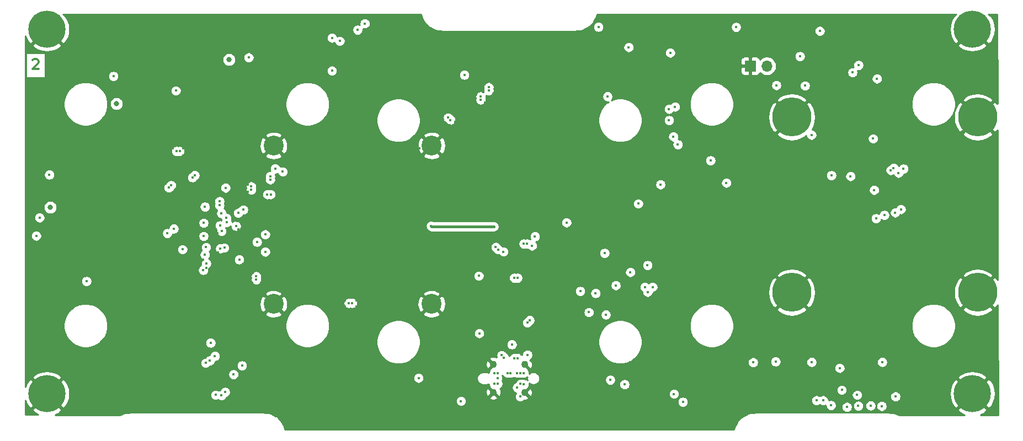
<source format=gbr>
G04 #@! TF.GenerationSoftware,KiCad,Pcbnew,(5.1.9)-1*
G04 #@! TF.CreationDate,2021-07-05T20:40:16-04:00*
G04 #@! TF.ProjectId,DepthABC,44657074-6841-4424-932e-6b696361645f,rev?*
G04 #@! TF.SameCoordinates,Original*
G04 #@! TF.FileFunction,Copper,L2,Inr*
G04 #@! TF.FilePolarity,Positive*
%FSLAX46Y46*%
G04 Gerber Fmt 4.6, Leading zero omitted, Abs format (unit mm)*
G04 Created by KiCad (PCBNEW (5.1.9)-1) date 2021-07-05 20:40:16*
%MOMM*%
%LPD*%
G01*
G04 APERTURE LIST*
G04 #@! TA.AperFunction,NonConductor*
%ADD10C,0.300000*%
G04 #@! TD*
G04 #@! TA.AperFunction,ComponentPad*
%ADD11C,1.100000*%
G04 #@! TD*
G04 #@! TA.AperFunction,ComponentPad*
%ADD12O,1.700000X1.700000*%
G04 #@! TD*
G04 #@! TA.AperFunction,ComponentPad*
%ADD13R,1.700000X1.700000*%
G04 #@! TD*
G04 #@! TA.AperFunction,ComponentPad*
%ADD14C,6.000000*%
G04 #@! TD*
G04 #@! TA.AperFunction,ComponentPad*
%ADD15C,5.700000*%
G04 #@! TD*
G04 #@! TA.AperFunction,ComponentPad*
%ADD16C,3.050000*%
G04 #@! TD*
G04 #@! TA.AperFunction,ViaPad*
%ADD17C,0.400000*%
G04 #@! TD*
G04 #@! TA.AperFunction,ViaPad*
%ADD18C,0.800000*%
G04 #@! TD*
G04 #@! TA.AperFunction,Conductor*
%ADD19C,0.400000*%
G04 #@! TD*
G04 #@! TA.AperFunction,Conductor*
%ADD20C,0.254000*%
G04 #@! TD*
G04 #@! TA.AperFunction,Conductor*
%ADD21C,0.100000*%
G04 #@! TD*
G04 APERTURE END LIST*
D10*
X115282928Y-113540428D02*
X115354357Y-113469000D01*
X115497214Y-113397571D01*
X115854357Y-113397571D01*
X115997214Y-113469000D01*
X116068642Y-113540428D01*
X116140071Y-113683285D01*
X116140071Y-113826142D01*
X116068642Y-114040428D01*
X115211500Y-114897571D01*
X116140071Y-114897571D01*
D11*
G04 #@! TO.N,GND*
G04 #@! TO.C,J5*
X185955500Y-160265500D03*
X190755500Y-160265500D03*
X185955500Y-164565500D03*
X190755500Y-164565500D03*
G04 #@! TD*
D12*
G04 #@! TO.N,+5V*
G04 #@! TO.C,J2*
X227916000Y-114447600D03*
D13*
G04 #@! TO.N,GND*
X225376000Y-114447600D03*
G04 #@! TD*
D14*
G04 #@! TO.N,GND*
G04 #@! TO.C,H12*
X260252300Y-149210200D03*
G04 #@! TD*
G04 #@! TO.N,GND*
G04 #@! TO.C,H11*
X260252700Y-122280800D03*
G04 #@! TD*
G04 #@! TO.N,GND*
G04 #@! TO.C,H10*
X231757500Y-149207500D03*
G04 #@! TD*
G04 #@! TO.N,GND*
G04 #@! TO.C,H9*
X231757500Y-122283500D03*
G04 #@! TD*
D15*
G04 #@! TO.N,GND*
G04 #@! TO.C,H4*
X259457900Y-108767500D03*
G04 #@! TD*
G04 #@! TO.N,GND*
G04 #@! TO.C,H3*
X259454672Y-164766700D03*
G04 #@! TD*
G04 #@! TO.N,GND*
G04 #@! TO.C,H2*
X117448500Y-108767500D03*
G04 #@! TD*
G04 #@! TO.N,GND*
G04 #@! TO.C,H1*
X117448500Y-164766700D03*
G04 #@! TD*
D16*
G04 #@! TO.N,GND*
G04 #@! TO.C,H8*
X176481000Y-126665000D03*
G04 #@! TD*
G04 #@! TO.N,GND*
G04 #@! TO.C,H7*
X152224000Y-150985500D03*
G04 #@! TD*
G04 #@! TO.N,GND*
G04 #@! TO.C,H6*
X152224000Y-126665000D03*
G04 #@! TD*
G04 #@! TO.N,GND*
G04 #@! TO.C,H5*
X176463220Y-150985500D03*
G04 #@! TD*
D17*
G04 #@! TO.N,+3V3*
X116321100Y-137726700D03*
X241759000Y-164955500D03*
X181497500Y-115806500D03*
X206081020Y-163332882D03*
X174474400Y-162352002D03*
X146077200Y-161793200D03*
X233770700Y-117457500D03*
D18*
X145391400Y-113457000D03*
X117959400Y-136151900D03*
X128132100Y-120226100D03*
D17*
X223194880Y-108458000D03*
X236545120Y-165790880D03*
X235529120Y-165790880D03*
X240207800Y-166806880D03*
X241945160Y-166634160D03*
X243850160Y-166603680D03*
X245541800Y-166669720D03*
X247650000Y-165201600D03*
X245623080Y-159918400D03*
X225806000Y-159948880D03*
X229265480Y-159832040D03*
X234787440Y-159918400D03*
X244805200Y-116382800D03*
G04 #@! TO.N,VBUS*
X186577500Y-162352000D03*
X203024000Y-143175000D03*
X189605500Y-163832500D03*
X190070000Y-165209500D03*
X189605500Y-161585500D03*
X200599254Y-152261490D03*
X144248400Y-139796800D03*
X203890370Y-162646870D03*
G04 #@! TO.N,/USBC&POWER/TXB_P*
X190628800Y-163317200D03*
X191523848Y-153481352D03*
G04 #@! TO.N,/USBC&POWER/TXB_N*
X190120800Y-163266400D03*
X191156152Y-153849048D03*
G04 #@! TO.N,/USBC&POWER/TXC_P*
X187586848Y-159233848D03*
X186605500Y-161585500D03*
G04 #@! TO.N,/USBC&POWER/TXC_N*
X187219152Y-158866152D03*
X186105500Y-161585500D03*
G04 #@! TO.N,MIPI_RX4_D1_N*
X179358537Y-122726697D03*
X140125697Y-131207263D03*
G04 #@! TO.N,MIPI_RX4_D1_P*
X179004983Y-122373143D03*
X139772143Y-131560817D03*
G04 #@! TO.N,MIPI_RX4_C_N*
X184007760Y-119619840D03*
X137816400Y-127518160D03*
G04 #@! TO.N,I2C1_SCL*
X153621000Y-130665500D03*
X143933225Y-135836151D03*
G04 #@! TO.N,MIPI_RX4_C_P*
X184007760Y-119119840D03*
X137316400Y-127518160D03*
G04 #@! TO.N,I2C2_SCL*
X144223000Y-165019000D03*
X143207000Y-158986500D03*
X239409500Y-164193500D03*
X141901685Y-144768933D03*
G04 #@! TO.N,CAM_B_PWDN_N*
X141861853Y-142268010D03*
X141810000Y-160047510D03*
G04 #@! TO.N,I2C2_SDA*
X142572000Y-156954500D03*
X141429000Y-145778500D03*
X239092000Y-160828000D03*
X147385300Y-160447000D03*
X213658220Y-164798780D03*
G04 #@! TO.N,CAM_B_CLK_OUT*
X142445000Y-159685000D03*
X143334000Y-164955500D03*
X141682934Y-143426110D03*
X237758500Y-166543000D03*
G04 #@! TO.N,/CAMERA_FFC_DUAL/STROBE1*
X215025500Y-166035000D03*
X144794500Y-164511000D03*
G04 #@! TO.N,CAM_B_D_PWM*
X144032500Y-142476500D03*
X180983150Y-165901650D03*
G04 #@! TO.N,MIPI_RX3_D0_N*
X164285000Y-150858500D03*
X149557000Y-146735000D03*
G04 #@! TO.N,MIPI_RX3_D0_P*
X163785000Y-150858500D03*
X149557000Y-147235000D03*
G04 #@! TO.N,COM_AUX_IO2*
X144985000Y-137777500D03*
X138254000Y-142603500D03*
G04 #@! TO.N,Net-(R17-Pad2)*
X191871600Y-142036800D03*
X192328800Y-140614400D03*
G04 #@! TO.N,/USBC&POWER/CC1*
X201627000Y-149334500D03*
X209628000Y-149144000D03*
G04 #@! TO.N,/USBC&POWER/CC2*
X210390000Y-148382000D03*
X199277510Y-149017000D03*
X191187600Y-158796000D03*
X188793650Y-157214850D03*
G04 #@! TO.N,/USBC&POWER/RXB_P*
X190605500Y-161585500D03*
X189695000Y-159304000D03*
G04 #@! TO.N,/USBC&POWER/RXB_N*
X190105500Y-161585500D03*
X189175000Y-159304000D03*
G04 #@! TO.N,/USBC&POWER/RXC_P*
X189664900Y-146985000D03*
X186105500Y-163245500D03*
G04 #@! TO.N,/USBC&POWER/RXC_N*
X189144900Y-146985000D03*
X186605500Y-163245500D03*
G04 #@! TO.N,USB_TX_N*
X148795000Y-133461120D03*
X186683348Y-142614348D03*
G04 #@! TO.N,USB_TX_P*
X148795000Y-132941120D03*
X186315652Y-142246652D03*
G04 #@! TO.N,USB_D_N*
X151265500Y-134158000D03*
X188105500Y-161585500D03*
G04 #@! TO.N,USB_D_P*
X151785500Y-134158000D03*
X188605500Y-161585500D03*
G04 #@! TO.N,/SoM_BW1099/AUX_IO_IRQ*
X136920500Y-139428500D03*
X162384000Y-110599500D03*
G04 #@! TO.N,_RST*
X137238000Y-118219500D03*
X161177500Y-110111500D03*
X202071500Y-108440500D03*
G04 #@! TO.N,SPI_CS_1*
X232996000Y-112949000D03*
X214250800Y-126487200D03*
G04 #@! TO.N,SPI_SIO0*
X211596500Y-132634000D03*
X208188607Y-135575047D03*
G04 #@! TO.N,SPI_SIO2*
X149684000Y-141460498D03*
X150954000Y-140311510D03*
G04 #@! TO.N,I2C3_SCL*
X144667500Y-142349500D03*
X166222680Y-107909360D03*
G04 #@! TO.N,I2C3_SDA*
X165114500Y-108885000D03*
X146953500Y-144176130D03*
G04 #@! TO.N,I2C1_SDA*
X143943755Y-135212255D03*
X152478000Y-130195600D03*
G04 #@! TO.N,/SoM_BW1099/2485_PGOOD*
X141683000Y-136063000D03*
X135904500Y-140127000D03*
G04 #@! TO.N,/USBC&POWER/P1.03*
X219280000Y-128951000D03*
X240743000Y-131364000D03*
G04 #@! TO.N,/USBC&POWER/P1.15*
X248490000Y-136444000D03*
X248871000Y-130221000D03*
G04 #@! TO.N,/USBC&POWER/P1.11*
X247601000Y-136952000D03*
X248109000Y-130856000D03*
G04 #@! TO.N,/USBC&POWER/P0.31*
X221693000Y-132380000D03*
X237822000Y-131237000D03*
G04 #@! TO.N,1V8*
X161177500Y-115151500D03*
X148414000Y-113126800D03*
X241985060Y-114297740D03*
X236046727Y-109057999D03*
G04 #@! TO.N,/USBC&POWER/P0.30*
X245950000Y-137333000D03*
X247352990Y-130088920D03*
G04 #@! TO.N,/USBC&POWER/SCLK*
X246917740Y-130447060D03*
X244680000Y-137841000D03*
G04 #@! TO.N,USB_RX_P*
X151716000Y-131358000D03*
X191125000Y-141732000D03*
G04 #@! TO.N,USB_RX_N*
X151716000Y-131878000D03*
X190605000Y-141732000D03*
G04 #@! TO.N,+5V*
X229376500Y-117394000D03*
X127649500Y-115997000D03*
X123522000Y-147493000D03*
X115813100Y-140520700D03*
X117807000Y-131135400D03*
X141492500Y-138539500D03*
X241060500Y-115425500D03*
X209183500Y-148382000D03*
X204738496Y-148128000D03*
X186006000Y-139085600D03*
X146466480Y-139001120D03*
X143994400Y-138933200D03*
X234774000Y-125014000D03*
X176401120Y-139001120D03*
G04 #@! TO.N,MIPI_RX5_D2_N*
X136500377Y-132762023D03*
X185244000Y-118202800D03*
G04 #@! TO.N,MIPI_RX5_D2_P*
X136146823Y-133115577D03*
X185244000Y-117702800D03*
G04 #@! TO.N,SD_HST0_D3*
X144863990Y-133142000D03*
X206707000Y-111552000D03*
G04 #@! TO.N,SD_HST0_D1*
X203468500Y-119101790D03*
X213095840Y-112405160D03*
G04 #@! TO.N,SD_HST0_D0*
X213819000Y-120696000D03*
X213559010Y-125272089D03*
G04 #@! TO.N,SD_HST0_CD*
X147588500Y-136507500D03*
X144228990Y-137061897D03*
G04 #@! TO.N,SD_HST0_CLK*
X212898250Y-121045250D03*
X150954000Y-142976130D03*
X197182000Y-138483990D03*
X212898250Y-122767740D03*
X145029810Y-138433190D03*
G04 #@! TO.N,SD_HST0_CMD*
X141492500Y-140571500D03*
X146784531Y-137008990D03*
G04 #@! TO.N,/USBC&POWER/DIR*
X203214500Y-152636500D03*
X187502800Y-142951200D03*
G04 #@! TO.N,GND*
X184444640Y-118450360D03*
X150293600Y-146299200D03*
X186710320Y-158140400D03*
X190222400Y-158745200D03*
X136730000Y-127046000D03*
X138355600Y-127046000D03*
X138355600Y-128163600D03*
X136780800Y-128265200D03*
X136730000Y-129738400D03*
X136628400Y-130906800D03*
X138558800Y-130398800D03*
X136476000Y-131922800D03*
X135256800Y-133142000D03*
X136222000Y-134005600D03*
X137390400Y-132583200D03*
X183313600Y-118765600D03*
X184634400Y-120035600D03*
X183262800Y-120035600D03*
X185968640Y-118729760D03*
X184583600Y-117241600D03*
X185904400Y-117190800D03*
X163146000Y-150414000D03*
X163146000Y-151379200D03*
X164924000Y-150414000D03*
X164924000Y-151379200D03*
X257697500Y-107615000D03*
X229489000Y-120446800D03*
X176608000Y-124442500D03*
X174576000Y-127109500D03*
X150954000Y-128443000D03*
X140095500Y-164765000D03*
X143207000Y-164066500D03*
X121045500Y-164447500D03*
X146572500Y-128506500D03*
X147017000Y-130157500D03*
X201436500Y-161526500D03*
X138000000Y-138412500D03*
X179846500Y-153716000D03*
X241314500Y-164320500D03*
X229630500Y-161844000D03*
X232170500Y-161780500D03*
X236044000Y-161653500D03*
X238965000Y-161717000D03*
X206580000Y-150858500D03*
X261888500Y-164257000D03*
X133047000Y-134729500D03*
X183148500Y-115108000D03*
X185625000Y-111869500D03*
X191594000Y-111806000D03*
X195277000Y-115235000D03*
X146890000Y-149017000D03*
X148985500Y-146223000D03*
X148922000Y-147747000D03*
X147525000Y-144826000D03*
X147842500Y-143937000D03*
X146826500Y-139555500D03*
X146636000Y-138222000D03*
X147461500Y-134666000D03*
X148223500Y-133777000D03*
X148223500Y-132634000D03*
X148160000Y-131364000D03*
X141619500Y-128951000D03*
X141619500Y-130284500D03*
X144032500Y-131046500D03*
X141683000Y-132634000D03*
X141683000Y-133840500D03*
X141619500Y-137333000D03*
X143651500Y-146540500D03*
X143588000Y-140127000D03*
X141429000Y-144191000D03*
X147652000Y-142976130D03*
X149747500Y-138412500D03*
X145704560Y-163977320D03*
X143700221Y-143102566D03*
X244620060Y-111732800D03*
X205335510Y-152185090D03*
X258226560Y-120512840D03*
X206326000Y-117648000D03*
X211406000Y-113139500D03*
X121680500Y-107551500D03*
X139778000Y-143365500D03*
X122556800Y-126944400D03*
X120169200Y-146197600D03*
X134393200Y-123998000D03*
X129243550Y-113057150D03*
X150293600Y-147721600D03*
X186361600Y-158948400D03*
X245337860Y-133426480D03*
X245325920Y-130337076D03*
X242394000Y-133396000D03*
X119148889Y-134255289D03*
X250928400Y-127909600D03*
X241632000Y-127808000D03*
X204294000Y-108038470D03*
X140573760Y-130469640D03*
X139669520Y-132476240D03*
X179019200Y-121462800D03*
X178125120Y-122321320D03*
X179263040Y-123535440D03*
X180126640Y-122986800D03*
X141869160Y-147380960D03*
X141955520Y-145455640D03*
X155676600Y-144602200D03*
X159318960Y-144983200D03*
X162722560Y-145186400D03*
X170022520Y-144602200D03*
X175940720Y-144546320D03*
X171028360Y-147279360D03*
X163814760Y-146161760D03*
X166629080Y-150017480D03*
X181747160Y-149103080D03*
X181676040Y-151465280D03*
X176545240Y-155112720D03*
X177144680Y-158079440D03*
X175483520Y-157454600D03*
X175539400Y-159034480D03*
X183255920Y-158211520D03*
X185577480Y-158175960D03*
X184368440Y-158993840D03*
X183189880Y-159547560D03*
X182798720Y-161610040D03*
X182697120Y-163276280D03*
X184566560Y-164338000D03*
X183951880Y-163433760D03*
X192760600Y-163377880D03*
X192750440Y-161371280D03*
X194624960Y-164068760D03*
X193781680Y-162173920D03*
X193781680Y-159908240D03*
X195849240Y-159938720D03*
X200131680Y-160665160D03*
X201635380Y-162529500D03*
X199771000Y-162519360D03*
X213837520Y-156489400D03*
X210093560Y-150733760D03*
X211028280Y-149438360D03*
X209765900Y-146954240D03*
X210586320Y-145917920D03*
X210621880Y-146776440D03*
X199379840Y-147868640D03*
X197860920Y-150312120D03*
X195976240Y-147040600D03*
X192867280Y-145785840D03*
X193662070Y-143964430D03*
X195778120Y-141848840D03*
X202026520Y-140563600D03*
X213862920Y-140263880D03*
X193192400Y-141376400D03*
X185872120Y-141137640D03*
X185420000Y-141884400D03*
X206324200Y-114584480D03*
X213954360Y-115783360D03*
X225292920Y-117038120D03*
X225785680Y-118094760D03*
X246115840Y-110220760D03*
X227517960Y-162631120D03*
X234624880Y-163896040D03*
X237246160Y-161808160D03*
X232849860Y-161911860D03*
X241611500Y-163833460D03*
X241924840Y-161549080D03*
X244795400Y-162798400D03*
X244819700Y-165481740D03*
X246280340Y-164122700D03*
X226483580Y-164122700D03*
X229232180Y-162923500D03*
X247700800Y-162092640D03*
X247700800Y-160020000D03*
X242976400Y-159766000D03*
X225973640Y-161858960D03*
X224657920Y-161843720D03*
X225333560Y-163174680D03*
X235224320Y-167528240D03*
X187096400Y-115189000D03*
X187995560Y-115199160D03*
X188737240Y-112679480D03*
X190113920Y-112725200D03*
X187138520Y-114735400D03*
X188455300Y-114739420D03*
X191638520Y-112790640D03*
X185638520Y-112831800D03*
X184038970Y-112831150D03*
X184043320Y-111841280D03*
X182285640Y-111831120D03*
X181424300Y-112631500D03*
X179930320Y-113957840D03*
X178508380Y-112631500D03*
X181071520Y-114487960D03*
X178150520Y-114442240D03*
X176413160Y-112029240D03*
X177815240Y-111963200D03*
X175193960Y-114950240D03*
X179334160Y-115021360D03*
X173944280Y-110576360D03*
X173842680Y-108493560D03*
X173431200Y-117139720D03*
X176702720Y-117094000D03*
X180578760Y-117083840D03*
X191429640Y-118689120D03*
X193735960Y-118043960D03*
X193360390Y-114802570D03*
X194651120Y-114863120D03*
X194638520Y-112927080D03*
X195368900Y-112631500D03*
X198340700Y-112631500D03*
X196846720Y-111311160D03*
X195138040Y-110286800D03*
X199745600Y-110220760D03*
X199796400Y-111521240D03*
X187827920Y-110576360D03*
X199867520Y-113263680D03*
X197972680Y-115122960D03*
X170550840Y-110134400D03*
X171368720Y-108280200D03*
X172166280Y-110109000D03*
X167919400Y-108005880D03*
X170098720Y-111714280D03*
X133673304Y-160047510D03*
X147375600Y-164257000D03*
X142270480Y-165501320D03*
X141505050Y-163877370D03*
X139020369Y-163894951D03*
X137324470Y-163889050D03*
X139364720Y-165577520D03*
X137276840Y-166471600D03*
X135474830Y-163907590D03*
X133476720Y-164257000D03*
X130420780Y-164122700D03*
X131950720Y-162735000D03*
X131950720Y-165549320D03*
X150398480Y-164211000D03*
X129087880Y-166207440D03*
X133786880Y-166415720D03*
X129052320Y-163149280D03*
X134158920Y-161806960D03*
X134158920Y-163965960D03*
X132588000Y-158145480D03*
X132552440Y-155884880D03*
X170515280Y-115133120D03*
X172552360Y-114564160D03*
X170037760Y-113761520D03*
X169986960Y-117144800D03*
X176885600Y-164937440D03*
X176184560Y-164261800D03*
X175483520Y-163560760D03*
X180253640Y-163723320D03*
X179308760Y-162915600D03*
X178150520Y-161864040D03*
X180065680Y-161381440D03*
X180146960Y-158953200D03*
X185348880Y-155696920D03*
X185267600Y-154157680D03*
X185856880Y-151734520D03*
X185729880Y-147467320D03*
X143510400Y-144770240D03*
X143700221Y-143934459D03*
X144810480Y-145115280D03*
X140675360Y-144942560D03*
X138277600Y-143626840D03*
X138160760Y-145323560D03*
X142083100Y-134954700D03*
X140060680Y-135747760D03*
X140101320Y-134137400D03*
X138267440Y-134127240D03*
X138323320Y-135625840D03*
X138231880Y-132176520D03*
X142788640Y-128493520D03*
X192722500Y-145097500D03*
X195834000Y-140157200D03*
X186402982Y-143960810D03*
X252272800Y-114147600D03*
X257657600Y-114147600D03*
G04 #@! TO.N,Net-(R12-Pad1)*
X183720000Y-146667500D03*
X183783500Y-155494000D03*
G04 #@! TO.N,Net-(J8-Pad16)*
X244375200Y-133479820D03*
X244208060Y-125587548D03*
G04 #@! TO.N,Net-(IC1-Pad6)*
X209600800Y-145034000D03*
X206959200Y-146100800D03*
G04 #@! TD*
D19*
G04 #@! TO.N,+5V*
X186006000Y-139085600D02*
X176485600Y-139085600D01*
X176485600Y-139085600D02*
X176401120Y-139001120D01*
G04 #@! TD*
D20*
G04 #@! TO.N,GND*
X263289414Y-120251146D02*
X263280568Y-120237906D01*
X262811386Y-119901719D01*
X260432305Y-122280800D01*
X262811386Y-124659881D01*
X263280568Y-124323694D01*
X263297654Y-124292071D01*
X263344534Y-147281844D01*
X263298402Y-147194597D01*
X263280168Y-147167306D01*
X262810986Y-146831119D01*
X260431905Y-149210200D01*
X262810986Y-151589281D01*
X263280168Y-151253094D01*
X263352359Y-151119481D01*
X263386841Y-168029238D01*
X260683626Y-168036442D01*
X260785079Y-168005998D01*
X261391471Y-167684206D01*
X261408915Y-167672550D01*
X261727100Y-167218733D01*
X259454672Y-164946305D01*
X257182244Y-167218733D01*
X257500429Y-167672550D01*
X258104882Y-167997969D01*
X258251494Y-168042923D01*
X248214291Y-168069671D01*
X247982766Y-167946567D01*
X247927474Y-167923778D01*
X247872478Y-167900206D01*
X247863675Y-167897481D01*
X247373866Y-167749599D01*
X247315171Y-167737977D01*
X247256675Y-167725543D01*
X247247510Y-167724580D01*
X246738305Y-167674652D01*
X246738302Y-167674652D01*
X246706319Y-167671502D01*
X226067479Y-167671502D01*
X226038095Y-167674396D01*
X226021779Y-167674282D01*
X226012608Y-167675181D01*
X225503764Y-167728662D01*
X225445145Y-167740695D01*
X225386407Y-167751899D01*
X225377585Y-167754563D01*
X224888820Y-167905861D01*
X224833677Y-167929041D01*
X224778212Y-167951450D01*
X224770075Y-167955777D01*
X224320006Y-168199128D01*
X224270414Y-168232578D01*
X224220359Y-168265333D01*
X224213217Y-168271158D01*
X223818988Y-168597294D01*
X223776851Y-168639726D01*
X223734099Y-168681591D01*
X223728225Y-168688692D01*
X223404849Y-169085189D01*
X223371734Y-169135031D01*
X223337950Y-169184371D01*
X223333567Y-169192477D01*
X223093363Y-169644234D01*
X223070574Y-169699526D01*
X223047002Y-169754522D01*
X223044277Y-169763325D01*
X222896395Y-170253134D01*
X222888482Y-170293100D01*
X153974904Y-170293100D01*
X153964701Y-170239609D01*
X153962037Y-170230787D01*
X153810739Y-169742022D01*
X153787559Y-169686879D01*
X153765150Y-169631414D01*
X153760823Y-169623277D01*
X153517472Y-169173208D01*
X153484022Y-169123616D01*
X153451267Y-169073561D01*
X153445442Y-169066419D01*
X153119306Y-168672190D01*
X153076874Y-168630053D01*
X153035009Y-168587301D01*
X153027908Y-168581427D01*
X152909855Y-168485145D01*
X152867392Y-168326301D01*
X152858635Y-168302996D01*
X152845501Y-168281846D01*
X152828492Y-168263665D01*
X152808264Y-168249152D01*
X152785593Y-168238864D01*
X152761350Y-168233196D01*
X152745521Y-168232103D01*
X152590850Y-168231103D01*
X152581569Y-168224936D01*
X152532229Y-168191152D01*
X152524123Y-168186769D01*
X152072366Y-167946565D01*
X152017074Y-167923776D01*
X151962078Y-167900204D01*
X151953275Y-167897479D01*
X151463466Y-167749597D01*
X151404771Y-167737975D01*
X151346275Y-167725541D01*
X151337110Y-167724578D01*
X150827905Y-167674650D01*
X150827904Y-167674650D01*
X150795921Y-167671500D01*
X130157081Y-167671500D01*
X130127697Y-167674394D01*
X130111381Y-167674280D01*
X130102210Y-167675179D01*
X129593366Y-167728660D01*
X129534747Y-167740693D01*
X129476009Y-167751897D01*
X129467187Y-167754561D01*
X128978422Y-167905859D01*
X128923279Y-167929039D01*
X128867814Y-167951448D01*
X128859677Y-167955775D01*
X128637026Y-168076162D01*
X118758034Y-168012261D01*
X118778907Y-168005998D01*
X119385299Y-167684206D01*
X119402743Y-167672550D01*
X119720928Y-167218733D01*
X117448500Y-164946305D01*
X115176072Y-167218733D01*
X115494257Y-167672550D01*
X116093241Y-167995025D01*
X114117620Y-167982246D01*
X114117620Y-165791913D01*
X114209202Y-166097107D01*
X114530994Y-166703499D01*
X114542650Y-166720943D01*
X114996467Y-167039128D01*
X117268895Y-164766700D01*
X117628105Y-164766700D01*
X119900533Y-167039128D01*
X120354350Y-166720943D01*
X120679769Y-166116490D01*
X120881012Y-165460165D01*
X120940592Y-164873260D01*
X142499000Y-164873260D01*
X142499000Y-165037740D01*
X142531089Y-165199060D01*
X142594033Y-165351021D01*
X142685413Y-165487781D01*
X142801719Y-165604087D01*
X142938479Y-165695467D01*
X143090440Y-165758411D01*
X143251760Y-165790500D01*
X143416240Y-165790500D01*
X143577560Y-165758411D01*
X143729521Y-165695467D01*
X143730983Y-165694490D01*
X143827479Y-165758967D01*
X143979440Y-165821911D01*
X144140760Y-165854000D01*
X144305240Y-165854000D01*
X144466560Y-165821911D01*
X144472597Y-165819410D01*
X180148150Y-165819410D01*
X180148150Y-165983890D01*
X180180239Y-166145210D01*
X180243183Y-166297171D01*
X180334563Y-166433931D01*
X180450869Y-166550237D01*
X180587629Y-166641617D01*
X180739590Y-166704561D01*
X180900910Y-166736650D01*
X181065390Y-166736650D01*
X181226710Y-166704561D01*
X181378671Y-166641617D01*
X181515431Y-166550237D01*
X181631737Y-166433931D01*
X181723117Y-166297171D01*
X181786061Y-166145210D01*
X181818150Y-165983890D01*
X181818150Y-165819410D01*
X181786061Y-165658090D01*
X181723117Y-165506129D01*
X181638493Y-165379479D01*
X185321126Y-165379479D01*
X185362341Y-165597978D01*
X185575165Y-165693859D01*
X185802605Y-165746378D01*
X186035921Y-165753516D01*
X186266146Y-165715000D01*
X186484434Y-165632308D01*
X186548659Y-165597978D01*
X186589874Y-165379479D01*
X185955500Y-164745105D01*
X185321126Y-165379479D01*
X181638493Y-165379479D01*
X181631737Y-165369369D01*
X181515431Y-165253063D01*
X181378671Y-165161683D01*
X181226710Y-165098739D01*
X181065390Y-165066650D01*
X180900910Y-165066650D01*
X180739590Y-165098739D01*
X180587629Y-165161683D01*
X180450869Y-165253063D01*
X180334563Y-165369369D01*
X180243183Y-165506129D01*
X180180239Y-165658090D01*
X180148150Y-165819410D01*
X144472597Y-165819410D01*
X144618521Y-165758967D01*
X144755281Y-165667587D01*
X144871587Y-165551281D01*
X144962967Y-165414521D01*
X145001640Y-165321155D01*
X145038060Y-165313911D01*
X145190021Y-165250967D01*
X145326781Y-165159587D01*
X145443087Y-165043281D01*
X145534467Y-164906521D01*
X145597411Y-164754560D01*
X145619020Y-164645921D01*
X184767484Y-164645921D01*
X184806000Y-164876146D01*
X184888692Y-165094434D01*
X184923022Y-165158659D01*
X185141521Y-165199874D01*
X185775895Y-164565500D01*
X185141521Y-163931126D01*
X184923022Y-163972341D01*
X184827141Y-164185165D01*
X184774622Y-164412605D01*
X184767484Y-164645921D01*
X145619020Y-164645921D01*
X145629500Y-164593240D01*
X145629500Y-164428760D01*
X145597411Y-164267440D01*
X145534467Y-164115479D01*
X145443087Y-163978719D01*
X145326781Y-163862413D01*
X145190021Y-163771033D01*
X145038060Y-163708089D01*
X144876740Y-163676000D01*
X144712260Y-163676000D01*
X144550940Y-163708089D01*
X144398979Y-163771033D01*
X144262219Y-163862413D01*
X144145913Y-163978719D01*
X144054533Y-164115479D01*
X144015860Y-164208845D01*
X143979440Y-164216089D01*
X143827479Y-164279033D01*
X143826017Y-164280010D01*
X143729521Y-164215533D01*
X143577560Y-164152589D01*
X143416240Y-164120500D01*
X143251760Y-164120500D01*
X143090440Y-164152589D01*
X142938479Y-164215533D01*
X142801719Y-164306913D01*
X142685413Y-164423219D01*
X142594033Y-164559979D01*
X142531089Y-164711940D01*
X142499000Y-164873260D01*
X120940592Y-164873260D01*
X120950345Y-164777190D01*
X120885105Y-164093812D01*
X120687798Y-163436293D01*
X120366006Y-162829901D01*
X120354350Y-162812457D01*
X119900533Y-162494272D01*
X117628105Y-164766700D01*
X117268895Y-164766700D01*
X114996467Y-162494272D01*
X114542650Y-162812457D01*
X114217231Y-163416910D01*
X114117620Y-163741777D01*
X114117620Y-162314667D01*
X115176072Y-162314667D01*
X117448500Y-164587095D01*
X119720928Y-162314667D01*
X119402743Y-161860850D01*
X119124329Y-161710960D01*
X145242200Y-161710960D01*
X145242200Y-161875440D01*
X145274289Y-162036760D01*
X145337233Y-162188721D01*
X145428613Y-162325481D01*
X145544919Y-162441787D01*
X145681679Y-162533167D01*
X145833640Y-162596111D01*
X145994960Y-162628200D01*
X146159440Y-162628200D01*
X146320760Y-162596111D01*
X146472721Y-162533167D01*
X146609481Y-162441787D01*
X146725787Y-162325481D01*
X146763017Y-162269762D01*
X173639400Y-162269762D01*
X173639400Y-162434242D01*
X173671489Y-162595562D01*
X173734433Y-162747523D01*
X173825813Y-162884283D01*
X173942119Y-163000589D01*
X174078879Y-163091969D01*
X174230840Y-163154913D01*
X174392160Y-163187002D01*
X174556640Y-163187002D01*
X174717960Y-163154913D01*
X174869921Y-163091969D01*
X175006681Y-163000589D01*
X175122987Y-162884283D01*
X175214367Y-162747523D01*
X175277311Y-162595562D01*
X175300376Y-162479607D01*
X183423326Y-162479607D01*
X183424259Y-162489126D01*
X183430175Y-162545414D01*
X183442670Y-162606284D01*
X183454295Y-162667222D01*
X183457059Y-162676378D01*
X183473796Y-162730445D01*
X183497848Y-162787660D01*
X183521110Y-162845236D01*
X183525600Y-162853681D01*
X183552519Y-162903467D01*
X183587241Y-162954945D01*
X183621231Y-163006887D01*
X183627275Y-163014299D01*
X183663352Y-163057909D01*
X183707412Y-163101662D01*
X183750849Y-163146018D01*
X183758218Y-163152115D01*
X183802078Y-163187886D01*
X183853782Y-163222237D01*
X183905021Y-163257320D01*
X183913434Y-163261869D01*
X183963408Y-163288440D01*
X184020777Y-163312085D01*
X184077861Y-163336552D01*
X184086998Y-163339380D01*
X184141180Y-163355739D01*
X184202080Y-163367798D01*
X184258795Y-163379853D01*
X184261217Y-163380588D01*
X184268465Y-163381302D01*
X184272328Y-163381708D01*
X184328656Y-163387231D01*
X184328663Y-163387231D01*
X184361853Y-163390500D01*
X184849147Y-163390500D01*
X184882631Y-163387202D01*
X184886395Y-163387202D01*
X184895907Y-163386203D01*
X184918468Y-163383672D01*
X184949783Y-163380588D01*
X184952023Y-163379908D01*
X184952152Y-163379894D01*
X185012922Y-163366977D01*
X185073785Y-163354925D01*
X185082915Y-163352099D01*
X185082919Y-163352098D01*
X185082922Y-163352097D01*
X185136870Y-163334983D01*
X185193913Y-163310534D01*
X185251329Y-163286869D01*
X185259743Y-163282320D01*
X185270500Y-163276406D01*
X185270500Y-163327740D01*
X185302589Y-163489060D01*
X185349342Y-163601933D01*
X185321126Y-163751521D01*
X185955500Y-164385895D01*
X185969643Y-164371753D01*
X186149248Y-164551358D01*
X186135105Y-164565500D01*
X186769479Y-165199874D01*
X186987978Y-165158659D01*
X187083859Y-164945835D01*
X187136378Y-164718395D01*
X187143516Y-164485079D01*
X187105000Y-164254854D01*
X187022308Y-164036566D01*
X186996087Y-163987511D01*
X187001021Y-163985467D01*
X187137781Y-163894087D01*
X187254087Y-163777781D01*
X187345467Y-163641021D01*
X187408411Y-163489060D01*
X187440500Y-163327740D01*
X187440500Y-163163260D01*
X187408411Y-163001940D01*
X187345467Y-162849979D01*
X187297237Y-162777797D01*
X187317467Y-162747521D01*
X187380411Y-162595560D01*
X187412500Y-162434240D01*
X187412500Y-162269760D01*
X187380411Y-162108440D01*
X187334458Y-161997498D01*
X187345467Y-161981021D01*
X187355500Y-161956799D01*
X187365533Y-161981021D01*
X187456913Y-162117781D01*
X187573219Y-162234087D01*
X187709979Y-162325467D01*
X187861940Y-162388411D01*
X188023260Y-162420500D01*
X188187740Y-162420500D01*
X188349060Y-162388411D01*
X188355500Y-162385743D01*
X188361940Y-162388411D01*
X188523260Y-162420500D01*
X188687740Y-162420500D01*
X188849060Y-162388411D01*
X189001021Y-162325467D01*
X189105500Y-162255656D01*
X189209979Y-162325467D01*
X189361940Y-162388411D01*
X189523260Y-162420500D01*
X189687740Y-162420500D01*
X189849060Y-162388411D01*
X189855500Y-162385743D01*
X189861940Y-162388411D01*
X190023260Y-162420500D01*
X190187740Y-162420500D01*
X190349060Y-162388411D01*
X190355500Y-162385743D01*
X190361940Y-162388411D01*
X190523260Y-162420500D01*
X190687740Y-162420500D01*
X190849060Y-162388411D01*
X191001021Y-162325467D01*
X191137781Y-162234087D01*
X191162621Y-162209247D01*
X191140500Y-162320456D01*
X191140500Y-162510544D01*
X191174639Y-162682171D01*
X191161081Y-162668613D01*
X191024321Y-162577233D01*
X190872360Y-162514289D01*
X190711040Y-162482200D01*
X190546560Y-162482200D01*
X190453988Y-162500614D01*
X190364360Y-162463489D01*
X190203040Y-162431400D01*
X190038560Y-162431400D01*
X189877240Y-162463489D01*
X189725279Y-162526433D01*
X189588519Y-162617813D01*
X189472213Y-162734119D01*
X189380833Y-162870879D01*
X189317889Y-163022840D01*
X189312471Y-163050080D01*
X189209979Y-163092533D01*
X189073219Y-163183913D01*
X188956913Y-163300219D01*
X188865533Y-163436979D01*
X188802589Y-163588940D01*
X188770500Y-163750260D01*
X188770500Y-163914740D01*
X188802589Y-164076060D01*
X188865533Y-164228021D01*
X188956913Y-164364781D01*
X189073219Y-164481087D01*
X189209979Y-164572467D01*
X189361940Y-164635411D01*
X189446417Y-164652215D01*
X189421413Y-164677219D01*
X189330033Y-164813979D01*
X189267089Y-164965940D01*
X189235000Y-165127260D01*
X189235000Y-165291740D01*
X189267089Y-165453060D01*
X189330033Y-165605021D01*
X189421413Y-165741781D01*
X189537719Y-165858087D01*
X189674479Y-165949467D01*
X189826440Y-166012411D01*
X189987760Y-166044500D01*
X190152240Y-166044500D01*
X190313560Y-166012411D01*
X190457570Y-165952760D01*
X214190500Y-165952760D01*
X214190500Y-166117240D01*
X214222589Y-166278560D01*
X214285533Y-166430521D01*
X214376913Y-166567281D01*
X214493219Y-166683587D01*
X214629979Y-166774967D01*
X214781940Y-166837911D01*
X214943260Y-166870000D01*
X215107740Y-166870000D01*
X215269060Y-166837911D01*
X215421021Y-166774967D01*
X215557781Y-166683587D01*
X215674087Y-166567281D01*
X215765467Y-166430521D01*
X215828411Y-166278560D01*
X215860500Y-166117240D01*
X215860500Y-165952760D01*
X215828411Y-165791440D01*
X215794115Y-165708640D01*
X234694120Y-165708640D01*
X234694120Y-165873120D01*
X234726209Y-166034440D01*
X234789153Y-166186401D01*
X234880533Y-166323161D01*
X234996839Y-166439467D01*
X235133599Y-166530847D01*
X235285560Y-166593791D01*
X235446880Y-166625880D01*
X235611360Y-166625880D01*
X235772680Y-166593791D01*
X235924641Y-166530847D01*
X236037120Y-166455691D01*
X236149599Y-166530847D01*
X236301560Y-166593791D01*
X236462880Y-166625880D01*
X236627360Y-166625880D01*
X236788680Y-166593791D01*
X236923500Y-166537947D01*
X236923500Y-166625240D01*
X236955589Y-166786560D01*
X237018533Y-166938521D01*
X237109913Y-167075281D01*
X237226219Y-167191587D01*
X237362979Y-167282967D01*
X237514940Y-167345911D01*
X237676260Y-167378000D01*
X237840740Y-167378000D01*
X238002060Y-167345911D01*
X238154021Y-167282967D01*
X238290781Y-167191587D01*
X238407087Y-167075281D01*
X238498467Y-166938521D01*
X238561411Y-166786560D01*
X238573727Y-166724640D01*
X239372800Y-166724640D01*
X239372800Y-166889120D01*
X239404889Y-167050440D01*
X239467833Y-167202401D01*
X239559213Y-167339161D01*
X239675519Y-167455467D01*
X239812279Y-167546847D01*
X239964240Y-167609791D01*
X240125560Y-167641880D01*
X240290040Y-167641880D01*
X240451360Y-167609791D01*
X240603321Y-167546847D01*
X240740081Y-167455467D01*
X240856387Y-167339161D01*
X240947767Y-167202401D01*
X241010711Y-167050440D01*
X241042800Y-166889120D01*
X241042800Y-166724640D01*
X241010711Y-166563320D01*
X241005989Y-166551920D01*
X241110160Y-166551920D01*
X241110160Y-166716400D01*
X241142249Y-166877720D01*
X241205193Y-167029681D01*
X241296573Y-167166441D01*
X241412879Y-167282747D01*
X241549639Y-167374127D01*
X241701600Y-167437071D01*
X241862920Y-167469160D01*
X242027400Y-167469160D01*
X242188720Y-167437071D01*
X242340681Y-167374127D01*
X242477441Y-167282747D01*
X242593747Y-167166441D01*
X242685127Y-167029681D01*
X242748071Y-166877720D01*
X242780160Y-166716400D01*
X242780160Y-166551920D01*
X242774098Y-166521440D01*
X243015160Y-166521440D01*
X243015160Y-166685920D01*
X243047249Y-166847240D01*
X243110193Y-166999201D01*
X243201573Y-167135961D01*
X243317879Y-167252267D01*
X243454639Y-167343647D01*
X243606600Y-167406591D01*
X243767920Y-167438680D01*
X243932400Y-167438680D01*
X244093720Y-167406591D01*
X244245681Y-167343647D01*
X244382441Y-167252267D01*
X244498747Y-167135961D01*
X244590127Y-166999201D01*
X244653071Y-166847240D01*
X244685160Y-166685920D01*
X244685160Y-166587480D01*
X244706800Y-166587480D01*
X244706800Y-166751960D01*
X244738889Y-166913280D01*
X244801833Y-167065241D01*
X244893213Y-167202001D01*
X245009519Y-167318307D01*
X245146279Y-167409687D01*
X245298240Y-167472631D01*
X245459560Y-167504720D01*
X245624040Y-167504720D01*
X245785360Y-167472631D01*
X245937321Y-167409687D01*
X246074081Y-167318307D01*
X246190387Y-167202001D01*
X246281767Y-167065241D01*
X246344711Y-166913280D01*
X246376800Y-166751960D01*
X246376800Y-166587480D01*
X246344711Y-166426160D01*
X246281767Y-166274199D01*
X246190387Y-166137439D01*
X246074081Y-166021133D01*
X245937321Y-165929753D01*
X245785360Y-165866809D01*
X245624040Y-165834720D01*
X245459560Y-165834720D01*
X245298240Y-165866809D01*
X245146279Y-165929753D01*
X245009519Y-166021133D01*
X244893213Y-166137439D01*
X244801833Y-166274199D01*
X244738889Y-166426160D01*
X244706800Y-166587480D01*
X244685160Y-166587480D01*
X244685160Y-166521440D01*
X244653071Y-166360120D01*
X244590127Y-166208159D01*
X244498747Y-166071399D01*
X244382441Y-165955093D01*
X244245681Y-165863713D01*
X244093720Y-165800769D01*
X243932400Y-165768680D01*
X243767920Y-165768680D01*
X243606600Y-165800769D01*
X243454639Y-165863713D01*
X243317879Y-165955093D01*
X243201573Y-166071399D01*
X243110193Y-166208159D01*
X243047249Y-166360120D01*
X243015160Y-166521440D01*
X242774098Y-166521440D01*
X242748071Y-166390600D01*
X242685127Y-166238639D01*
X242593747Y-166101879D01*
X242477441Y-165985573D01*
X242340681Y-165894193D01*
X242188720Y-165831249D01*
X242027400Y-165799160D01*
X241862920Y-165799160D01*
X241701600Y-165831249D01*
X241549639Y-165894193D01*
X241412879Y-165985573D01*
X241296573Y-166101879D01*
X241205193Y-166238639D01*
X241142249Y-166390600D01*
X241110160Y-166551920D01*
X241005989Y-166551920D01*
X240947767Y-166411359D01*
X240856387Y-166274599D01*
X240740081Y-166158293D01*
X240603321Y-166066913D01*
X240451360Y-166003969D01*
X240290040Y-165971880D01*
X240125560Y-165971880D01*
X239964240Y-166003969D01*
X239812279Y-166066913D01*
X239675519Y-166158293D01*
X239559213Y-166274599D01*
X239467833Y-166411359D01*
X239404889Y-166563320D01*
X239372800Y-166724640D01*
X238573727Y-166724640D01*
X238593500Y-166625240D01*
X238593500Y-166460760D01*
X238561411Y-166299440D01*
X238498467Y-166147479D01*
X238407087Y-166010719D01*
X238290781Y-165894413D01*
X238154021Y-165803033D01*
X238002060Y-165740089D01*
X237840740Y-165708000D01*
X237676260Y-165708000D01*
X237514940Y-165740089D01*
X237380120Y-165795933D01*
X237380120Y-165708640D01*
X237348031Y-165547320D01*
X237285087Y-165395359D01*
X237193707Y-165258599D01*
X237077401Y-165142293D01*
X236940641Y-165050913D01*
X236788680Y-164987969D01*
X236627360Y-164955880D01*
X236462880Y-164955880D01*
X236301560Y-164987969D01*
X236149599Y-165050913D01*
X236037120Y-165126069D01*
X235924641Y-165050913D01*
X235772680Y-164987969D01*
X235611360Y-164955880D01*
X235446880Y-164955880D01*
X235285560Y-164987969D01*
X235133599Y-165050913D01*
X234996839Y-165142293D01*
X234880533Y-165258599D01*
X234789153Y-165395359D01*
X234726209Y-165547320D01*
X234694120Y-165708640D01*
X215794115Y-165708640D01*
X215765467Y-165639479D01*
X215674087Y-165502719D01*
X215557781Y-165386413D01*
X215421021Y-165295033D01*
X215269060Y-165232089D01*
X215107740Y-165200000D01*
X214943260Y-165200000D01*
X214781940Y-165232089D01*
X214629979Y-165295033D01*
X214493219Y-165386413D01*
X214376913Y-165502719D01*
X214285533Y-165639479D01*
X214222589Y-165791440D01*
X214190500Y-165952760D01*
X190457570Y-165952760D01*
X190465521Y-165949467D01*
X190602281Y-165858087D01*
X190710683Y-165749685D01*
X190835921Y-165753516D01*
X191066146Y-165715000D01*
X191284434Y-165632308D01*
X191348659Y-165597978D01*
X191389874Y-165379479D01*
X190780956Y-164770561D01*
X190718587Y-164677219D01*
X190606868Y-164565500D01*
X190935105Y-164565500D01*
X191569479Y-165199874D01*
X191787978Y-165158659D01*
X191883859Y-164945835D01*
X191936378Y-164718395D01*
X191936434Y-164716540D01*
X212823220Y-164716540D01*
X212823220Y-164881020D01*
X212855309Y-165042340D01*
X212918253Y-165194301D01*
X213009633Y-165331061D01*
X213125939Y-165447367D01*
X213262699Y-165538747D01*
X213414660Y-165601691D01*
X213575980Y-165633780D01*
X213740460Y-165633780D01*
X213901780Y-165601691D01*
X214053741Y-165538747D01*
X214190501Y-165447367D01*
X214306807Y-165331061D01*
X214398187Y-165194301D01*
X214461131Y-165042340D01*
X214493220Y-164881020D01*
X214493220Y-164716540D01*
X214461131Y-164555220D01*
X214398187Y-164403259D01*
X214306807Y-164266499D01*
X214190501Y-164150193D01*
X214132234Y-164111260D01*
X238574500Y-164111260D01*
X238574500Y-164275740D01*
X238606589Y-164437060D01*
X238669533Y-164589021D01*
X238760913Y-164725781D01*
X238877219Y-164842087D01*
X239013979Y-164933467D01*
X239165940Y-164996411D01*
X239327260Y-165028500D01*
X239491740Y-165028500D01*
X239653060Y-164996411D01*
X239805021Y-164933467D01*
X239895127Y-164873260D01*
X240924000Y-164873260D01*
X240924000Y-165037740D01*
X240956089Y-165199060D01*
X241019033Y-165351021D01*
X241110413Y-165487781D01*
X241226719Y-165604087D01*
X241363479Y-165695467D01*
X241515440Y-165758411D01*
X241676760Y-165790500D01*
X241841240Y-165790500D01*
X242002560Y-165758411D01*
X242154521Y-165695467D01*
X242291281Y-165604087D01*
X242407587Y-165487781D01*
X242498967Y-165351021D01*
X242561911Y-165199060D01*
X242577764Y-165119360D01*
X246815000Y-165119360D01*
X246815000Y-165283840D01*
X246847089Y-165445160D01*
X246910033Y-165597121D01*
X247001413Y-165733881D01*
X247117719Y-165850187D01*
X247254479Y-165941567D01*
X247406440Y-166004511D01*
X247567760Y-166036600D01*
X247732240Y-166036600D01*
X247893560Y-166004511D01*
X248045521Y-165941567D01*
X248182281Y-165850187D01*
X248298587Y-165733881D01*
X248389967Y-165597121D01*
X248452911Y-165445160D01*
X248485000Y-165283840D01*
X248485000Y-165119360D01*
X248452911Y-164958040D01*
X248389967Y-164806079D01*
X248356646Y-164756210D01*
X255952827Y-164756210D01*
X256018067Y-165439588D01*
X256215374Y-166097107D01*
X256537166Y-166703499D01*
X256548822Y-166720943D01*
X257002639Y-167039128D01*
X259275067Y-164766700D01*
X259634277Y-164766700D01*
X261906705Y-167039128D01*
X262360522Y-166720943D01*
X262685941Y-166116490D01*
X262887184Y-165460165D01*
X262956517Y-164777190D01*
X262891277Y-164093812D01*
X262693970Y-163436293D01*
X262372178Y-162829901D01*
X262360522Y-162812457D01*
X261906705Y-162494272D01*
X259634277Y-164766700D01*
X259275067Y-164766700D01*
X257002639Y-162494272D01*
X256548822Y-162812457D01*
X256223403Y-163416910D01*
X256022160Y-164073235D01*
X255952827Y-164756210D01*
X248356646Y-164756210D01*
X248298587Y-164669319D01*
X248182281Y-164553013D01*
X248045521Y-164461633D01*
X247893560Y-164398689D01*
X247732240Y-164366600D01*
X247567760Y-164366600D01*
X247406440Y-164398689D01*
X247254479Y-164461633D01*
X247117719Y-164553013D01*
X247001413Y-164669319D01*
X246910033Y-164806079D01*
X246847089Y-164958040D01*
X246815000Y-165119360D01*
X242577764Y-165119360D01*
X242594000Y-165037740D01*
X242594000Y-164873260D01*
X242561911Y-164711940D01*
X242498967Y-164559979D01*
X242407587Y-164423219D01*
X242291281Y-164306913D01*
X242154521Y-164215533D01*
X242002560Y-164152589D01*
X241841240Y-164120500D01*
X241676760Y-164120500D01*
X241515440Y-164152589D01*
X241363479Y-164215533D01*
X241226719Y-164306913D01*
X241110413Y-164423219D01*
X241019033Y-164559979D01*
X240956089Y-164711940D01*
X240924000Y-164873260D01*
X239895127Y-164873260D01*
X239941781Y-164842087D01*
X240058087Y-164725781D01*
X240149467Y-164589021D01*
X240212411Y-164437060D01*
X240244500Y-164275740D01*
X240244500Y-164111260D01*
X240212411Y-163949940D01*
X240149467Y-163797979D01*
X240058087Y-163661219D01*
X239941781Y-163544913D01*
X239805021Y-163453533D01*
X239653060Y-163390589D01*
X239491740Y-163358500D01*
X239327260Y-163358500D01*
X239165940Y-163390589D01*
X239013979Y-163453533D01*
X238877219Y-163544913D01*
X238760913Y-163661219D01*
X238669533Y-163797979D01*
X238606589Y-163949940D01*
X238574500Y-164111260D01*
X214132234Y-164111260D01*
X214053741Y-164058813D01*
X213901780Y-163995869D01*
X213740460Y-163963780D01*
X213575980Y-163963780D01*
X213414660Y-163995869D01*
X213262699Y-164058813D01*
X213125939Y-164150193D01*
X213009633Y-164266499D01*
X212918253Y-164403259D01*
X212855309Y-164555220D01*
X212823220Y-164716540D01*
X191936434Y-164716540D01*
X191943516Y-164485079D01*
X191905000Y-164254854D01*
X191822308Y-164036566D01*
X191787978Y-163972341D01*
X191569479Y-163931126D01*
X190935105Y-164565500D01*
X190606868Y-164565500D01*
X190602281Y-164560913D01*
X190572258Y-164540852D01*
X190741358Y-164371753D01*
X190755500Y-164385895D01*
X191389874Y-163751521D01*
X191378241Y-163689849D01*
X191431711Y-163560760D01*
X191463800Y-163399440D01*
X191463800Y-163234960D01*
X191439852Y-163114568D01*
X191490348Y-163165064D01*
X191648401Y-163270672D01*
X191824020Y-163343415D01*
X192010456Y-163380500D01*
X192200544Y-163380500D01*
X192386980Y-163343415D01*
X192562599Y-163270672D01*
X192720652Y-163165064D01*
X192855064Y-163030652D01*
X192960672Y-162872599D01*
X193033415Y-162696980D01*
X193059741Y-162564630D01*
X203055370Y-162564630D01*
X203055370Y-162729110D01*
X203087459Y-162890430D01*
X203150403Y-163042391D01*
X203241783Y-163179151D01*
X203358089Y-163295457D01*
X203494849Y-163386837D01*
X203646810Y-163449781D01*
X203808130Y-163481870D01*
X203972610Y-163481870D01*
X204133930Y-163449781D01*
X204285891Y-163386837D01*
X204422651Y-163295457D01*
X204467466Y-163250642D01*
X205246020Y-163250642D01*
X205246020Y-163415122D01*
X205278109Y-163576442D01*
X205341053Y-163728403D01*
X205432433Y-163865163D01*
X205548739Y-163981469D01*
X205685499Y-164072849D01*
X205837460Y-164135793D01*
X205998780Y-164167882D01*
X206163260Y-164167882D01*
X206324580Y-164135793D01*
X206476541Y-164072849D01*
X206613301Y-163981469D01*
X206729607Y-163865163D01*
X206820987Y-163728403D01*
X206883931Y-163576442D01*
X206916020Y-163415122D01*
X206916020Y-163250642D01*
X206883931Y-163089322D01*
X206820987Y-162937361D01*
X206729607Y-162800601D01*
X206613301Y-162684295D01*
X206476541Y-162592915D01*
X206324580Y-162529971D01*
X206163260Y-162497882D01*
X205998780Y-162497882D01*
X205837460Y-162529971D01*
X205685499Y-162592915D01*
X205548739Y-162684295D01*
X205432433Y-162800601D01*
X205341053Y-162937361D01*
X205278109Y-163089322D01*
X205246020Y-163250642D01*
X204467466Y-163250642D01*
X204538957Y-163179151D01*
X204630337Y-163042391D01*
X204693281Y-162890430D01*
X204725370Y-162729110D01*
X204725370Y-162564630D01*
X204693281Y-162403310D01*
X204656565Y-162314667D01*
X257182244Y-162314667D01*
X259454672Y-164587095D01*
X261727100Y-162314667D01*
X261408915Y-161860850D01*
X260804462Y-161535431D01*
X260148137Y-161334188D01*
X259465162Y-161264855D01*
X258781784Y-161330095D01*
X258124265Y-161527402D01*
X257517873Y-161849194D01*
X257500429Y-161860850D01*
X257182244Y-162314667D01*
X204656565Y-162314667D01*
X204630337Y-162251349D01*
X204538957Y-162114589D01*
X204422651Y-161998283D01*
X204285891Y-161906903D01*
X204133930Y-161843959D01*
X203972610Y-161811870D01*
X203808130Y-161811870D01*
X203646810Y-161843959D01*
X203494849Y-161906903D01*
X203358089Y-161998283D01*
X203241783Y-162114589D01*
X203150403Y-162251349D01*
X203087459Y-162403310D01*
X203055370Y-162564630D01*
X193059741Y-162564630D01*
X193070500Y-162510544D01*
X193070500Y-162320456D01*
X193033415Y-162134020D01*
X192960672Y-161958401D01*
X192855064Y-161800348D01*
X192720652Y-161665936D01*
X192562599Y-161560328D01*
X192386980Y-161487585D01*
X192200544Y-161450500D01*
X192010456Y-161450500D01*
X191824020Y-161487585D01*
X191648401Y-161560328D01*
X191490348Y-161665936D01*
X191428570Y-161727714D01*
X191440500Y-161667740D01*
X191440500Y-161503260D01*
X191408411Y-161341940D01*
X191361658Y-161229067D01*
X191389874Y-161079479D01*
X190755500Y-160445105D01*
X190741358Y-160459248D01*
X190561753Y-160279643D01*
X190575895Y-160265500D01*
X190561753Y-160251358D01*
X190741358Y-160071753D01*
X190755500Y-160085895D01*
X190769643Y-160071753D01*
X190949248Y-160251358D01*
X190935105Y-160265500D01*
X191569479Y-160899874D01*
X191787978Y-160858659D01*
X191883859Y-160645835D01*
X191936378Y-160418395D01*
X191943516Y-160185079D01*
X191905000Y-159954854D01*
X191822308Y-159736566D01*
X191787978Y-159672341D01*
X191569482Y-159631126D01*
X191686845Y-159513763D01*
X191658609Y-159485527D01*
X191719881Y-159444587D01*
X191836187Y-159328281D01*
X191927567Y-159191521D01*
X191990511Y-159039560D01*
X192022600Y-158878240D01*
X192022600Y-158713760D01*
X191990511Y-158552440D01*
X191927567Y-158400479D01*
X191836187Y-158263719D01*
X191719881Y-158147413D01*
X191583121Y-158056033D01*
X191431160Y-157993089D01*
X191269840Y-157961000D01*
X191105360Y-157961000D01*
X190944040Y-157993089D01*
X190792079Y-158056033D01*
X190655319Y-158147413D01*
X190539013Y-158263719D01*
X190447633Y-158400479D01*
X190384689Y-158552440D01*
X190352600Y-158713760D01*
X190352600Y-158785208D01*
X190343587Y-158771719D01*
X190227281Y-158655413D01*
X190090521Y-158564033D01*
X189938560Y-158501089D01*
X189777240Y-158469000D01*
X189612760Y-158469000D01*
X189451440Y-158501089D01*
X189435000Y-158507899D01*
X189418560Y-158501089D01*
X189257240Y-158469000D01*
X189092760Y-158469000D01*
X188931440Y-158501089D01*
X188779479Y-158564033D01*
X188642719Y-158655413D01*
X188526413Y-158771719D01*
X188435033Y-158908479D01*
X188393454Y-159008861D01*
X188389759Y-158990288D01*
X188326815Y-158838327D01*
X188235435Y-158701567D01*
X188119129Y-158585261D01*
X187982369Y-158493881D01*
X187965929Y-158487071D01*
X187959119Y-158470631D01*
X187867739Y-158333871D01*
X187751433Y-158217565D01*
X187614673Y-158126185D01*
X187462712Y-158063241D01*
X187301392Y-158031152D01*
X187136912Y-158031152D01*
X186975592Y-158063241D01*
X186823631Y-158126185D01*
X186686871Y-158217565D01*
X186570565Y-158333871D01*
X186479185Y-158470631D01*
X186416241Y-158622592D01*
X186384152Y-158783912D01*
X186384152Y-158948392D01*
X186416241Y-159109712D01*
X186448656Y-159187969D01*
X186335835Y-159137141D01*
X186108395Y-159084622D01*
X185875079Y-159077484D01*
X185644854Y-159116000D01*
X185426566Y-159198692D01*
X185362341Y-159233022D01*
X185321126Y-159451521D01*
X185955500Y-160085895D01*
X185969643Y-160071753D01*
X186149248Y-160251358D01*
X186135105Y-160265500D01*
X186149248Y-160279643D01*
X185969643Y-160459248D01*
X185955500Y-160445105D01*
X185321126Y-161079479D01*
X185349342Y-161229067D01*
X185302589Y-161341940D01*
X185270500Y-161503260D01*
X185270500Y-161554740D01*
X185247592Y-161542560D01*
X185190211Y-161518910D01*
X185133139Y-161494448D01*
X185124002Y-161491620D01*
X185123990Y-161491616D01*
X185123986Y-161491615D01*
X185069820Y-161475261D01*
X185008920Y-161463202D01*
X184952205Y-161451147D01*
X184949783Y-161450412D01*
X184942535Y-161449698D01*
X184938672Y-161449292D01*
X184882344Y-161443769D01*
X184882337Y-161443769D01*
X184849147Y-161440500D01*
X184361853Y-161440500D01*
X184328369Y-161443798D01*
X184324606Y-161443798D01*
X184315094Y-161444797D01*
X184292536Y-161447327D01*
X184261217Y-161450412D01*
X184258977Y-161451092D01*
X184258848Y-161451106D01*
X184198078Y-161464023D01*
X184137215Y-161476075D01*
X184128078Y-161478903D01*
X184074130Y-161496017D01*
X184017087Y-161520466D01*
X183959671Y-161544131D01*
X183951258Y-161548680D01*
X183951252Y-161548683D01*
X183951250Y-161548685D01*
X183901660Y-161575946D01*
X183850444Y-161611014D01*
X183798719Y-161645381D01*
X183791350Y-161651477D01*
X183747992Y-161687858D01*
X183704536Y-161732235D01*
X183660504Y-161775960D01*
X183654459Y-161783371D01*
X183618994Y-161827480D01*
X183584987Y-161879448D01*
X183550276Y-161930909D01*
X183545786Y-161939354D01*
X183519565Y-161989510D01*
X183496297Y-162047102D01*
X183472252Y-162104303D01*
X183469487Y-162113459D01*
X183453507Y-162167754D01*
X183441866Y-162228779D01*
X183429390Y-162289554D01*
X183428457Y-162299067D01*
X183428456Y-162299075D01*
X183428456Y-162299082D01*
X183423327Y-162355438D01*
X183423760Y-162417517D01*
X183423326Y-162479607D01*
X175300376Y-162479607D01*
X175309400Y-162434242D01*
X175309400Y-162269762D01*
X175277311Y-162108442D01*
X175214367Y-161956481D01*
X175122987Y-161819721D01*
X175006681Y-161703415D01*
X174869921Y-161612035D01*
X174717960Y-161549091D01*
X174556640Y-161517002D01*
X174392160Y-161517002D01*
X174230840Y-161549091D01*
X174078879Y-161612035D01*
X173942119Y-161703415D01*
X173825813Y-161819721D01*
X173734433Y-161956481D01*
X173671489Y-162108442D01*
X173639400Y-162269762D01*
X146763017Y-162269762D01*
X146817167Y-162188721D01*
X146880111Y-162036760D01*
X146912200Y-161875440D01*
X146912200Y-161710960D01*
X146880111Y-161549640D01*
X146817167Y-161397679D01*
X146725787Y-161260919D01*
X146609481Y-161144613D01*
X146472721Y-161053233D01*
X146320760Y-160990289D01*
X146159440Y-160958200D01*
X145994960Y-160958200D01*
X145833640Y-160990289D01*
X145681679Y-161053233D01*
X145544919Y-161144613D01*
X145428613Y-161260919D01*
X145337233Y-161397679D01*
X145274289Y-161549640D01*
X145242200Y-161710960D01*
X119124329Y-161710960D01*
X118798290Y-161535431D01*
X118141965Y-161334188D01*
X117458990Y-161264855D01*
X116775612Y-161330095D01*
X116118093Y-161527402D01*
X115511701Y-161849194D01*
X115494257Y-161860850D01*
X115176072Y-162314667D01*
X114117620Y-162314667D01*
X114117620Y-159965270D01*
X140975000Y-159965270D01*
X140975000Y-160129750D01*
X141007089Y-160291070D01*
X141070033Y-160443031D01*
X141161413Y-160579791D01*
X141277719Y-160696097D01*
X141414479Y-160787477D01*
X141566440Y-160850421D01*
X141727760Y-160882510D01*
X141892240Y-160882510D01*
X142053560Y-160850421D01*
X142205521Y-160787477D01*
X142342281Y-160696097D01*
X142458587Y-160579791D01*
X142498538Y-160520000D01*
X142527240Y-160520000D01*
X142688560Y-160487911D01*
X142840521Y-160424967D01*
X142930627Y-160364760D01*
X146550300Y-160364760D01*
X146550300Y-160529240D01*
X146582389Y-160690560D01*
X146645333Y-160842521D01*
X146736713Y-160979281D01*
X146853019Y-161095587D01*
X146989779Y-161186967D01*
X147141740Y-161249911D01*
X147303060Y-161282000D01*
X147467540Y-161282000D01*
X147628860Y-161249911D01*
X147780821Y-161186967D01*
X147917581Y-161095587D01*
X148033887Y-160979281D01*
X148125267Y-160842521D01*
X148188211Y-160690560D01*
X148220300Y-160529240D01*
X148220300Y-160364760D01*
X148216553Y-160345921D01*
X184767484Y-160345921D01*
X184806000Y-160576146D01*
X184888692Y-160794434D01*
X184923022Y-160858659D01*
X185141521Y-160899874D01*
X185775895Y-160265500D01*
X185141521Y-159631126D01*
X184923022Y-159672341D01*
X184827141Y-159885165D01*
X184774622Y-160112605D01*
X184767484Y-160345921D01*
X148216553Y-160345921D01*
X148188211Y-160203440D01*
X148125267Y-160051479D01*
X148033887Y-159914719D01*
X147917581Y-159798413D01*
X147780821Y-159707033D01*
X147628860Y-159644089D01*
X147467540Y-159612000D01*
X147303060Y-159612000D01*
X147141740Y-159644089D01*
X146989779Y-159707033D01*
X146853019Y-159798413D01*
X146736713Y-159914719D01*
X146645333Y-160051479D01*
X146582389Y-160203440D01*
X146550300Y-160364760D01*
X142930627Y-160364760D01*
X142977281Y-160333587D01*
X143093587Y-160217281D01*
X143184967Y-160080521D01*
X143247911Y-159928560D01*
X143269207Y-159821500D01*
X143289240Y-159821500D01*
X143450560Y-159789411D01*
X143602521Y-159726467D01*
X143739281Y-159635087D01*
X143855587Y-159518781D01*
X143946967Y-159382021D01*
X144009911Y-159230060D01*
X144042000Y-159068740D01*
X144042000Y-158904260D01*
X144009911Y-158742940D01*
X143946967Y-158590979D01*
X143855587Y-158454219D01*
X143739281Y-158337913D01*
X143602521Y-158246533D01*
X143450560Y-158183589D01*
X143289240Y-158151500D01*
X143124760Y-158151500D01*
X142963440Y-158183589D01*
X142811479Y-158246533D01*
X142674719Y-158337913D01*
X142558413Y-158454219D01*
X142467033Y-158590979D01*
X142404089Y-158742940D01*
X142382793Y-158850000D01*
X142362760Y-158850000D01*
X142201440Y-158882089D01*
X142049479Y-158945033D01*
X141912719Y-159036413D01*
X141796413Y-159152719D01*
X141756462Y-159212510D01*
X141727760Y-159212510D01*
X141566440Y-159244599D01*
X141414479Y-159307543D01*
X141277719Y-159398923D01*
X141161413Y-159515229D01*
X141070033Y-159651989D01*
X141007089Y-159803950D01*
X140975000Y-159965270D01*
X114117620Y-159965270D01*
X114117620Y-158363897D01*
X114117621Y-158363887D01*
X114117620Y-158333871D01*
X114117620Y-158299081D01*
X114117618Y-158299060D01*
X114117412Y-153991335D01*
X120011920Y-153991335D01*
X120011920Y-154656545D01*
X120141696Y-155308975D01*
X120396261Y-155923549D01*
X120765833Y-156476652D01*
X121236208Y-156947027D01*
X121789311Y-157316599D01*
X122403885Y-157571164D01*
X123056315Y-157700940D01*
X123721525Y-157700940D01*
X124373955Y-157571164D01*
X124988529Y-157316599D01*
X125541632Y-156947027D01*
X125616399Y-156872260D01*
X141737000Y-156872260D01*
X141737000Y-157036740D01*
X141769089Y-157198060D01*
X141832033Y-157350021D01*
X141923413Y-157486781D01*
X142039719Y-157603087D01*
X142176479Y-157694467D01*
X142328440Y-157757411D01*
X142489760Y-157789500D01*
X142654240Y-157789500D01*
X142815560Y-157757411D01*
X142967521Y-157694467D01*
X143104281Y-157603087D01*
X143220587Y-157486781D01*
X143311967Y-157350021D01*
X143374911Y-157198060D01*
X143407000Y-157036740D01*
X143407000Y-156872260D01*
X143374911Y-156710940D01*
X143311967Y-156558979D01*
X143220587Y-156422219D01*
X143104281Y-156305913D01*
X142967521Y-156214533D01*
X142815560Y-156151589D01*
X142654240Y-156119500D01*
X142489760Y-156119500D01*
X142328440Y-156151589D01*
X142176479Y-156214533D01*
X142039719Y-156305913D01*
X141923413Y-156422219D01*
X141832033Y-156558979D01*
X141769089Y-156710940D01*
X141737000Y-156872260D01*
X125616399Y-156872260D01*
X126012007Y-156476652D01*
X126381579Y-155923549D01*
X126636144Y-155308975D01*
X126765920Y-154656545D01*
X126765920Y-153991335D01*
X154051920Y-153991335D01*
X154051920Y-154656545D01*
X154181696Y-155308975D01*
X154436261Y-155923549D01*
X154805833Y-156476652D01*
X155276208Y-156947027D01*
X155829311Y-157316599D01*
X156443885Y-157571164D01*
X157096315Y-157700940D01*
X157761525Y-157700940D01*
X158413955Y-157571164D01*
X159028529Y-157316599D01*
X159581632Y-156947027D01*
X160037324Y-156491335D01*
X167991520Y-156491335D01*
X167991520Y-157156545D01*
X168121296Y-157808975D01*
X168375861Y-158423549D01*
X168745433Y-158976652D01*
X169215808Y-159447027D01*
X169768911Y-159816599D01*
X170383485Y-160071164D01*
X171035915Y-160200940D01*
X171701125Y-160200940D01*
X172353555Y-160071164D01*
X172968129Y-159816599D01*
X173521232Y-159447027D01*
X173991607Y-158976652D01*
X174361179Y-158423549D01*
X174615744Y-157808975D01*
X174745520Y-157156545D01*
X174745520Y-157132610D01*
X187958650Y-157132610D01*
X187958650Y-157297090D01*
X187990739Y-157458410D01*
X188053683Y-157610371D01*
X188145063Y-157747131D01*
X188261369Y-157863437D01*
X188398129Y-157954817D01*
X188550090Y-158017761D01*
X188711410Y-158049850D01*
X188875890Y-158049850D01*
X189037210Y-158017761D01*
X189189171Y-157954817D01*
X189325931Y-157863437D01*
X189442237Y-157747131D01*
X189533617Y-157610371D01*
X189596561Y-157458410D01*
X189628650Y-157297090D01*
X189628650Y-157132610D01*
X189596561Y-156971290D01*
X189533617Y-156819329D01*
X189442237Y-156682569D01*
X189325931Y-156566263D01*
X189213794Y-156491335D01*
X202031520Y-156491335D01*
X202031520Y-157156545D01*
X202161296Y-157808975D01*
X202415861Y-158423549D01*
X202785433Y-158976652D01*
X203255808Y-159447027D01*
X203808911Y-159816599D01*
X204423485Y-160071164D01*
X205075915Y-160200940D01*
X205741125Y-160200940D01*
X206393555Y-160071164D01*
X206887319Y-159866640D01*
X224971000Y-159866640D01*
X224971000Y-160031120D01*
X225003089Y-160192440D01*
X225066033Y-160344401D01*
X225157413Y-160481161D01*
X225273719Y-160597467D01*
X225410479Y-160688847D01*
X225562440Y-160751791D01*
X225723760Y-160783880D01*
X225888240Y-160783880D01*
X226049560Y-160751791D01*
X226201521Y-160688847D01*
X226338281Y-160597467D01*
X226454587Y-160481161D01*
X226545967Y-160344401D01*
X226608911Y-160192440D01*
X226641000Y-160031120D01*
X226641000Y-159866640D01*
X226617759Y-159749800D01*
X228430480Y-159749800D01*
X228430480Y-159914280D01*
X228462569Y-160075600D01*
X228525513Y-160227561D01*
X228616893Y-160364321D01*
X228733199Y-160480627D01*
X228869959Y-160572007D01*
X229021920Y-160634951D01*
X229183240Y-160667040D01*
X229347720Y-160667040D01*
X229509040Y-160634951D01*
X229661001Y-160572007D01*
X229797761Y-160480627D01*
X229914067Y-160364321D01*
X230005447Y-160227561D01*
X230068391Y-160075600D01*
X230100480Y-159914280D01*
X230100480Y-159836160D01*
X233952440Y-159836160D01*
X233952440Y-160000640D01*
X233984529Y-160161960D01*
X234047473Y-160313921D01*
X234138853Y-160450681D01*
X234255159Y-160566987D01*
X234391919Y-160658367D01*
X234543880Y-160721311D01*
X234705200Y-160753400D01*
X234869680Y-160753400D01*
X234908088Y-160745760D01*
X238257000Y-160745760D01*
X238257000Y-160910240D01*
X238289089Y-161071560D01*
X238352033Y-161223521D01*
X238443413Y-161360281D01*
X238559719Y-161476587D01*
X238696479Y-161567967D01*
X238848440Y-161630911D01*
X239009760Y-161663000D01*
X239174240Y-161663000D01*
X239335560Y-161630911D01*
X239487521Y-161567967D01*
X239624281Y-161476587D01*
X239740587Y-161360281D01*
X239831967Y-161223521D01*
X239894911Y-161071560D01*
X239927000Y-160910240D01*
X239927000Y-160745760D01*
X239894911Y-160584440D01*
X239831967Y-160432479D01*
X239740587Y-160295719D01*
X239624281Y-160179413D01*
X239487521Y-160088033D01*
X239335560Y-160025089D01*
X239174240Y-159993000D01*
X239009760Y-159993000D01*
X238848440Y-160025089D01*
X238696479Y-160088033D01*
X238559719Y-160179413D01*
X238443413Y-160295719D01*
X238352033Y-160432479D01*
X238289089Y-160584440D01*
X238257000Y-160745760D01*
X234908088Y-160745760D01*
X235031000Y-160721311D01*
X235182961Y-160658367D01*
X235319721Y-160566987D01*
X235436027Y-160450681D01*
X235527407Y-160313921D01*
X235590351Y-160161960D01*
X235622440Y-160000640D01*
X235622440Y-159836160D01*
X244788080Y-159836160D01*
X244788080Y-160000640D01*
X244820169Y-160161960D01*
X244883113Y-160313921D01*
X244974493Y-160450681D01*
X245090799Y-160566987D01*
X245227559Y-160658367D01*
X245379520Y-160721311D01*
X245540840Y-160753400D01*
X245705320Y-160753400D01*
X245866640Y-160721311D01*
X246018601Y-160658367D01*
X246155361Y-160566987D01*
X246271667Y-160450681D01*
X246363047Y-160313921D01*
X246425991Y-160161960D01*
X246458080Y-160000640D01*
X246458080Y-159836160D01*
X246425991Y-159674840D01*
X246363047Y-159522879D01*
X246271667Y-159386119D01*
X246155361Y-159269813D01*
X246018601Y-159178433D01*
X245866640Y-159115489D01*
X245705320Y-159083400D01*
X245540840Y-159083400D01*
X245379520Y-159115489D01*
X245227559Y-159178433D01*
X245090799Y-159269813D01*
X244974493Y-159386119D01*
X244883113Y-159522879D01*
X244820169Y-159674840D01*
X244788080Y-159836160D01*
X235622440Y-159836160D01*
X235590351Y-159674840D01*
X235527407Y-159522879D01*
X235436027Y-159386119D01*
X235319721Y-159269813D01*
X235182961Y-159178433D01*
X235031000Y-159115489D01*
X234869680Y-159083400D01*
X234705200Y-159083400D01*
X234543880Y-159115489D01*
X234391919Y-159178433D01*
X234255159Y-159269813D01*
X234138853Y-159386119D01*
X234047473Y-159522879D01*
X233984529Y-159674840D01*
X233952440Y-159836160D01*
X230100480Y-159836160D01*
X230100480Y-159749800D01*
X230068391Y-159588480D01*
X230005447Y-159436519D01*
X229914067Y-159299759D01*
X229797761Y-159183453D01*
X229661001Y-159092073D01*
X229509040Y-159029129D01*
X229347720Y-158997040D01*
X229183240Y-158997040D01*
X229021920Y-159029129D01*
X228869959Y-159092073D01*
X228733199Y-159183453D01*
X228616893Y-159299759D01*
X228525513Y-159436519D01*
X228462569Y-159588480D01*
X228430480Y-159749800D01*
X226617759Y-159749800D01*
X226608911Y-159705320D01*
X226545967Y-159553359D01*
X226454587Y-159416599D01*
X226338281Y-159300293D01*
X226201521Y-159208913D01*
X226049560Y-159145969D01*
X225888240Y-159113880D01*
X225723760Y-159113880D01*
X225562440Y-159145969D01*
X225410479Y-159208913D01*
X225273719Y-159300293D01*
X225157413Y-159416599D01*
X225066033Y-159553359D01*
X225003089Y-159705320D01*
X224971000Y-159866640D01*
X206887319Y-159866640D01*
X207008129Y-159816599D01*
X207561232Y-159447027D01*
X208031607Y-158976652D01*
X208401179Y-158423549D01*
X208655744Y-157808975D01*
X208785520Y-157156545D01*
X208785520Y-156491335D01*
X208655744Y-155838905D01*
X208401179Y-155224331D01*
X208031607Y-154671228D01*
X207561232Y-154200853D01*
X207247667Y-153991335D01*
X216072720Y-153991335D01*
X216072720Y-154656545D01*
X216202496Y-155308975D01*
X216457061Y-155923549D01*
X216826633Y-156476652D01*
X217297008Y-156947027D01*
X217850111Y-157316599D01*
X218464685Y-157571164D01*
X219117115Y-157700940D01*
X219782325Y-157700940D01*
X220434755Y-157571164D01*
X221049329Y-157316599D01*
X221602432Y-156947027D01*
X222072807Y-156476652D01*
X222442379Y-155923549D01*
X222696944Y-155308975D01*
X222826720Y-154656545D01*
X222826720Y-153991335D01*
X250112720Y-153991335D01*
X250112720Y-154656545D01*
X250242496Y-155308975D01*
X250497061Y-155923549D01*
X250866633Y-156476652D01*
X251337008Y-156947027D01*
X251890111Y-157316599D01*
X252504685Y-157571164D01*
X253157115Y-157700940D01*
X253822325Y-157700940D01*
X254474755Y-157571164D01*
X255089329Y-157316599D01*
X255642432Y-156947027D01*
X256112807Y-156476652D01*
X256482379Y-155923549D01*
X256736944Y-155308975D01*
X256866720Y-154656545D01*
X256866720Y-153991335D01*
X256736944Y-153338905D01*
X256482379Y-152724331D01*
X256112807Y-152171228D01*
X255710465Y-151768886D01*
X257873219Y-151768886D01*
X258209406Y-152238068D01*
X258839368Y-152578437D01*
X259523627Y-152789366D01*
X260235889Y-152862750D01*
X260948782Y-152795769D01*
X261634909Y-152590996D01*
X262267903Y-152256302D01*
X262295194Y-152238068D01*
X262631381Y-151768886D01*
X260252300Y-149389805D01*
X257873219Y-151768886D01*
X255710465Y-151768886D01*
X255642432Y-151700853D01*
X255089329Y-151331281D01*
X254474755Y-151076716D01*
X253822325Y-150946940D01*
X253157115Y-150946940D01*
X252504685Y-151076716D01*
X251890111Y-151331281D01*
X251337008Y-151700853D01*
X250866633Y-152171228D01*
X250497061Y-152724331D01*
X250242496Y-153338905D01*
X250112720Y-153991335D01*
X222826720Y-153991335D01*
X222696944Y-153338905D01*
X222442379Y-152724331D01*
X222072807Y-152171228D01*
X221667765Y-151766186D01*
X229378419Y-151766186D01*
X229714606Y-152235368D01*
X230344568Y-152575737D01*
X231028827Y-152786666D01*
X231741089Y-152860050D01*
X232453982Y-152793069D01*
X233140109Y-152588296D01*
X233773103Y-152253602D01*
X233800394Y-152235368D01*
X234136581Y-151766186D01*
X231757500Y-149387105D01*
X229378419Y-151766186D01*
X221667765Y-151766186D01*
X221602432Y-151700853D01*
X221049329Y-151331281D01*
X220434755Y-151076716D01*
X219782325Y-150946940D01*
X219117115Y-150946940D01*
X218464685Y-151076716D01*
X217850111Y-151331281D01*
X217297008Y-151700853D01*
X216826633Y-152171228D01*
X216457061Y-152724331D01*
X216202496Y-153338905D01*
X216072720Y-153991335D01*
X207247667Y-153991335D01*
X207008129Y-153831281D01*
X206393555Y-153576716D01*
X205741125Y-153446940D01*
X205075915Y-153446940D01*
X204423485Y-153576716D01*
X203808911Y-153831281D01*
X203255808Y-154200853D01*
X202785433Y-154671228D01*
X202415861Y-155224331D01*
X202161296Y-155838905D01*
X202031520Y-156491335D01*
X189213794Y-156491335D01*
X189189171Y-156474883D01*
X189037210Y-156411939D01*
X188875890Y-156379850D01*
X188711410Y-156379850D01*
X188550090Y-156411939D01*
X188398129Y-156474883D01*
X188261369Y-156566263D01*
X188145063Y-156682569D01*
X188053683Y-156819329D01*
X187990739Y-156971290D01*
X187958650Y-157132610D01*
X174745520Y-157132610D01*
X174745520Y-156491335D01*
X174615744Y-155838905D01*
X174438815Y-155411760D01*
X182948500Y-155411760D01*
X182948500Y-155576240D01*
X182980589Y-155737560D01*
X183043533Y-155889521D01*
X183134913Y-156026281D01*
X183251219Y-156142587D01*
X183387979Y-156233967D01*
X183539940Y-156296911D01*
X183701260Y-156329000D01*
X183865740Y-156329000D01*
X184027060Y-156296911D01*
X184179021Y-156233967D01*
X184315781Y-156142587D01*
X184432087Y-156026281D01*
X184523467Y-155889521D01*
X184586411Y-155737560D01*
X184618500Y-155576240D01*
X184618500Y-155411760D01*
X184586411Y-155250440D01*
X184523467Y-155098479D01*
X184432087Y-154961719D01*
X184315781Y-154845413D01*
X184179021Y-154754033D01*
X184027060Y-154691089D01*
X183865740Y-154659000D01*
X183701260Y-154659000D01*
X183539940Y-154691089D01*
X183387979Y-154754033D01*
X183251219Y-154845413D01*
X183134913Y-154961719D01*
X183043533Y-155098479D01*
X182980589Y-155250440D01*
X182948500Y-155411760D01*
X174438815Y-155411760D01*
X174361179Y-155224331D01*
X173991607Y-154671228D01*
X173521232Y-154200853D01*
X172968129Y-153831281D01*
X172812478Y-153766808D01*
X190321152Y-153766808D01*
X190321152Y-153931288D01*
X190353241Y-154092608D01*
X190416185Y-154244569D01*
X190507565Y-154381329D01*
X190623871Y-154497635D01*
X190760631Y-154589015D01*
X190912592Y-154651959D01*
X191073912Y-154684048D01*
X191238392Y-154684048D01*
X191399712Y-154651959D01*
X191551673Y-154589015D01*
X191688433Y-154497635D01*
X191804739Y-154381329D01*
X191896119Y-154244569D01*
X191902929Y-154228129D01*
X191919369Y-154221319D01*
X192056129Y-154129939D01*
X192172435Y-154013633D01*
X192263815Y-153876873D01*
X192326759Y-153724912D01*
X192358848Y-153563592D01*
X192358848Y-153399112D01*
X192326759Y-153237792D01*
X192263815Y-153085831D01*
X192172435Y-152949071D01*
X192056129Y-152832765D01*
X191919369Y-152741385D01*
X191767408Y-152678441D01*
X191606088Y-152646352D01*
X191441608Y-152646352D01*
X191280288Y-152678441D01*
X191128327Y-152741385D01*
X190991567Y-152832765D01*
X190875261Y-152949071D01*
X190783881Y-153085831D01*
X190777071Y-153102271D01*
X190760631Y-153109081D01*
X190623871Y-153200461D01*
X190507565Y-153316767D01*
X190416185Y-153453527D01*
X190353241Y-153605488D01*
X190321152Y-153766808D01*
X172812478Y-153766808D01*
X172353555Y-153576716D01*
X171701125Y-153446940D01*
X171035915Y-153446940D01*
X170383485Y-153576716D01*
X169768911Y-153831281D01*
X169215808Y-154200853D01*
X168745433Y-154671228D01*
X168375861Y-155224331D01*
X168121296Y-155838905D01*
X167991520Y-156491335D01*
X160037324Y-156491335D01*
X160052007Y-156476652D01*
X160421579Y-155923549D01*
X160676144Y-155308975D01*
X160805920Y-154656545D01*
X160805920Y-153991335D01*
X160676144Y-153338905D01*
X160421579Y-152724331D01*
X160268313Y-152494952D01*
X175133373Y-152494952D01*
X175292392Y-152813072D01*
X175671430Y-153006373D01*
X176080897Y-153122013D01*
X176505057Y-153155548D01*
X176927609Y-153105690D01*
X177332314Y-152974353D01*
X177634048Y-152813072D01*
X177793067Y-152494952D01*
X176463220Y-151165105D01*
X175133373Y-152494952D01*
X160268313Y-152494952D01*
X160052007Y-152171228D01*
X159581632Y-151700853D01*
X159028529Y-151331281D01*
X158413955Y-151076716D01*
X157761525Y-150946940D01*
X157096315Y-150946940D01*
X156443885Y-151076716D01*
X155829311Y-151331281D01*
X155276208Y-151700853D01*
X154805833Y-152171228D01*
X154436261Y-152724331D01*
X154181696Y-153338905D01*
X154051920Y-153991335D01*
X126765920Y-153991335D01*
X126636144Y-153338905D01*
X126381579Y-152724331D01*
X126228313Y-152494952D01*
X150894153Y-152494952D01*
X151053172Y-152813072D01*
X151432210Y-153006373D01*
X151841677Y-153122013D01*
X152265837Y-153155548D01*
X152688389Y-153105690D01*
X153093094Y-152974353D01*
X153394828Y-152813072D01*
X153553847Y-152494952D01*
X152224000Y-151165105D01*
X150894153Y-152494952D01*
X126228313Y-152494952D01*
X126012007Y-152171228D01*
X125541632Y-151700853D01*
X124988529Y-151331281D01*
X124373955Y-151076716D01*
X124125710Y-151027337D01*
X150053952Y-151027337D01*
X150103810Y-151449889D01*
X150235147Y-151854594D01*
X150396428Y-152156328D01*
X150714548Y-152315347D01*
X152044395Y-150985500D01*
X152403605Y-150985500D01*
X153733452Y-152315347D01*
X154051572Y-152156328D01*
X154244873Y-151777290D01*
X154360513Y-151367823D01*
X154394048Y-150943663D01*
X154374296Y-150776260D01*
X162950000Y-150776260D01*
X162950000Y-150940740D01*
X162982089Y-151102060D01*
X163045033Y-151254021D01*
X163136413Y-151390781D01*
X163252719Y-151507087D01*
X163389479Y-151598467D01*
X163541440Y-151661411D01*
X163702760Y-151693500D01*
X163867240Y-151693500D01*
X164028560Y-151661411D01*
X164035000Y-151658743D01*
X164041440Y-151661411D01*
X164202760Y-151693500D01*
X164367240Y-151693500D01*
X164528560Y-151661411D01*
X164680521Y-151598467D01*
X164817281Y-151507087D01*
X164933587Y-151390781D01*
X165024967Y-151254021D01*
X165087911Y-151102060D01*
X165102774Y-151027337D01*
X174293172Y-151027337D01*
X174343030Y-151449889D01*
X174474367Y-151854594D01*
X174635648Y-152156328D01*
X174953768Y-152315347D01*
X176283615Y-150985500D01*
X176642825Y-150985500D01*
X177972672Y-152315347D01*
X178244936Y-152179250D01*
X199764254Y-152179250D01*
X199764254Y-152343730D01*
X199796343Y-152505050D01*
X199859287Y-152657011D01*
X199950667Y-152793771D01*
X200066973Y-152910077D01*
X200203733Y-153001457D01*
X200355694Y-153064401D01*
X200517014Y-153096490D01*
X200681494Y-153096490D01*
X200842814Y-153064401D01*
X200994775Y-153001457D01*
X201131535Y-152910077D01*
X201247841Y-152793771D01*
X201339221Y-152657011D01*
X201381781Y-152554260D01*
X202379500Y-152554260D01*
X202379500Y-152718740D01*
X202411589Y-152880060D01*
X202474533Y-153032021D01*
X202565913Y-153168781D01*
X202682219Y-153285087D01*
X202818979Y-153376467D01*
X202970940Y-153439411D01*
X203132260Y-153471500D01*
X203296740Y-153471500D01*
X203458060Y-153439411D01*
X203610021Y-153376467D01*
X203746781Y-153285087D01*
X203863087Y-153168781D01*
X203954467Y-153032021D01*
X204017411Y-152880060D01*
X204049500Y-152718740D01*
X204049500Y-152554260D01*
X204017411Y-152392940D01*
X203954467Y-152240979D01*
X203863087Y-152104219D01*
X203746781Y-151987913D01*
X203610021Y-151896533D01*
X203458060Y-151833589D01*
X203296740Y-151801500D01*
X203132260Y-151801500D01*
X202970940Y-151833589D01*
X202818979Y-151896533D01*
X202682219Y-151987913D01*
X202565913Y-152104219D01*
X202474533Y-152240979D01*
X202411589Y-152392940D01*
X202379500Y-152554260D01*
X201381781Y-152554260D01*
X201402165Y-152505050D01*
X201434254Y-152343730D01*
X201434254Y-152179250D01*
X201402165Y-152017930D01*
X201339221Y-151865969D01*
X201247841Y-151729209D01*
X201131535Y-151612903D01*
X200994775Y-151521523D01*
X200842814Y-151458579D01*
X200681494Y-151426490D01*
X200517014Y-151426490D01*
X200355694Y-151458579D01*
X200203733Y-151521523D01*
X200066973Y-151612903D01*
X199950667Y-151729209D01*
X199859287Y-151865969D01*
X199796343Y-152017930D01*
X199764254Y-152179250D01*
X178244936Y-152179250D01*
X178290792Y-152156328D01*
X178484093Y-151777290D01*
X178599733Y-151367823D01*
X178633268Y-150943663D01*
X178583410Y-150521111D01*
X178452073Y-150116406D01*
X178290792Y-149814672D01*
X177972672Y-149655653D01*
X176642825Y-150985500D01*
X176283615Y-150985500D01*
X174953768Y-149655653D01*
X174635648Y-149814672D01*
X174442347Y-150193710D01*
X174326707Y-150603177D01*
X174293172Y-151027337D01*
X165102774Y-151027337D01*
X165120000Y-150940740D01*
X165120000Y-150776260D01*
X165087911Y-150614940D01*
X165024967Y-150462979D01*
X164933587Y-150326219D01*
X164817281Y-150209913D01*
X164680521Y-150118533D01*
X164528560Y-150055589D01*
X164367240Y-150023500D01*
X164202760Y-150023500D01*
X164041440Y-150055589D01*
X164035000Y-150058257D01*
X164028560Y-150055589D01*
X163867240Y-150023500D01*
X163702760Y-150023500D01*
X163541440Y-150055589D01*
X163389479Y-150118533D01*
X163252719Y-150209913D01*
X163136413Y-150326219D01*
X163045033Y-150462979D01*
X162982089Y-150614940D01*
X162950000Y-150776260D01*
X154374296Y-150776260D01*
X154344190Y-150521111D01*
X154212853Y-150116406D01*
X154051572Y-149814672D01*
X153733452Y-149655653D01*
X152403605Y-150985500D01*
X152044395Y-150985500D01*
X150714548Y-149655653D01*
X150396428Y-149814672D01*
X150203127Y-150193710D01*
X150087487Y-150603177D01*
X150053952Y-151027337D01*
X124125710Y-151027337D01*
X123721525Y-150946940D01*
X123056315Y-150946940D01*
X122403885Y-151076716D01*
X121789311Y-151331281D01*
X121236208Y-151700853D01*
X120765833Y-152171228D01*
X120396261Y-152724331D01*
X120141696Y-153338905D01*
X120011920Y-153991335D01*
X114117412Y-153991335D01*
X114117196Y-149476048D01*
X150894153Y-149476048D01*
X152224000Y-150805895D01*
X153553847Y-149476048D01*
X175133373Y-149476048D01*
X176463220Y-150805895D01*
X177793067Y-149476048D01*
X177634048Y-149157928D01*
X177255010Y-148964627D01*
X177149255Y-148934760D01*
X198442510Y-148934760D01*
X198442510Y-149099240D01*
X198474599Y-149260560D01*
X198537543Y-149412521D01*
X198628923Y-149549281D01*
X198745229Y-149665587D01*
X198881989Y-149756967D01*
X199033950Y-149819911D01*
X199195270Y-149852000D01*
X199359750Y-149852000D01*
X199521070Y-149819911D01*
X199673031Y-149756967D01*
X199809791Y-149665587D01*
X199926097Y-149549281D01*
X200017477Y-149412521D01*
X200080421Y-149260560D01*
X200082071Y-149252260D01*
X200792000Y-149252260D01*
X200792000Y-149416740D01*
X200824089Y-149578060D01*
X200887033Y-149730021D01*
X200978413Y-149866781D01*
X201094719Y-149983087D01*
X201231479Y-150074467D01*
X201383440Y-150137411D01*
X201544760Y-150169500D01*
X201709240Y-150169500D01*
X201870560Y-150137411D01*
X202022521Y-150074467D01*
X202159281Y-149983087D01*
X202275587Y-149866781D01*
X202366967Y-149730021D01*
X202429911Y-149578060D01*
X202462000Y-149416740D01*
X202462000Y-149252260D01*
X202429911Y-149090940D01*
X202366967Y-148938979D01*
X202275587Y-148802219D01*
X202159281Y-148685913D01*
X202022521Y-148594533D01*
X201870560Y-148531589D01*
X201709240Y-148499500D01*
X201544760Y-148499500D01*
X201383440Y-148531589D01*
X201231479Y-148594533D01*
X201094719Y-148685913D01*
X200978413Y-148802219D01*
X200887033Y-148938979D01*
X200824089Y-149090940D01*
X200792000Y-149252260D01*
X200082071Y-149252260D01*
X200112510Y-149099240D01*
X200112510Y-148934760D01*
X200080421Y-148773440D01*
X200017477Y-148621479D01*
X199926097Y-148484719D01*
X199809791Y-148368413D01*
X199673031Y-148277033D01*
X199521070Y-148214089D01*
X199359750Y-148182000D01*
X199195270Y-148182000D01*
X199033950Y-148214089D01*
X198881989Y-148277033D01*
X198745229Y-148368413D01*
X198628923Y-148484719D01*
X198537543Y-148621479D01*
X198474599Y-148773440D01*
X198442510Y-148934760D01*
X177149255Y-148934760D01*
X176845543Y-148848987D01*
X176421383Y-148815452D01*
X175998831Y-148865310D01*
X175594126Y-148996647D01*
X175292392Y-149157928D01*
X175133373Y-149476048D01*
X153553847Y-149476048D01*
X153394828Y-149157928D01*
X153015790Y-148964627D01*
X152606323Y-148848987D01*
X152182163Y-148815452D01*
X151759611Y-148865310D01*
X151354906Y-148996647D01*
X151053172Y-149157928D01*
X150894153Y-149476048D01*
X114117196Y-149476048D01*
X114117097Y-147410760D01*
X122687000Y-147410760D01*
X122687000Y-147575240D01*
X122719089Y-147736560D01*
X122782033Y-147888521D01*
X122873413Y-148025281D01*
X122989719Y-148141587D01*
X123126479Y-148232967D01*
X123278440Y-148295911D01*
X123439760Y-148328000D01*
X123604240Y-148328000D01*
X123765560Y-148295911D01*
X123917521Y-148232967D01*
X124054281Y-148141587D01*
X124170587Y-148025281D01*
X124261967Y-147888521D01*
X124324911Y-147736560D01*
X124357000Y-147575240D01*
X124357000Y-147410760D01*
X124324911Y-147249440D01*
X124261967Y-147097479D01*
X124170587Y-146960719D01*
X124054281Y-146844413D01*
X123917521Y-146753033D01*
X123765560Y-146690089D01*
X123604240Y-146658000D01*
X123439760Y-146658000D01*
X123278440Y-146690089D01*
X123126479Y-146753033D01*
X122989719Y-146844413D01*
X122873413Y-146960719D01*
X122782033Y-147097479D01*
X122719089Y-147249440D01*
X122687000Y-147410760D01*
X114117097Y-147410760D01*
X114117061Y-146652760D01*
X148722000Y-146652760D01*
X148722000Y-146817240D01*
X148754089Y-146978560D01*
X148756757Y-146985000D01*
X148754089Y-146991440D01*
X148722000Y-147152760D01*
X148722000Y-147317240D01*
X148754089Y-147478560D01*
X148817033Y-147630521D01*
X148908413Y-147767281D01*
X149024719Y-147883587D01*
X149161479Y-147974967D01*
X149313440Y-148037911D01*
X149474760Y-148070000D01*
X149639240Y-148070000D01*
X149761100Y-148045760D01*
X203903496Y-148045760D01*
X203903496Y-148210240D01*
X203935585Y-148371560D01*
X203998529Y-148523521D01*
X204089909Y-148660281D01*
X204206215Y-148776587D01*
X204342975Y-148867967D01*
X204494936Y-148930911D01*
X204656256Y-148963000D01*
X204820736Y-148963000D01*
X204982056Y-148930911D01*
X205134017Y-148867967D01*
X205270777Y-148776587D01*
X205387083Y-148660281D01*
X205478463Y-148523521D01*
X205541407Y-148371560D01*
X205555689Y-148299760D01*
X208348500Y-148299760D01*
X208348500Y-148464240D01*
X208380589Y-148625560D01*
X208443533Y-148777521D01*
X208534913Y-148914281D01*
X208651219Y-149030587D01*
X208787979Y-149121967D01*
X208793000Y-149124047D01*
X208793000Y-149226240D01*
X208825089Y-149387560D01*
X208888033Y-149539521D01*
X208979413Y-149676281D01*
X209095719Y-149792587D01*
X209232479Y-149883967D01*
X209384440Y-149946911D01*
X209545760Y-149979000D01*
X209710240Y-149979000D01*
X209871560Y-149946911D01*
X210023521Y-149883967D01*
X210160281Y-149792587D01*
X210276587Y-149676281D01*
X210367967Y-149539521D01*
X210430911Y-149387560D01*
X210463000Y-149226240D01*
X210463000Y-149217000D01*
X210472240Y-149217000D01*
X210602501Y-149191089D01*
X228104950Y-149191089D01*
X228171931Y-149903982D01*
X228376704Y-150590109D01*
X228711398Y-151223103D01*
X228729632Y-151250394D01*
X229198814Y-151586581D01*
X231577895Y-149207500D01*
X231937105Y-149207500D01*
X234316186Y-151586581D01*
X234785368Y-151250394D01*
X235125737Y-150620432D01*
X235336666Y-149936173D01*
X235410050Y-149223911D01*
X235407220Y-149193789D01*
X256599750Y-149193789D01*
X256666731Y-149906682D01*
X256871504Y-150592809D01*
X257206198Y-151225803D01*
X257224432Y-151253094D01*
X257693614Y-151589281D01*
X260072695Y-149210200D01*
X257693614Y-146831119D01*
X257224432Y-147167306D01*
X256884063Y-147797268D01*
X256673134Y-148481527D01*
X256599750Y-149193789D01*
X235407220Y-149193789D01*
X235343069Y-148511018D01*
X235138296Y-147824891D01*
X234803602Y-147191897D01*
X234785368Y-147164606D01*
X234316186Y-146828419D01*
X231937105Y-149207500D01*
X231577895Y-149207500D01*
X229198814Y-146828419D01*
X228729632Y-147164606D01*
X228389263Y-147794568D01*
X228178334Y-148478827D01*
X228104950Y-149191089D01*
X210602501Y-149191089D01*
X210633560Y-149184911D01*
X210785521Y-149121967D01*
X210922281Y-149030587D01*
X211038587Y-148914281D01*
X211129967Y-148777521D01*
X211192911Y-148625560D01*
X211225000Y-148464240D01*
X211225000Y-148299760D01*
X211192911Y-148138440D01*
X211129967Y-147986479D01*
X211038587Y-147849719D01*
X210922281Y-147733413D01*
X210785521Y-147642033D01*
X210633560Y-147579089D01*
X210472240Y-147547000D01*
X210307760Y-147547000D01*
X210146440Y-147579089D01*
X209994479Y-147642033D01*
X209857719Y-147733413D01*
X209786750Y-147804382D01*
X209715781Y-147733413D01*
X209579021Y-147642033D01*
X209427060Y-147579089D01*
X209265740Y-147547000D01*
X209101260Y-147547000D01*
X208939940Y-147579089D01*
X208787979Y-147642033D01*
X208651219Y-147733413D01*
X208534913Y-147849719D01*
X208443533Y-147986479D01*
X208380589Y-148138440D01*
X208348500Y-148299760D01*
X205555689Y-148299760D01*
X205573496Y-148210240D01*
X205573496Y-148045760D01*
X205541407Y-147884440D01*
X205478463Y-147732479D01*
X205387083Y-147595719D01*
X205270777Y-147479413D01*
X205134017Y-147388033D01*
X204982056Y-147325089D01*
X204820736Y-147293000D01*
X204656256Y-147293000D01*
X204494936Y-147325089D01*
X204342975Y-147388033D01*
X204206215Y-147479413D01*
X204089909Y-147595719D01*
X203998529Y-147732479D01*
X203935585Y-147884440D01*
X203903496Y-148045760D01*
X149761100Y-148045760D01*
X149800560Y-148037911D01*
X149952521Y-147974967D01*
X150089281Y-147883587D01*
X150205587Y-147767281D01*
X150296967Y-147630521D01*
X150359911Y-147478560D01*
X150392000Y-147317240D01*
X150392000Y-147152760D01*
X150359911Y-146991440D01*
X150357243Y-146985000D01*
X150359911Y-146978560D01*
X150392000Y-146817240D01*
X150392000Y-146652760D01*
X150378574Y-146585260D01*
X182885000Y-146585260D01*
X182885000Y-146749740D01*
X182917089Y-146911060D01*
X182980033Y-147063021D01*
X183071413Y-147199781D01*
X183187719Y-147316087D01*
X183324479Y-147407467D01*
X183476440Y-147470411D01*
X183637760Y-147502500D01*
X183802240Y-147502500D01*
X183963560Y-147470411D01*
X184115521Y-147407467D01*
X184252281Y-147316087D01*
X184368587Y-147199781D01*
X184459967Y-147063021D01*
X184522911Y-146911060D01*
X184524561Y-146902760D01*
X188309900Y-146902760D01*
X188309900Y-147067240D01*
X188341989Y-147228560D01*
X188404933Y-147380521D01*
X188496313Y-147517281D01*
X188612619Y-147633587D01*
X188749379Y-147724967D01*
X188901340Y-147787911D01*
X189062660Y-147820000D01*
X189227140Y-147820000D01*
X189388460Y-147787911D01*
X189404900Y-147781101D01*
X189421340Y-147787911D01*
X189582660Y-147820000D01*
X189747140Y-147820000D01*
X189908460Y-147787911D01*
X190060421Y-147724967D01*
X190197181Y-147633587D01*
X190313487Y-147517281D01*
X190404867Y-147380521D01*
X190467811Y-147228560D01*
X190499900Y-147067240D01*
X190499900Y-146902760D01*
X190467811Y-146741440D01*
X190404867Y-146589479D01*
X190313487Y-146452719D01*
X190197181Y-146336413D01*
X190060421Y-146245033D01*
X189908460Y-146182089D01*
X189747140Y-146150000D01*
X189582660Y-146150000D01*
X189421340Y-146182089D01*
X189404900Y-146188899D01*
X189388460Y-146182089D01*
X189227140Y-146150000D01*
X189062660Y-146150000D01*
X188901340Y-146182089D01*
X188749379Y-146245033D01*
X188612619Y-146336413D01*
X188496313Y-146452719D01*
X188404933Y-146589479D01*
X188341989Y-146741440D01*
X188309900Y-146902760D01*
X184524561Y-146902760D01*
X184555000Y-146749740D01*
X184555000Y-146585260D01*
X184522911Y-146423940D01*
X184459967Y-146271979D01*
X184368587Y-146135219D01*
X184252281Y-146018913D01*
X184251753Y-146018560D01*
X206124200Y-146018560D01*
X206124200Y-146183040D01*
X206156289Y-146344360D01*
X206219233Y-146496321D01*
X206310613Y-146633081D01*
X206426919Y-146749387D01*
X206563679Y-146840767D01*
X206715640Y-146903711D01*
X206876960Y-146935800D01*
X207041440Y-146935800D01*
X207202760Y-146903711D01*
X207354721Y-146840767D01*
X207491481Y-146749387D01*
X207592054Y-146648814D01*
X229378419Y-146648814D01*
X231757500Y-149027895D01*
X234133881Y-146651514D01*
X257873219Y-146651514D01*
X260252300Y-149030595D01*
X262631381Y-146651514D01*
X262295194Y-146182332D01*
X261665232Y-145841963D01*
X260980973Y-145631034D01*
X260268711Y-145557650D01*
X259555818Y-145624631D01*
X258869691Y-145829404D01*
X258236697Y-146164098D01*
X258209406Y-146182332D01*
X257873219Y-146651514D01*
X234133881Y-146651514D01*
X234136581Y-146648814D01*
X233800394Y-146179632D01*
X233170432Y-145839263D01*
X232486173Y-145628334D01*
X231773911Y-145554950D01*
X231061018Y-145621931D01*
X230374891Y-145826704D01*
X229741897Y-146161398D01*
X229714606Y-146179632D01*
X229378419Y-146648814D01*
X207592054Y-146648814D01*
X207607787Y-146633081D01*
X207699167Y-146496321D01*
X207762111Y-146344360D01*
X207794200Y-146183040D01*
X207794200Y-146018560D01*
X207762111Y-145857240D01*
X207699167Y-145705279D01*
X207607787Y-145568519D01*
X207491481Y-145452213D01*
X207354721Y-145360833D01*
X207202760Y-145297889D01*
X207041440Y-145265800D01*
X206876960Y-145265800D01*
X206715640Y-145297889D01*
X206563679Y-145360833D01*
X206426919Y-145452213D01*
X206310613Y-145568519D01*
X206219233Y-145705279D01*
X206156289Y-145857240D01*
X206124200Y-146018560D01*
X184251753Y-146018560D01*
X184115521Y-145927533D01*
X183963560Y-145864589D01*
X183802240Y-145832500D01*
X183637760Y-145832500D01*
X183476440Y-145864589D01*
X183324479Y-145927533D01*
X183187719Y-146018913D01*
X183071413Y-146135219D01*
X182980033Y-146271979D01*
X182917089Y-146423940D01*
X182885000Y-146585260D01*
X150378574Y-146585260D01*
X150359911Y-146491440D01*
X150296967Y-146339479D01*
X150205587Y-146202719D01*
X150089281Y-146086413D01*
X149952521Y-145995033D01*
X149800560Y-145932089D01*
X149639240Y-145900000D01*
X149474760Y-145900000D01*
X149313440Y-145932089D01*
X149161479Y-145995033D01*
X149024719Y-146086413D01*
X148908413Y-146202719D01*
X148817033Y-146339479D01*
X148754089Y-146491440D01*
X148722000Y-146652760D01*
X114117061Y-146652760D01*
X114117015Y-145696260D01*
X140594000Y-145696260D01*
X140594000Y-145860740D01*
X140626089Y-146022060D01*
X140689033Y-146174021D01*
X140780413Y-146310781D01*
X140896719Y-146427087D01*
X141033479Y-146518467D01*
X141185440Y-146581411D01*
X141346760Y-146613500D01*
X141511240Y-146613500D01*
X141672560Y-146581411D01*
X141824521Y-146518467D01*
X141961281Y-146427087D01*
X142077587Y-146310781D01*
X142168967Y-146174021D01*
X142231911Y-146022060D01*
X142264000Y-145860740D01*
X142264000Y-145696260D01*
X142232096Y-145535869D01*
X142297206Y-145508900D01*
X142433966Y-145417520D01*
X142550272Y-145301214D01*
X142641652Y-145164454D01*
X142704596Y-145012493D01*
X142736685Y-144851173D01*
X142736685Y-144686693D01*
X142704596Y-144525373D01*
X142641652Y-144373412D01*
X142550272Y-144236652D01*
X142433966Y-144120346D01*
X142394372Y-144093890D01*
X146118500Y-144093890D01*
X146118500Y-144258370D01*
X146150589Y-144419690D01*
X146213533Y-144571651D01*
X146304913Y-144708411D01*
X146421219Y-144824717D01*
X146557979Y-144916097D01*
X146709940Y-144979041D01*
X146871260Y-145011130D01*
X147035740Y-145011130D01*
X147197060Y-144979041D01*
X147262922Y-144951760D01*
X208765800Y-144951760D01*
X208765800Y-145116240D01*
X208797889Y-145277560D01*
X208860833Y-145429521D01*
X208952213Y-145566281D01*
X209068519Y-145682587D01*
X209205279Y-145773967D01*
X209357240Y-145836911D01*
X209518560Y-145869000D01*
X209683040Y-145869000D01*
X209844360Y-145836911D01*
X209996321Y-145773967D01*
X210133081Y-145682587D01*
X210249387Y-145566281D01*
X210340767Y-145429521D01*
X210403711Y-145277560D01*
X210435800Y-145116240D01*
X210435800Y-144951760D01*
X210403711Y-144790440D01*
X210340767Y-144638479D01*
X210249387Y-144501719D01*
X210133081Y-144385413D01*
X209996321Y-144294033D01*
X209844360Y-144231089D01*
X209683040Y-144199000D01*
X209518560Y-144199000D01*
X209357240Y-144231089D01*
X209205279Y-144294033D01*
X209068519Y-144385413D01*
X208952213Y-144501719D01*
X208860833Y-144638479D01*
X208797889Y-144790440D01*
X208765800Y-144951760D01*
X147262922Y-144951760D01*
X147349021Y-144916097D01*
X147485781Y-144824717D01*
X147602087Y-144708411D01*
X147693467Y-144571651D01*
X147756411Y-144419690D01*
X147788500Y-144258370D01*
X147788500Y-144093890D01*
X147756411Y-143932570D01*
X147693467Y-143780609D01*
X147602087Y-143643849D01*
X147485781Y-143527543D01*
X147349021Y-143436163D01*
X147197060Y-143373219D01*
X147035740Y-143341130D01*
X146871260Y-143341130D01*
X146709940Y-143373219D01*
X146557979Y-143436163D01*
X146421219Y-143527543D01*
X146304913Y-143643849D01*
X146213533Y-143780609D01*
X146150589Y-143932570D01*
X146118500Y-144093890D01*
X142394372Y-144093890D01*
X142297206Y-144028966D01*
X142271566Y-144018346D01*
X142331521Y-143958391D01*
X142422901Y-143821631D01*
X142485845Y-143669670D01*
X142517934Y-143508350D01*
X142517934Y-143343870D01*
X142485845Y-143182550D01*
X142422901Y-143030589D01*
X142361364Y-142938493D01*
X142394134Y-142916597D01*
X142510440Y-142800291D01*
X142601820Y-142663531D01*
X142664764Y-142511570D01*
X142688098Y-142394260D01*
X143197500Y-142394260D01*
X143197500Y-142558740D01*
X143229589Y-142720060D01*
X143292533Y-142872021D01*
X143383913Y-143008781D01*
X143500219Y-143125087D01*
X143636979Y-143216467D01*
X143788940Y-143279411D01*
X143950260Y-143311500D01*
X144114740Y-143311500D01*
X144276060Y-143279411D01*
X144428021Y-143216467D01*
X144500959Y-143167731D01*
X144585260Y-143184500D01*
X144749740Y-143184500D01*
X144911060Y-143152411D01*
X145063021Y-143089467D01*
X145199781Y-142998087D01*
X145303978Y-142893890D01*
X150119000Y-142893890D01*
X150119000Y-143058370D01*
X150151089Y-143219690D01*
X150214033Y-143371651D01*
X150305413Y-143508411D01*
X150421719Y-143624717D01*
X150558479Y-143716097D01*
X150710440Y-143779041D01*
X150871760Y-143811130D01*
X151036240Y-143811130D01*
X151197560Y-143779041D01*
X151349521Y-143716097D01*
X151486281Y-143624717D01*
X151602587Y-143508411D01*
X151693967Y-143371651D01*
X151756911Y-143219690D01*
X151789000Y-143058370D01*
X151789000Y-142893890D01*
X151756911Y-142732570D01*
X151693967Y-142580609D01*
X151602587Y-142443849D01*
X151486281Y-142327543D01*
X151349521Y-142236163D01*
X151197560Y-142173219D01*
X151153285Y-142164412D01*
X185480652Y-142164412D01*
X185480652Y-142328892D01*
X185512741Y-142490212D01*
X185575685Y-142642173D01*
X185667065Y-142778933D01*
X185783371Y-142895239D01*
X185920131Y-142986619D01*
X185936571Y-142993429D01*
X185943381Y-143009869D01*
X186034761Y-143146629D01*
X186151067Y-143262935D01*
X186287827Y-143354315D01*
X186439788Y-143417259D01*
X186601108Y-143449348D01*
X186765588Y-143449348D01*
X186823684Y-143437792D01*
X186854213Y-143483481D01*
X186970519Y-143599787D01*
X187107279Y-143691167D01*
X187259240Y-143754111D01*
X187420560Y-143786200D01*
X187585040Y-143786200D01*
X187746360Y-143754111D01*
X187898321Y-143691167D01*
X188035081Y-143599787D01*
X188151387Y-143483481D01*
X188242767Y-143346721D01*
X188305711Y-143194760D01*
X188326000Y-143092760D01*
X202189000Y-143092760D01*
X202189000Y-143257240D01*
X202221089Y-143418560D01*
X202284033Y-143570521D01*
X202375413Y-143707281D01*
X202491719Y-143823587D01*
X202628479Y-143914967D01*
X202780440Y-143977911D01*
X202941760Y-144010000D01*
X203106240Y-144010000D01*
X203267560Y-143977911D01*
X203419521Y-143914967D01*
X203556281Y-143823587D01*
X203672587Y-143707281D01*
X203763967Y-143570521D01*
X203826911Y-143418560D01*
X203859000Y-143257240D01*
X203859000Y-143092760D01*
X203826911Y-142931440D01*
X203763967Y-142779479D01*
X203672587Y-142642719D01*
X203556281Y-142526413D01*
X203419521Y-142435033D01*
X203267560Y-142372089D01*
X203106240Y-142340000D01*
X202941760Y-142340000D01*
X202780440Y-142372089D01*
X202628479Y-142435033D01*
X202491719Y-142526413D01*
X202375413Y-142642719D01*
X202284033Y-142779479D01*
X202221089Y-142931440D01*
X202189000Y-143092760D01*
X188326000Y-143092760D01*
X188337800Y-143033440D01*
X188337800Y-142868960D01*
X188305711Y-142707640D01*
X188242767Y-142555679D01*
X188151387Y-142418919D01*
X188035081Y-142302613D01*
X187898321Y-142211233D01*
X187746360Y-142148289D01*
X187585040Y-142116200D01*
X187420560Y-142116200D01*
X187362464Y-142127756D01*
X187331935Y-142082067D01*
X187215629Y-141965761D01*
X187078869Y-141874381D01*
X187062429Y-141867571D01*
X187055619Y-141851131D01*
X186964239Y-141714371D01*
X186899628Y-141649760D01*
X189770000Y-141649760D01*
X189770000Y-141814240D01*
X189802089Y-141975560D01*
X189865033Y-142127521D01*
X189956413Y-142264281D01*
X190072719Y-142380587D01*
X190209479Y-142471967D01*
X190361440Y-142534911D01*
X190522760Y-142567000D01*
X190687240Y-142567000D01*
X190848560Y-142534911D01*
X190865000Y-142528101D01*
X190881440Y-142534911D01*
X191042760Y-142567000D01*
X191207240Y-142567000D01*
X191219935Y-142564475D01*
X191223013Y-142569081D01*
X191339319Y-142685387D01*
X191476079Y-142776767D01*
X191628040Y-142839711D01*
X191789360Y-142871800D01*
X191953840Y-142871800D01*
X192115160Y-142839711D01*
X192267121Y-142776767D01*
X192403881Y-142685387D01*
X192520187Y-142569081D01*
X192611567Y-142432321D01*
X192674511Y-142280360D01*
X192706600Y-142119040D01*
X192706600Y-141954560D01*
X192674511Y-141793240D01*
X192611567Y-141641279D01*
X192520187Y-141504519D01*
X192456104Y-141440436D01*
X192572360Y-141417311D01*
X192724321Y-141354367D01*
X192861081Y-141262987D01*
X192977387Y-141146681D01*
X193068767Y-141009921D01*
X193131711Y-140857960D01*
X193163800Y-140696640D01*
X193163800Y-140532160D01*
X193131711Y-140370840D01*
X193068767Y-140218879D01*
X192977387Y-140082119D01*
X192861081Y-139965813D01*
X192724321Y-139874433D01*
X192572360Y-139811489D01*
X192411040Y-139779400D01*
X192246560Y-139779400D01*
X192085240Y-139811489D01*
X191933279Y-139874433D01*
X191796519Y-139965813D01*
X191680213Y-140082119D01*
X191588833Y-140218879D01*
X191525889Y-140370840D01*
X191493800Y-140532160D01*
X191493800Y-140696640D01*
X191525889Y-140857960D01*
X191588833Y-141009921D01*
X191622338Y-141060065D01*
X191520521Y-140992033D01*
X191368560Y-140929089D01*
X191207240Y-140897000D01*
X191042760Y-140897000D01*
X190881440Y-140929089D01*
X190865000Y-140935899D01*
X190848560Y-140929089D01*
X190687240Y-140897000D01*
X190522760Y-140897000D01*
X190361440Y-140929089D01*
X190209479Y-140992033D01*
X190072719Y-141083413D01*
X189956413Y-141199719D01*
X189865033Y-141336479D01*
X189802089Y-141488440D01*
X189770000Y-141649760D01*
X186899628Y-141649760D01*
X186847933Y-141598065D01*
X186711173Y-141506685D01*
X186559212Y-141443741D01*
X186397892Y-141411652D01*
X186233412Y-141411652D01*
X186072092Y-141443741D01*
X185920131Y-141506685D01*
X185783371Y-141598065D01*
X185667065Y-141714371D01*
X185575685Y-141851131D01*
X185512741Y-142003092D01*
X185480652Y-142164412D01*
X151153285Y-142164412D01*
X151036240Y-142141130D01*
X150871760Y-142141130D01*
X150710440Y-142173219D01*
X150558479Y-142236163D01*
X150421719Y-142327543D01*
X150305413Y-142443849D01*
X150214033Y-142580609D01*
X150151089Y-142732570D01*
X150119000Y-142893890D01*
X145303978Y-142893890D01*
X145316087Y-142881781D01*
X145407467Y-142745021D01*
X145470411Y-142593060D01*
X145502500Y-142431740D01*
X145502500Y-142267260D01*
X145470411Y-142105940D01*
X145407467Y-141953979D01*
X145316087Y-141817219D01*
X145199781Y-141700913D01*
X145063021Y-141609533D01*
X144911060Y-141546589D01*
X144749740Y-141514500D01*
X144585260Y-141514500D01*
X144423940Y-141546589D01*
X144271979Y-141609533D01*
X144199041Y-141658269D01*
X144114740Y-141641500D01*
X143950260Y-141641500D01*
X143788940Y-141673589D01*
X143636979Y-141736533D01*
X143500219Y-141827913D01*
X143383913Y-141944219D01*
X143292533Y-142080979D01*
X143229589Y-142232940D01*
X143197500Y-142394260D01*
X142688098Y-142394260D01*
X142696853Y-142350250D01*
X142696853Y-142185770D01*
X142664764Y-142024450D01*
X142601820Y-141872489D01*
X142510440Y-141735729D01*
X142394134Y-141619423D01*
X142257374Y-141528043D01*
X142105413Y-141465099D01*
X141944093Y-141433010D01*
X141779613Y-141433010D01*
X141618293Y-141465099D01*
X141466332Y-141528043D01*
X141329572Y-141619423D01*
X141213266Y-141735729D01*
X141121886Y-141872489D01*
X141058942Y-142024450D01*
X141026853Y-142185770D01*
X141026853Y-142350250D01*
X141058942Y-142511570D01*
X141121886Y-142663531D01*
X141183423Y-142755627D01*
X141150653Y-142777523D01*
X141034347Y-142893829D01*
X140942967Y-143030589D01*
X140880023Y-143182550D01*
X140847934Y-143343870D01*
X140847934Y-143508350D01*
X140880023Y-143669670D01*
X140942967Y-143821631D01*
X141034347Y-143958391D01*
X141150653Y-144074697D01*
X141287413Y-144166077D01*
X141313053Y-144176697D01*
X141253098Y-144236652D01*
X141161718Y-144373412D01*
X141098774Y-144525373D01*
X141066685Y-144686693D01*
X141066685Y-144851173D01*
X141098589Y-145011564D01*
X141033479Y-145038533D01*
X140896719Y-145129913D01*
X140780413Y-145246219D01*
X140689033Y-145382979D01*
X140626089Y-145534940D01*
X140594000Y-145696260D01*
X114117015Y-145696260D01*
X114116863Y-142521260D01*
X137419000Y-142521260D01*
X137419000Y-142685740D01*
X137451089Y-142847060D01*
X137514033Y-142999021D01*
X137605413Y-143135781D01*
X137721719Y-143252087D01*
X137858479Y-143343467D01*
X138010440Y-143406411D01*
X138171760Y-143438500D01*
X138336240Y-143438500D01*
X138497560Y-143406411D01*
X138649521Y-143343467D01*
X138786281Y-143252087D01*
X138902587Y-143135781D01*
X138993967Y-142999021D01*
X139056911Y-142847060D01*
X139089000Y-142685740D01*
X139089000Y-142521260D01*
X139056911Y-142359940D01*
X138993967Y-142207979D01*
X138902587Y-142071219D01*
X138786281Y-141954913D01*
X138649521Y-141863533D01*
X138497560Y-141800589D01*
X138336240Y-141768500D01*
X138171760Y-141768500D01*
X138010440Y-141800589D01*
X137858479Y-141863533D01*
X137721719Y-141954913D01*
X137605413Y-142071219D01*
X137514033Y-142207979D01*
X137451089Y-142359940D01*
X137419000Y-142521260D01*
X114116863Y-142521260D01*
X114116762Y-140438460D01*
X114978100Y-140438460D01*
X114978100Y-140602940D01*
X115010189Y-140764260D01*
X115073133Y-140916221D01*
X115164513Y-141052981D01*
X115280819Y-141169287D01*
X115417579Y-141260667D01*
X115569540Y-141323611D01*
X115730860Y-141355700D01*
X115895340Y-141355700D01*
X116056660Y-141323611D01*
X116208621Y-141260667D01*
X116345381Y-141169287D01*
X116461687Y-141052981D01*
X116553067Y-140916221D01*
X116616011Y-140764260D01*
X116648100Y-140602940D01*
X116648100Y-140438460D01*
X116616011Y-140277140D01*
X116553067Y-140125179D01*
X116499333Y-140044760D01*
X135069500Y-140044760D01*
X135069500Y-140209240D01*
X135101589Y-140370560D01*
X135164533Y-140522521D01*
X135255913Y-140659281D01*
X135372219Y-140775587D01*
X135508979Y-140866967D01*
X135660940Y-140929911D01*
X135822260Y-140962000D01*
X135986740Y-140962000D01*
X136148060Y-140929911D01*
X136300021Y-140866967D01*
X136436781Y-140775587D01*
X136553087Y-140659281D01*
X136644467Y-140522521D01*
X136658244Y-140489260D01*
X140657500Y-140489260D01*
X140657500Y-140653740D01*
X140689589Y-140815060D01*
X140752533Y-140967021D01*
X140843913Y-141103781D01*
X140960219Y-141220087D01*
X141096979Y-141311467D01*
X141248940Y-141374411D01*
X141410260Y-141406500D01*
X141574740Y-141406500D01*
X141716720Y-141378258D01*
X148849000Y-141378258D01*
X148849000Y-141542738D01*
X148881089Y-141704058D01*
X148944033Y-141856019D01*
X149035413Y-141992779D01*
X149151719Y-142109085D01*
X149288479Y-142200465D01*
X149440440Y-142263409D01*
X149601760Y-142295498D01*
X149766240Y-142295498D01*
X149927560Y-142263409D01*
X150079521Y-142200465D01*
X150216281Y-142109085D01*
X150332587Y-141992779D01*
X150423967Y-141856019D01*
X150486911Y-141704058D01*
X150519000Y-141542738D01*
X150519000Y-141378258D01*
X150486911Y-141216938D01*
X150423967Y-141064977D01*
X150332587Y-140928217D01*
X150216281Y-140811911D01*
X150079521Y-140720531D01*
X149927560Y-140657587D01*
X149766240Y-140625498D01*
X149601760Y-140625498D01*
X149440440Y-140657587D01*
X149288479Y-140720531D01*
X149151719Y-140811911D01*
X149035413Y-140928217D01*
X148944033Y-141064977D01*
X148881089Y-141216938D01*
X148849000Y-141378258D01*
X141716720Y-141378258D01*
X141736060Y-141374411D01*
X141888021Y-141311467D01*
X142024781Y-141220087D01*
X142141087Y-141103781D01*
X142232467Y-140967021D01*
X142295411Y-140815060D01*
X142327500Y-140653740D01*
X142327500Y-140489260D01*
X142295411Y-140327940D01*
X142232467Y-140175979D01*
X142141087Y-140039219D01*
X142024781Y-139922913D01*
X141888021Y-139831533D01*
X141736060Y-139768589D01*
X141574740Y-139736500D01*
X141410260Y-139736500D01*
X141248940Y-139768589D01*
X141096979Y-139831533D01*
X140960219Y-139922913D01*
X140843913Y-140039219D01*
X140752533Y-140175979D01*
X140689589Y-140327940D01*
X140657500Y-140489260D01*
X136658244Y-140489260D01*
X136707411Y-140370560D01*
X136732877Y-140242538D01*
X136838260Y-140263500D01*
X137002740Y-140263500D01*
X137164060Y-140231411D01*
X137316021Y-140168467D01*
X137452781Y-140077087D01*
X137569087Y-139960781D01*
X137660467Y-139824021D01*
X137723411Y-139672060D01*
X137755500Y-139510740D01*
X137755500Y-139346260D01*
X137723411Y-139184940D01*
X137660467Y-139032979D01*
X137569087Y-138896219D01*
X137452781Y-138779913D01*
X137316021Y-138688533D01*
X137164060Y-138625589D01*
X137002740Y-138593500D01*
X136838260Y-138593500D01*
X136676940Y-138625589D01*
X136524979Y-138688533D01*
X136388219Y-138779913D01*
X136271913Y-138896219D01*
X136180533Y-139032979D01*
X136117589Y-139184940D01*
X136092123Y-139312962D01*
X135986740Y-139292000D01*
X135822260Y-139292000D01*
X135660940Y-139324089D01*
X135508979Y-139387033D01*
X135372219Y-139478413D01*
X135255913Y-139594719D01*
X135164533Y-139731479D01*
X135101589Y-139883440D01*
X135069500Y-140044760D01*
X116499333Y-140044760D01*
X116461687Y-139988419D01*
X116345381Y-139872113D01*
X116208621Y-139780733D01*
X116056660Y-139717789D01*
X115895340Y-139685700D01*
X115730860Y-139685700D01*
X115569540Y-139717789D01*
X115417579Y-139780733D01*
X115280819Y-139872113D01*
X115164513Y-139988419D01*
X115073133Y-140125179D01*
X115010189Y-140277140D01*
X114978100Y-140438460D01*
X114116762Y-140438460D01*
X114116628Y-137644460D01*
X115486100Y-137644460D01*
X115486100Y-137808940D01*
X115518189Y-137970260D01*
X115581133Y-138122221D01*
X115672513Y-138258981D01*
X115788819Y-138375287D01*
X115925579Y-138466667D01*
X116077540Y-138529611D01*
X116238860Y-138561700D01*
X116403340Y-138561700D01*
X116564660Y-138529611D01*
X116716621Y-138466667D01*
X116730699Y-138457260D01*
X140657500Y-138457260D01*
X140657500Y-138621740D01*
X140689589Y-138783060D01*
X140752533Y-138935021D01*
X140843913Y-139071781D01*
X140960219Y-139188087D01*
X141096979Y-139279467D01*
X141248940Y-139342411D01*
X141410260Y-139374500D01*
X141574740Y-139374500D01*
X141736060Y-139342411D01*
X141888021Y-139279467D01*
X142024781Y-139188087D01*
X142141087Y-139071781D01*
X142232467Y-138935021D01*
X142295411Y-138783060D01*
X142327500Y-138621740D01*
X142327500Y-138457260D01*
X142295411Y-138295940D01*
X142232467Y-138143979D01*
X142141087Y-138007219D01*
X142024781Y-137890913D01*
X141888021Y-137799533D01*
X141736060Y-137736589D01*
X141574740Y-137704500D01*
X141410260Y-137704500D01*
X141248940Y-137736589D01*
X141096979Y-137799533D01*
X140960219Y-137890913D01*
X140843913Y-138007219D01*
X140752533Y-138143979D01*
X140689589Y-138295940D01*
X140657500Y-138457260D01*
X116730699Y-138457260D01*
X116853381Y-138375287D01*
X116969687Y-138258981D01*
X117061067Y-138122221D01*
X117124011Y-137970260D01*
X117156100Y-137808940D01*
X117156100Y-137644460D01*
X117124011Y-137483140D01*
X117061067Y-137331179D01*
X116969687Y-137194419D01*
X116853381Y-137078113D01*
X116716621Y-136986733D01*
X116564660Y-136923789D01*
X116403340Y-136891700D01*
X116238860Y-136891700D01*
X116077540Y-136923789D01*
X115925579Y-136986733D01*
X115788819Y-137078113D01*
X115672513Y-137194419D01*
X115581133Y-137331179D01*
X115518189Y-137483140D01*
X115486100Y-137644460D01*
X114116628Y-137644460D01*
X114116552Y-136049961D01*
X116924400Y-136049961D01*
X116924400Y-136253839D01*
X116964174Y-136453798D01*
X117042195Y-136642156D01*
X117155463Y-136811674D01*
X117299626Y-136955837D01*
X117469144Y-137069105D01*
X117657502Y-137147126D01*
X117857461Y-137186900D01*
X118061339Y-137186900D01*
X118261298Y-137147126D01*
X118449656Y-137069105D01*
X118619174Y-136955837D01*
X118763337Y-136811674D01*
X118876605Y-136642156D01*
X118954626Y-136453798D01*
X118994400Y-136253839D01*
X118994400Y-136049961D01*
X118980636Y-135980760D01*
X140848000Y-135980760D01*
X140848000Y-136145240D01*
X140880089Y-136306560D01*
X140943033Y-136458521D01*
X141034413Y-136595281D01*
X141150719Y-136711587D01*
X141287479Y-136802967D01*
X141439440Y-136865911D01*
X141600760Y-136898000D01*
X141765240Y-136898000D01*
X141926560Y-136865911D01*
X142078521Y-136802967D01*
X142215281Y-136711587D01*
X142331587Y-136595281D01*
X142422967Y-136458521D01*
X142485911Y-136306560D01*
X142518000Y-136145240D01*
X142518000Y-135980760D01*
X142485911Y-135819440D01*
X142458769Y-135753911D01*
X143098225Y-135753911D01*
X143098225Y-135918391D01*
X143130314Y-136079711D01*
X143193258Y-136231672D01*
X143284638Y-136368432D01*
X143400944Y-136484738D01*
X143537704Y-136576118D01*
X143546811Y-136579890D01*
X143489023Y-136666376D01*
X143426079Y-136818337D01*
X143393990Y-136979657D01*
X143393990Y-137144137D01*
X143426079Y-137305457D01*
X143489023Y-137457418D01*
X143580403Y-137594178D01*
X143696709Y-137710484D01*
X143833469Y-137801864D01*
X143985430Y-137864808D01*
X144146750Y-137896897D01*
X144157391Y-137896897D01*
X144182089Y-138021060D01*
X144226379Y-138127985D01*
X144076640Y-138098200D01*
X143912160Y-138098200D01*
X143750840Y-138130289D01*
X143598879Y-138193233D01*
X143462119Y-138284613D01*
X143345813Y-138400919D01*
X143254433Y-138537679D01*
X143191489Y-138689640D01*
X143159400Y-138850960D01*
X143159400Y-139015440D01*
X143191489Y-139176760D01*
X143254433Y-139328721D01*
X143345813Y-139465481D01*
X143443512Y-139563180D01*
X143413400Y-139714560D01*
X143413400Y-139879040D01*
X143445489Y-140040360D01*
X143508433Y-140192321D01*
X143599813Y-140329081D01*
X143716119Y-140445387D01*
X143852879Y-140536767D01*
X144004840Y-140599711D01*
X144166160Y-140631800D01*
X144330640Y-140631800D01*
X144491960Y-140599711D01*
X144643921Y-140536767D01*
X144780681Y-140445387D01*
X144896987Y-140329081D01*
X144963678Y-140229270D01*
X150119000Y-140229270D01*
X150119000Y-140393750D01*
X150151089Y-140555070D01*
X150214033Y-140707031D01*
X150305413Y-140843791D01*
X150421719Y-140960097D01*
X150558479Y-141051477D01*
X150710440Y-141114421D01*
X150871760Y-141146510D01*
X151036240Y-141146510D01*
X151197560Y-141114421D01*
X151349521Y-141051477D01*
X151486281Y-140960097D01*
X151602587Y-140843791D01*
X151693967Y-140707031D01*
X151756911Y-140555070D01*
X151789000Y-140393750D01*
X151789000Y-140229270D01*
X151756911Y-140067950D01*
X151693967Y-139915989D01*
X151602587Y-139779229D01*
X151486281Y-139662923D01*
X151349521Y-139571543D01*
X151197560Y-139508599D01*
X151036240Y-139476510D01*
X150871760Y-139476510D01*
X150710440Y-139508599D01*
X150558479Y-139571543D01*
X150421719Y-139662923D01*
X150305413Y-139779229D01*
X150214033Y-139915989D01*
X150151089Y-140067950D01*
X150119000Y-140229270D01*
X144963678Y-140229270D01*
X144988367Y-140192321D01*
X145051311Y-140040360D01*
X145083400Y-139879040D01*
X145083400Y-139714560D01*
X145051311Y-139553240D01*
X144988367Y-139401279D01*
X144896987Y-139264519D01*
X144889009Y-139256541D01*
X144947570Y-139268190D01*
X145112050Y-139268190D01*
X145273370Y-139236101D01*
X145425331Y-139173157D01*
X145562091Y-139081777D01*
X145631480Y-139012388D01*
X145631480Y-139083360D01*
X145663569Y-139244680D01*
X145726513Y-139396641D01*
X145817893Y-139533401D01*
X145934199Y-139649707D01*
X146070959Y-139741087D01*
X146222920Y-139804031D01*
X146384240Y-139836120D01*
X146548720Y-139836120D01*
X146710040Y-139804031D01*
X146862001Y-139741087D01*
X146998761Y-139649707D01*
X147115067Y-139533401D01*
X147206447Y-139396641D01*
X147269391Y-139244680D01*
X147301480Y-139083360D01*
X147301480Y-139001120D01*
X175562080Y-139001120D01*
X175566120Y-139042138D01*
X175566120Y-139083360D01*
X175574162Y-139123789D01*
X175578202Y-139164808D01*
X175590167Y-139204253D01*
X175598209Y-139244680D01*
X175613982Y-139282760D01*
X175625948Y-139322206D01*
X175645378Y-139358558D01*
X175661153Y-139396641D01*
X175684056Y-139430917D01*
X175703484Y-139467265D01*
X175729629Y-139499122D01*
X175752533Y-139533401D01*
X175866159Y-139647027D01*
X175892309Y-139678891D01*
X176019454Y-139783236D01*
X176164513Y-139860772D01*
X176321911Y-139908518D01*
X176444581Y-139920600D01*
X176444582Y-139920600D01*
X176485600Y-139924640D01*
X176526618Y-139920600D01*
X186088240Y-139920600D01*
X186128668Y-139912558D01*
X186169689Y-139908518D01*
X186209136Y-139896552D01*
X186249560Y-139888511D01*
X186287638Y-139872739D01*
X186327087Y-139860772D01*
X186363442Y-139841340D01*
X186401521Y-139825567D01*
X186435793Y-139802667D01*
X186472146Y-139783236D01*
X186504009Y-139757087D01*
X186538281Y-139734187D01*
X186567427Y-139705041D01*
X186599291Y-139678891D01*
X186625441Y-139647027D01*
X186654587Y-139617881D01*
X186677487Y-139583609D01*
X186703636Y-139551746D01*
X186723067Y-139515393D01*
X186745967Y-139481121D01*
X186761740Y-139443042D01*
X186781172Y-139406687D01*
X186793139Y-139367238D01*
X186808911Y-139329160D01*
X186816952Y-139288736D01*
X186828918Y-139249289D01*
X186832958Y-139208268D01*
X186841000Y-139167840D01*
X186841000Y-139126619D01*
X186845040Y-139085600D01*
X186841000Y-139044581D01*
X186841000Y-139003360D01*
X186832958Y-138962932D01*
X186828918Y-138921911D01*
X186816952Y-138882464D01*
X186808911Y-138842040D01*
X186793139Y-138803962D01*
X186781172Y-138764513D01*
X186761740Y-138728158D01*
X186745967Y-138690079D01*
X186723067Y-138655807D01*
X186703636Y-138619454D01*
X186677487Y-138587591D01*
X186654587Y-138553319D01*
X186625439Y-138524171D01*
X186599291Y-138492309D01*
X186567427Y-138466159D01*
X186538281Y-138437013D01*
X186504009Y-138414113D01*
X186488945Y-138401750D01*
X196347000Y-138401750D01*
X196347000Y-138566230D01*
X196379089Y-138727550D01*
X196442033Y-138879511D01*
X196533413Y-139016271D01*
X196649719Y-139132577D01*
X196786479Y-139223957D01*
X196938440Y-139286901D01*
X197099760Y-139318990D01*
X197264240Y-139318990D01*
X197425560Y-139286901D01*
X197577521Y-139223957D01*
X197714281Y-139132577D01*
X197830587Y-139016271D01*
X197921967Y-138879511D01*
X197984911Y-138727550D01*
X198017000Y-138566230D01*
X198017000Y-138401750D01*
X197984911Y-138240430D01*
X197921967Y-138088469D01*
X197830587Y-137951709D01*
X197714281Y-137835403D01*
X197599577Y-137758760D01*
X243845000Y-137758760D01*
X243845000Y-137923240D01*
X243877089Y-138084560D01*
X243940033Y-138236521D01*
X244031413Y-138373281D01*
X244147719Y-138489587D01*
X244284479Y-138580967D01*
X244436440Y-138643911D01*
X244597760Y-138676000D01*
X244762240Y-138676000D01*
X244923560Y-138643911D01*
X245075521Y-138580967D01*
X245212281Y-138489587D01*
X245328587Y-138373281D01*
X245419967Y-138236521D01*
X245482911Y-138084560D01*
X245493343Y-138032117D01*
X245554479Y-138072967D01*
X245706440Y-138135911D01*
X245867760Y-138168000D01*
X246032240Y-138168000D01*
X246193560Y-138135911D01*
X246345521Y-138072967D01*
X246482281Y-137981587D01*
X246598587Y-137865281D01*
X246689967Y-137728521D01*
X246752911Y-137576560D01*
X246785000Y-137415240D01*
X246785000Y-137250760D01*
X246752911Y-137089440D01*
X246689967Y-136937479D01*
X246644719Y-136869760D01*
X246766000Y-136869760D01*
X246766000Y-137034240D01*
X246798089Y-137195560D01*
X246861033Y-137347521D01*
X246952413Y-137484281D01*
X247068719Y-137600587D01*
X247205479Y-137691967D01*
X247357440Y-137754911D01*
X247518760Y-137787000D01*
X247683240Y-137787000D01*
X247844560Y-137754911D01*
X247996521Y-137691967D01*
X248133281Y-137600587D01*
X248249587Y-137484281D01*
X248340967Y-137347521D01*
X248372273Y-137271941D01*
X248407760Y-137279000D01*
X248572240Y-137279000D01*
X248733560Y-137246911D01*
X248885521Y-137183967D01*
X249022281Y-137092587D01*
X249138587Y-136976281D01*
X249229967Y-136839521D01*
X249292911Y-136687560D01*
X249325000Y-136526240D01*
X249325000Y-136361760D01*
X249292911Y-136200440D01*
X249229967Y-136048479D01*
X249138587Y-135911719D01*
X249022281Y-135795413D01*
X248885521Y-135704033D01*
X248733560Y-135641089D01*
X248572240Y-135609000D01*
X248407760Y-135609000D01*
X248246440Y-135641089D01*
X248094479Y-135704033D01*
X247957719Y-135795413D01*
X247841413Y-135911719D01*
X247750033Y-136048479D01*
X247718727Y-136124059D01*
X247683240Y-136117000D01*
X247518760Y-136117000D01*
X247357440Y-136149089D01*
X247205479Y-136212033D01*
X247068719Y-136303413D01*
X246952413Y-136419719D01*
X246861033Y-136556479D01*
X246798089Y-136708440D01*
X246766000Y-136869760D01*
X246644719Y-136869760D01*
X246598587Y-136800719D01*
X246482281Y-136684413D01*
X246345521Y-136593033D01*
X246193560Y-136530089D01*
X246032240Y-136498000D01*
X245867760Y-136498000D01*
X245706440Y-136530089D01*
X245554479Y-136593033D01*
X245417719Y-136684413D01*
X245301413Y-136800719D01*
X245210033Y-136937479D01*
X245147089Y-137089440D01*
X245136657Y-137141883D01*
X245075521Y-137101033D01*
X244923560Y-137038089D01*
X244762240Y-137006000D01*
X244597760Y-137006000D01*
X244436440Y-137038089D01*
X244284479Y-137101033D01*
X244147719Y-137192413D01*
X244031413Y-137308719D01*
X243940033Y-137445479D01*
X243877089Y-137597440D01*
X243845000Y-137758760D01*
X197599577Y-137758760D01*
X197577521Y-137744023D01*
X197425560Y-137681079D01*
X197264240Y-137648990D01*
X197099760Y-137648990D01*
X196938440Y-137681079D01*
X196786479Y-137744023D01*
X196649719Y-137835403D01*
X196533413Y-137951709D01*
X196442033Y-138088469D01*
X196379089Y-138240430D01*
X196347000Y-138401750D01*
X186488945Y-138401750D01*
X186472146Y-138387964D01*
X186435793Y-138368533D01*
X186401521Y-138345633D01*
X186363442Y-138329860D01*
X186327087Y-138310428D01*
X186287638Y-138298461D01*
X186249560Y-138282689D01*
X186209136Y-138274648D01*
X186169689Y-138262682D01*
X186128668Y-138258642D01*
X186088240Y-138250600D01*
X176771164Y-138250600D01*
X176758558Y-138245378D01*
X176722206Y-138225948D01*
X176682760Y-138213982D01*
X176644680Y-138198209D01*
X176604253Y-138190167D01*
X176564808Y-138178202D01*
X176523789Y-138174162D01*
X176483360Y-138166120D01*
X176442138Y-138166120D01*
X176401120Y-138162080D01*
X176360102Y-138166120D01*
X176318880Y-138166120D01*
X176278451Y-138174162D01*
X176237432Y-138178202D01*
X176197987Y-138190167D01*
X176157560Y-138198209D01*
X176119480Y-138213982D01*
X176080034Y-138225948D01*
X176043682Y-138245378D01*
X176005599Y-138261153D01*
X175971323Y-138284056D01*
X175934975Y-138303484D01*
X175903118Y-138329628D01*
X175868839Y-138352533D01*
X175839685Y-138381687D01*
X175807830Y-138407830D01*
X175781687Y-138439685D01*
X175752533Y-138468839D01*
X175729628Y-138503118D01*
X175703484Y-138534975D01*
X175684056Y-138571323D01*
X175661153Y-138605599D01*
X175645378Y-138643682D01*
X175625948Y-138680034D01*
X175613982Y-138719480D01*
X175598209Y-138757560D01*
X175590167Y-138797987D01*
X175578202Y-138837432D01*
X175574162Y-138878451D01*
X175566120Y-138918880D01*
X175566120Y-138960102D01*
X175562080Y-139001120D01*
X147301480Y-139001120D01*
X147301480Y-138918880D01*
X147269391Y-138757560D01*
X147206447Y-138605599D01*
X147115067Y-138468839D01*
X146998761Y-138352533D01*
X146862001Y-138261153D01*
X146710040Y-138198209D01*
X146548720Y-138166120D01*
X146384240Y-138166120D01*
X146222920Y-138198209D01*
X146070959Y-138261153D01*
X145934199Y-138352533D01*
X145864810Y-138421922D01*
X145864810Y-138350950D01*
X145832721Y-138189630D01*
X145775404Y-138051254D01*
X145787911Y-138021060D01*
X145820000Y-137859740D01*
X145820000Y-137695260D01*
X145787911Y-137533940D01*
X145724967Y-137381979D01*
X145633587Y-137245219D01*
X145517281Y-137128913D01*
X145380521Y-137037533D01*
X145228560Y-136974589D01*
X145067240Y-136942500D01*
X145056599Y-136942500D01*
X145053467Y-136926750D01*
X145949531Y-136926750D01*
X145949531Y-137091230D01*
X145981620Y-137252550D01*
X146044564Y-137404511D01*
X146135944Y-137541271D01*
X146252250Y-137657577D01*
X146389010Y-137748957D01*
X146540971Y-137811901D01*
X146702291Y-137843990D01*
X146866771Y-137843990D01*
X147028091Y-137811901D01*
X147180052Y-137748957D01*
X147316812Y-137657577D01*
X147433118Y-137541271D01*
X147524498Y-137404511D01*
X147550184Y-137342500D01*
X147670740Y-137342500D01*
X147832060Y-137310411D01*
X147984021Y-137247467D01*
X148120781Y-137156087D01*
X148237087Y-137039781D01*
X148328467Y-136903021D01*
X148391411Y-136751060D01*
X148423500Y-136589740D01*
X148423500Y-136425260D01*
X148391411Y-136263940D01*
X148328467Y-136111979D01*
X148237087Y-135975219D01*
X148120781Y-135858913D01*
X147984021Y-135767533D01*
X147832060Y-135704589D01*
X147670740Y-135672500D01*
X147506260Y-135672500D01*
X147344940Y-135704589D01*
X147192979Y-135767533D01*
X147056219Y-135858913D01*
X146939913Y-135975219D01*
X146848533Y-136111979D01*
X146822847Y-136173990D01*
X146702291Y-136173990D01*
X146540971Y-136206079D01*
X146389010Y-136269023D01*
X146252250Y-136360403D01*
X146135944Y-136476709D01*
X146044564Y-136613469D01*
X145981620Y-136765430D01*
X145949531Y-136926750D01*
X145053467Y-136926750D01*
X145031901Y-136818337D01*
X144968957Y-136666376D01*
X144877577Y-136529616D01*
X144761271Y-136413310D01*
X144624511Y-136321930D01*
X144615404Y-136318158D01*
X144673192Y-136231672D01*
X144736136Y-136079711D01*
X144768225Y-135918391D01*
X144768225Y-135753911D01*
X144736136Y-135592591D01*
X144713074Y-135536914D01*
X144731343Y-135492807D01*
X207353607Y-135492807D01*
X207353607Y-135657287D01*
X207385696Y-135818607D01*
X207448640Y-135970568D01*
X207540020Y-136107328D01*
X207656326Y-136223634D01*
X207793086Y-136315014D01*
X207945047Y-136377958D01*
X208106367Y-136410047D01*
X208270847Y-136410047D01*
X208432167Y-136377958D01*
X208584128Y-136315014D01*
X208720888Y-136223634D01*
X208837194Y-136107328D01*
X208928574Y-135970568D01*
X208991518Y-135818607D01*
X209023607Y-135657287D01*
X209023607Y-135492807D01*
X208991518Y-135331487D01*
X208928574Y-135179526D01*
X208837194Y-135042766D01*
X208720888Y-134926460D01*
X208584128Y-134835080D01*
X208432167Y-134772136D01*
X208270847Y-134740047D01*
X208106367Y-134740047D01*
X207945047Y-134772136D01*
X207793086Y-134835080D01*
X207656326Y-134926460D01*
X207540020Y-135042766D01*
X207448640Y-135179526D01*
X207385696Y-135331487D01*
X207353607Y-135492807D01*
X144731343Y-135492807D01*
X144746666Y-135455815D01*
X144778755Y-135294495D01*
X144778755Y-135130015D01*
X144746666Y-134968695D01*
X144683722Y-134816734D01*
X144592342Y-134679974D01*
X144476036Y-134563668D01*
X144339276Y-134472288D01*
X144187315Y-134409344D01*
X144025995Y-134377255D01*
X143861515Y-134377255D01*
X143700195Y-134409344D01*
X143548234Y-134472288D01*
X143411474Y-134563668D01*
X143295168Y-134679974D01*
X143203788Y-134816734D01*
X143140844Y-134968695D01*
X143108755Y-135130015D01*
X143108755Y-135294495D01*
X143140844Y-135455815D01*
X143163906Y-135511492D01*
X143130314Y-135592591D01*
X143098225Y-135753911D01*
X142458769Y-135753911D01*
X142422967Y-135667479D01*
X142331587Y-135530719D01*
X142215281Y-135414413D01*
X142078521Y-135323033D01*
X141926560Y-135260089D01*
X141765240Y-135228000D01*
X141600760Y-135228000D01*
X141439440Y-135260089D01*
X141287479Y-135323033D01*
X141150719Y-135414413D01*
X141034413Y-135530719D01*
X140943033Y-135667479D01*
X140880089Y-135819440D01*
X140848000Y-135980760D01*
X118980636Y-135980760D01*
X118954626Y-135850002D01*
X118876605Y-135661644D01*
X118763337Y-135492126D01*
X118619174Y-135347963D01*
X118449656Y-135234695D01*
X118261298Y-135156674D01*
X118061339Y-135116900D01*
X117857461Y-135116900D01*
X117657502Y-135156674D01*
X117469144Y-135234695D01*
X117299626Y-135347963D01*
X117155463Y-135492126D01*
X117042195Y-135661644D01*
X116964174Y-135850002D01*
X116924400Y-136049961D01*
X114116552Y-136049961D01*
X114116408Y-133033337D01*
X135311823Y-133033337D01*
X135311823Y-133197817D01*
X135343912Y-133359137D01*
X135406856Y-133511098D01*
X135498236Y-133647858D01*
X135614542Y-133764164D01*
X135751302Y-133855544D01*
X135903263Y-133918488D01*
X136064583Y-133950577D01*
X136229063Y-133950577D01*
X136390383Y-133918488D01*
X136542344Y-133855544D01*
X136679104Y-133764164D01*
X136795410Y-133647858D01*
X136886790Y-133511098D01*
X136889458Y-133504658D01*
X136895898Y-133501990D01*
X137032658Y-133410610D01*
X137148964Y-133294304D01*
X137240344Y-133157544D01*
X137280847Y-133059760D01*
X144028990Y-133059760D01*
X144028990Y-133224240D01*
X144061079Y-133385560D01*
X144124023Y-133537521D01*
X144215403Y-133674281D01*
X144331709Y-133790587D01*
X144468469Y-133881967D01*
X144620430Y-133944911D01*
X144781750Y-133977000D01*
X144946230Y-133977000D01*
X145107550Y-133944911D01*
X145259511Y-133881967D01*
X145396271Y-133790587D01*
X145512577Y-133674281D01*
X145603957Y-133537521D01*
X145666901Y-133385560D01*
X145698990Y-133224240D01*
X145698990Y-133059760D01*
X145666901Y-132898440D01*
X145650515Y-132858880D01*
X147960000Y-132858880D01*
X147960000Y-133023360D01*
X147992089Y-133184680D01*
X147998899Y-133201120D01*
X147992089Y-133217560D01*
X147960000Y-133378880D01*
X147960000Y-133543360D01*
X147992089Y-133704680D01*
X148055033Y-133856641D01*
X148146413Y-133993401D01*
X148262719Y-134109707D01*
X148399479Y-134201087D01*
X148551440Y-134264031D01*
X148712760Y-134296120D01*
X148877240Y-134296120D01*
X149038560Y-134264031D01*
X149190521Y-134201087D01*
X149327281Y-134109707D01*
X149361228Y-134075760D01*
X150430500Y-134075760D01*
X150430500Y-134240240D01*
X150462589Y-134401560D01*
X150525533Y-134553521D01*
X150616913Y-134690281D01*
X150733219Y-134806587D01*
X150869979Y-134897967D01*
X151021940Y-134960911D01*
X151183260Y-134993000D01*
X151347740Y-134993000D01*
X151509060Y-134960911D01*
X151525500Y-134954101D01*
X151541940Y-134960911D01*
X151703260Y-134993000D01*
X151867740Y-134993000D01*
X152029060Y-134960911D01*
X152181021Y-134897967D01*
X152317781Y-134806587D01*
X152434087Y-134690281D01*
X152525467Y-134553521D01*
X152588411Y-134401560D01*
X152620500Y-134240240D01*
X152620500Y-134075760D01*
X152588411Y-133914440D01*
X152525467Y-133762479D01*
X152434087Y-133625719D01*
X152317781Y-133509413D01*
X152181021Y-133418033D01*
X152029060Y-133355089D01*
X151867740Y-133323000D01*
X151703260Y-133323000D01*
X151541940Y-133355089D01*
X151525500Y-133361899D01*
X151509060Y-133355089D01*
X151347740Y-133323000D01*
X151183260Y-133323000D01*
X151021940Y-133355089D01*
X150869979Y-133418033D01*
X150733219Y-133509413D01*
X150616913Y-133625719D01*
X150525533Y-133762479D01*
X150462589Y-133914440D01*
X150430500Y-134075760D01*
X149361228Y-134075760D01*
X149443587Y-133993401D01*
X149534967Y-133856641D01*
X149597911Y-133704680D01*
X149630000Y-133543360D01*
X149630000Y-133378880D01*
X149597911Y-133217560D01*
X149591101Y-133201120D01*
X149597911Y-133184680D01*
X149630000Y-133023360D01*
X149630000Y-132858880D01*
X149597911Y-132697560D01*
X149534967Y-132545599D01*
X149443587Y-132408839D01*
X149327281Y-132292533D01*
X149190521Y-132201153D01*
X149038560Y-132138209D01*
X148877240Y-132106120D01*
X148712760Y-132106120D01*
X148551440Y-132138209D01*
X148399479Y-132201153D01*
X148262719Y-132292533D01*
X148146413Y-132408839D01*
X148055033Y-132545599D01*
X147992089Y-132697560D01*
X147960000Y-132858880D01*
X145650515Y-132858880D01*
X145603957Y-132746479D01*
X145512577Y-132609719D01*
X145396271Y-132493413D01*
X145259511Y-132402033D01*
X145107550Y-132339089D01*
X144946230Y-132307000D01*
X144781750Y-132307000D01*
X144620430Y-132339089D01*
X144468469Y-132402033D01*
X144331709Y-132493413D01*
X144215403Y-132609719D01*
X144124023Y-132746479D01*
X144061079Y-132898440D01*
X144028990Y-133059760D01*
X137280847Y-133059760D01*
X137303288Y-133005583D01*
X137335377Y-132844263D01*
X137335377Y-132679783D01*
X137303288Y-132518463D01*
X137240344Y-132366502D01*
X137148964Y-132229742D01*
X137032658Y-132113436D01*
X136895898Y-132022056D01*
X136743937Y-131959112D01*
X136582617Y-131927023D01*
X136418137Y-131927023D01*
X136256817Y-131959112D01*
X136104856Y-132022056D01*
X135968096Y-132113436D01*
X135851790Y-132229742D01*
X135760410Y-132366502D01*
X135757742Y-132372942D01*
X135751302Y-132375610D01*
X135614542Y-132466990D01*
X135498236Y-132583296D01*
X135406856Y-132720056D01*
X135343912Y-132872017D01*
X135311823Y-133033337D01*
X114116408Y-133033337D01*
X114116313Y-131053160D01*
X116972000Y-131053160D01*
X116972000Y-131217640D01*
X117004089Y-131378960D01*
X117067033Y-131530921D01*
X117158413Y-131667681D01*
X117274719Y-131783987D01*
X117411479Y-131875367D01*
X117563440Y-131938311D01*
X117724760Y-131970400D01*
X117889240Y-131970400D01*
X118050560Y-131938311D01*
X118202521Y-131875367D01*
X118339281Y-131783987D01*
X118455587Y-131667681D01*
X118546967Y-131530921D01*
X118568648Y-131478577D01*
X138937143Y-131478577D01*
X138937143Y-131643057D01*
X138969232Y-131804377D01*
X139032176Y-131956338D01*
X139123556Y-132093098D01*
X139239862Y-132209404D01*
X139376622Y-132300784D01*
X139528583Y-132363728D01*
X139689903Y-132395817D01*
X139854383Y-132395817D01*
X140015703Y-132363728D01*
X140167664Y-132300784D01*
X140304424Y-132209404D01*
X140420730Y-132093098D01*
X140512110Y-131956338D01*
X140514778Y-131949898D01*
X140521218Y-131947230D01*
X140657978Y-131855850D01*
X140774284Y-131739544D01*
X140865664Y-131602784D01*
X140928608Y-131450823D01*
X140960697Y-131289503D01*
X140960697Y-131275760D01*
X150881000Y-131275760D01*
X150881000Y-131440240D01*
X150913089Y-131601560D01*
X150919899Y-131618000D01*
X150913089Y-131634440D01*
X150881000Y-131795760D01*
X150881000Y-131960240D01*
X150913089Y-132121560D01*
X150976033Y-132273521D01*
X151067413Y-132410281D01*
X151183719Y-132526587D01*
X151320479Y-132617967D01*
X151472440Y-132680911D01*
X151633760Y-132713000D01*
X151798240Y-132713000D01*
X151959560Y-132680911D01*
X152111521Y-132617967D01*
X152210606Y-132551760D01*
X210761500Y-132551760D01*
X210761500Y-132716240D01*
X210793589Y-132877560D01*
X210856533Y-133029521D01*
X210947913Y-133166281D01*
X211064219Y-133282587D01*
X211200979Y-133373967D01*
X211352940Y-133436911D01*
X211514260Y-133469000D01*
X211678740Y-133469000D01*
X211840060Y-133436911D01*
X211935013Y-133397580D01*
X243540200Y-133397580D01*
X243540200Y-133562060D01*
X243572289Y-133723380D01*
X243635233Y-133875341D01*
X243726613Y-134012101D01*
X243842919Y-134128407D01*
X243979679Y-134219787D01*
X244131640Y-134282731D01*
X244292960Y-134314820D01*
X244457440Y-134314820D01*
X244618760Y-134282731D01*
X244770721Y-134219787D01*
X244907481Y-134128407D01*
X245023787Y-134012101D01*
X245115167Y-133875341D01*
X245178111Y-133723380D01*
X245210200Y-133562060D01*
X245210200Y-133397580D01*
X245178111Y-133236260D01*
X245115167Y-133084299D01*
X245023787Y-132947539D01*
X244907481Y-132831233D01*
X244770721Y-132739853D01*
X244618760Y-132676909D01*
X244457440Y-132644820D01*
X244292960Y-132644820D01*
X244131640Y-132676909D01*
X243979679Y-132739853D01*
X243842919Y-132831233D01*
X243726613Y-132947539D01*
X243635233Y-133084299D01*
X243572289Y-133236260D01*
X243540200Y-133397580D01*
X211935013Y-133397580D01*
X211992021Y-133373967D01*
X212128781Y-133282587D01*
X212245087Y-133166281D01*
X212336467Y-133029521D01*
X212399411Y-132877560D01*
X212431500Y-132716240D01*
X212431500Y-132551760D01*
X212399411Y-132390440D01*
X212361022Y-132297760D01*
X220858000Y-132297760D01*
X220858000Y-132462240D01*
X220890089Y-132623560D01*
X220953033Y-132775521D01*
X221044413Y-132912281D01*
X221160719Y-133028587D01*
X221297479Y-133119967D01*
X221449440Y-133182911D01*
X221610760Y-133215000D01*
X221775240Y-133215000D01*
X221936560Y-133182911D01*
X222088521Y-133119967D01*
X222225281Y-133028587D01*
X222341587Y-132912281D01*
X222432967Y-132775521D01*
X222495911Y-132623560D01*
X222528000Y-132462240D01*
X222528000Y-132297760D01*
X222495911Y-132136440D01*
X222432967Y-131984479D01*
X222341587Y-131847719D01*
X222225281Y-131731413D01*
X222088521Y-131640033D01*
X221936560Y-131577089D01*
X221775240Y-131545000D01*
X221610760Y-131545000D01*
X221449440Y-131577089D01*
X221297479Y-131640033D01*
X221160719Y-131731413D01*
X221044413Y-131847719D01*
X220953033Y-131984479D01*
X220890089Y-132136440D01*
X220858000Y-132297760D01*
X212361022Y-132297760D01*
X212336467Y-132238479D01*
X212245087Y-132101719D01*
X212128781Y-131985413D01*
X211992021Y-131894033D01*
X211840060Y-131831089D01*
X211678740Y-131799000D01*
X211514260Y-131799000D01*
X211352940Y-131831089D01*
X211200979Y-131894033D01*
X211064219Y-131985413D01*
X210947913Y-132101719D01*
X210856533Y-132238479D01*
X210793589Y-132390440D01*
X210761500Y-132551760D01*
X152210606Y-132551760D01*
X152248281Y-132526587D01*
X152364587Y-132410281D01*
X152455967Y-132273521D01*
X152518911Y-132121560D01*
X152551000Y-131960240D01*
X152551000Y-131795760D01*
X152518911Y-131634440D01*
X152512101Y-131618000D01*
X152518911Y-131601560D01*
X152551000Y-131440240D01*
X152551000Y-131275760D01*
X152518911Y-131114440D01*
X152484184Y-131030600D01*
X152560240Y-131030600D01*
X152721560Y-130998511D01*
X152835578Y-130951283D01*
X152881033Y-131061021D01*
X152972413Y-131197781D01*
X153088719Y-131314087D01*
X153225479Y-131405467D01*
X153377440Y-131468411D01*
X153538760Y-131500500D01*
X153703240Y-131500500D01*
X153864560Y-131468411D01*
X154016521Y-131405467D01*
X154153281Y-131314087D01*
X154269587Y-131197781D01*
X154298332Y-131154760D01*
X236987000Y-131154760D01*
X236987000Y-131319240D01*
X237019089Y-131480560D01*
X237082033Y-131632521D01*
X237173413Y-131769281D01*
X237289719Y-131885587D01*
X237426479Y-131976967D01*
X237578440Y-132039911D01*
X237739760Y-132072000D01*
X237904240Y-132072000D01*
X238065560Y-132039911D01*
X238217521Y-131976967D01*
X238354281Y-131885587D01*
X238470587Y-131769281D01*
X238561967Y-131632521D01*
X238624911Y-131480560D01*
X238657000Y-131319240D01*
X238657000Y-131281760D01*
X239908000Y-131281760D01*
X239908000Y-131446240D01*
X239940089Y-131607560D01*
X240003033Y-131759521D01*
X240094413Y-131896281D01*
X240210719Y-132012587D01*
X240347479Y-132103967D01*
X240499440Y-132166911D01*
X240660760Y-132199000D01*
X240825240Y-132199000D01*
X240986560Y-132166911D01*
X241138521Y-132103967D01*
X241275281Y-132012587D01*
X241391587Y-131896281D01*
X241482967Y-131759521D01*
X241545911Y-131607560D01*
X241578000Y-131446240D01*
X241578000Y-131281760D01*
X241545911Y-131120440D01*
X241482967Y-130968479D01*
X241391587Y-130831719D01*
X241275281Y-130715413D01*
X241138521Y-130624033D01*
X240986560Y-130561089D01*
X240825240Y-130529000D01*
X240660760Y-130529000D01*
X240499440Y-130561089D01*
X240347479Y-130624033D01*
X240210719Y-130715413D01*
X240094413Y-130831719D01*
X240003033Y-130968479D01*
X239940089Y-131120440D01*
X239908000Y-131281760D01*
X238657000Y-131281760D01*
X238657000Y-131154760D01*
X238624911Y-130993440D01*
X238561967Y-130841479D01*
X238470587Y-130704719D01*
X238354281Y-130588413D01*
X238217521Y-130497033D01*
X238065560Y-130434089D01*
X237904240Y-130402000D01*
X237739760Y-130402000D01*
X237578440Y-130434089D01*
X237426479Y-130497033D01*
X237289719Y-130588413D01*
X237173413Y-130704719D01*
X237082033Y-130841479D01*
X237019089Y-130993440D01*
X236987000Y-131154760D01*
X154298332Y-131154760D01*
X154360967Y-131061021D01*
X154423911Y-130909060D01*
X154456000Y-130747740D01*
X154456000Y-130583260D01*
X154423911Y-130421940D01*
X154400252Y-130364820D01*
X246082740Y-130364820D01*
X246082740Y-130529300D01*
X246114829Y-130690620D01*
X246177773Y-130842581D01*
X246269153Y-130979341D01*
X246385459Y-131095647D01*
X246522219Y-131187027D01*
X246674180Y-131249971D01*
X246835500Y-131282060D01*
X246999980Y-131282060D01*
X247161300Y-131249971D01*
X247313261Y-131187027D01*
X247336020Y-131171820D01*
X247369033Y-131251521D01*
X247460413Y-131388281D01*
X247576719Y-131504587D01*
X247713479Y-131595967D01*
X247865440Y-131658911D01*
X248026760Y-131691000D01*
X248191240Y-131691000D01*
X248352560Y-131658911D01*
X248504521Y-131595967D01*
X248641281Y-131504587D01*
X248757587Y-131388281D01*
X248848967Y-131251521D01*
X248911911Y-131099560D01*
X248920576Y-131056000D01*
X248953240Y-131056000D01*
X249114560Y-131023911D01*
X249266521Y-130960967D01*
X249403281Y-130869587D01*
X249519587Y-130753281D01*
X249610967Y-130616521D01*
X249673911Y-130464560D01*
X249706000Y-130303240D01*
X249706000Y-130138760D01*
X249673911Y-129977440D01*
X249610967Y-129825479D01*
X249519587Y-129688719D01*
X249403281Y-129572413D01*
X249266521Y-129481033D01*
X249114560Y-129418089D01*
X248953240Y-129386000D01*
X248788760Y-129386000D01*
X248627440Y-129418089D01*
X248475479Y-129481033D01*
X248338719Y-129572413D01*
X248222413Y-129688719D01*
X248141301Y-129810112D01*
X248092957Y-129693399D01*
X248001577Y-129556639D01*
X247885271Y-129440333D01*
X247748511Y-129348953D01*
X247596550Y-129286009D01*
X247435230Y-129253920D01*
X247270750Y-129253920D01*
X247109430Y-129286009D01*
X246957469Y-129348953D01*
X246820709Y-129440333D01*
X246704403Y-129556639D01*
X246635120Y-129660328D01*
X246522219Y-129707093D01*
X246385459Y-129798473D01*
X246269153Y-129914779D01*
X246177773Y-130051539D01*
X246114829Y-130203500D01*
X246082740Y-130364820D01*
X154400252Y-130364820D01*
X154360967Y-130269979D01*
X154269587Y-130133219D01*
X154153281Y-130016913D01*
X154016521Y-129925533D01*
X153864560Y-129862589D01*
X153703240Y-129830500D01*
X153538760Y-129830500D01*
X153377440Y-129862589D01*
X153263422Y-129909817D01*
X153217967Y-129800079D01*
X153126587Y-129663319D01*
X153010281Y-129547013D01*
X152873521Y-129455633D01*
X152721560Y-129392689D01*
X152560240Y-129360600D01*
X152395760Y-129360600D01*
X152234440Y-129392689D01*
X152082479Y-129455633D01*
X151945719Y-129547013D01*
X151829413Y-129663319D01*
X151738033Y-129800079D01*
X151675089Y-129952040D01*
X151643000Y-130113360D01*
X151643000Y-130277840D01*
X151675089Y-130439160D01*
X151709816Y-130523000D01*
X151633760Y-130523000D01*
X151472440Y-130555089D01*
X151320479Y-130618033D01*
X151183719Y-130709413D01*
X151067413Y-130825719D01*
X150976033Y-130962479D01*
X150913089Y-131114440D01*
X150881000Y-131275760D01*
X140960697Y-131275760D01*
X140960697Y-131125023D01*
X140928608Y-130963703D01*
X140865664Y-130811742D01*
X140774284Y-130674982D01*
X140657978Y-130558676D01*
X140521218Y-130467296D01*
X140369257Y-130404352D01*
X140207937Y-130372263D01*
X140043457Y-130372263D01*
X139882137Y-130404352D01*
X139730176Y-130467296D01*
X139593416Y-130558676D01*
X139477110Y-130674982D01*
X139385730Y-130811742D01*
X139383062Y-130818182D01*
X139376622Y-130820850D01*
X139239862Y-130912230D01*
X139123556Y-131028536D01*
X139032176Y-131165296D01*
X138969232Y-131317257D01*
X138937143Y-131478577D01*
X118568648Y-131478577D01*
X118609911Y-131378960D01*
X118642000Y-131217640D01*
X118642000Y-131053160D01*
X118609911Y-130891840D01*
X118546967Y-130739879D01*
X118455587Y-130603119D01*
X118339281Y-130486813D01*
X118202521Y-130395433D01*
X118050560Y-130332489D01*
X117889240Y-130300400D01*
X117724760Y-130300400D01*
X117563440Y-130332489D01*
X117411479Y-130395433D01*
X117274719Y-130486813D01*
X117158413Y-130603119D01*
X117067033Y-130739879D01*
X117004089Y-130891840D01*
X116972000Y-131053160D01*
X114116313Y-131053160D01*
X114116209Y-128868760D01*
X218445000Y-128868760D01*
X218445000Y-129033240D01*
X218477089Y-129194560D01*
X218540033Y-129346521D01*
X218631413Y-129483281D01*
X218747719Y-129599587D01*
X218884479Y-129690967D01*
X219036440Y-129753911D01*
X219197760Y-129786000D01*
X219362240Y-129786000D01*
X219523560Y-129753911D01*
X219675521Y-129690967D01*
X219812281Y-129599587D01*
X219928587Y-129483281D01*
X220019967Y-129346521D01*
X220082911Y-129194560D01*
X220115000Y-129033240D01*
X220115000Y-128868760D01*
X220082911Y-128707440D01*
X220019967Y-128555479D01*
X219928587Y-128418719D01*
X219812281Y-128302413D01*
X219675521Y-128211033D01*
X219523560Y-128148089D01*
X219362240Y-128116000D01*
X219197760Y-128116000D01*
X219036440Y-128148089D01*
X218884479Y-128211033D01*
X218747719Y-128302413D01*
X218631413Y-128418719D01*
X218540033Y-128555479D01*
X218477089Y-128707440D01*
X218445000Y-128868760D01*
X114116209Y-128868760D01*
X114116140Y-127435920D01*
X136481400Y-127435920D01*
X136481400Y-127600400D01*
X136513489Y-127761720D01*
X136576433Y-127913681D01*
X136667813Y-128050441D01*
X136784119Y-128166747D01*
X136920879Y-128258127D01*
X137072840Y-128321071D01*
X137234160Y-128353160D01*
X137398640Y-128353160D01*
X137559960Y-128321071D01*
X137566400Y-128318403D01*
X137572840Y-128321071D01*
X137734160Y-128353160D01*
X137898640Y-128353160D01*
X138059960Y-128321071D01*
X138211921Y-128258127D01*
X138337149Y-128174452D01*
X150894153Y-128174452D01*
X151053172Y-128492572D01*
X151432210Y-128685873D01*
X151841677Y-128801513D01*
X152265837Y-128835048D01*
X152688389Y-128785190D01*
X153093094Y-128653853D01*
X153394828Y-128492572D01*
X153553847Y-128174452D01*
X175151153Y-128174452D01*
X175310172Y-128492572D01*
X175689210Y-128685873D01*
X176098677Y-128801513D01*
X176522837Y-128835048D01*
X176945389Y-128785190D01*
X177350094Y-128653853D01*
X177651828Y-128492572D01*
X177810847Y-128174452D01*
X176481000Y-126844605D01*
X175151153Y-128174452D01*
X153553847Y-128174452D01*
X152224000Y-126844605D01*
X150894153Y-128174452D01*
X138337149Y-128174452D01*
X138348681Y-128166747D01*
X138464987Y-128050441D01*
X138556367Y-127913681D01*
X138619311Y-127761720D01*
X138651400Y-127600400D01*
X138651400Y-127435920D01*
X138619311Y-127274600D01*
X138556367Y-127122639D01*
X138464987Y-126985879D01*
X138348681Y-126869573D01*
X138211921Y-126778193D01*
X138059960Y-126715249D01*
X138017671Y-126706837D01*
X150053952Y-126706837D01*
X150103810Y-127129389D01*
X150235147Y-127534094D01*
X150396428Y-127835828D01*
X150714548Y-127994847D01*
X152044395Y-126665000D01*
X152403605Y-126665000D01*
X153733452Y-127994847D01*
X154051572Y-127835828D01*
X154244873Y-127456790D01*
X154360513Y-127047323D01*
X154387432Y-126706837D01*
X174310952Y-126706837D01*
X174360810Y-127129389D01*
X174492147Y-127534094D01*
X174653428Y-127835828D01*
X174971548Y-127994847D01*
X176301395Y-126665000D01*
X176660605Y-126665000D01*
X177990452Y-127994847D01*
X178308572Y-127835828D01*
X178501873Y-127456790D01*
X178617513Y-127047323D01*
X178651048Y-126623163D01*
X178601190Y-126200611D01*
X178469853Y-125795906D01*
X178308572Y-125494172D01*
X177990452Y-125335153D01*
X176660605Y-126665000D01*
X176301395Y-126665000D01*
X174971548Y-125335153D01*
X174653428Y-125494172D01*
X174460127Y-125873210D01*
X174344487Y-126282677D01*
X174310952Y-126706837D01*
X154387432Y-126706837D01*
X154394048Y-126623163D01*
X154344190Y-126200611D01*
X154212853Y-125795906D01*
X154051572Y-125494172D01*
X153733452Y-125335153D01*
X152403605Y-126665000D01*
X152044395Y-126665000D01*
X150714548Y-125335153D01*
X150396428Y-125494172D01*
X150203127Y-125873210D01*
X150087487Y-126282677D01*
X150053952Y-126706837D01*
X138017671Y-126706837D01*
X137898640Y-126683160D01*
X137734160Y-126683160D01*
X137572840Y-126715249D01*
X137566400Y-126717917D01*
X137559960Y-126715249D01*
X137398640Y-126683160D01*
X137234160Y-126683160D01*
X137072840Y-126715249D01*
X136920879Y-126778193D01*
X136784119Y-126869573D01*
X136667813Y-126985879D01*
X136576433Y-127122639D01*
X136513489Y-127274600D01*
X136481400Y-127435920D01*
X114116140Y-127435920D01*
X114116031Y-125155548D01*
X150894153Y-125155548D01*
X152224000Y-126485395D01*
X153553847Y-125155548D01*
X153394828Y-124837428D01*
X153015790Y-124644127D01*
X152606323Y-124528487D01*
X152182163Y-124494952D01*
X151759611Y-124544810D01*
X151354906Y-124676147D01*
X151053172Y-124837428D01*
X150894153Y-125155548D01*
X114116031Y-125155548D01*
X114115780Y-119951335D01*
X120011920Y-119951335D01*
X120011920Y-120616545D01*
X120141696Y-121268975D01*
X120396261Y-121883549D01*
X120765833Y-122436652D01*
X121236208Y-122907027D01*
X121789311Y-123276599D01*
X122403885Y-123531164D01*
X123056315Y-123660940D01*
X123721525Y-123660940D01*
X124373955Y-123531164D01*
X124988529Y-123276599D01*
X125541632Y-122907027D01*
X126012007Y-122436652D01*
X126381579Y-121883549D01*
X126636144Y-121268975D01*
X126765920Y-120616545D01*
X126765920Y-120124161D01*
X127097100Y-120124161D01*
X127097100Y-120328039D01*
X127136874Y-120527998D01*
X127214895Y-120716356D01*
X127328163Y-120885874D01*
X127472326Y-121030037D01*
X127641844Y-121143305D01*
X127830202Y-121221326D01*
X128030161Y-121261100D01*
X128234039Y-121261100D01*
X128433998Y-121221326D01*
X128622356Y-121143305D01*
X128791874Y-121030037D01*
X128936037Y-120885874D01*
X129049305Y-120716356D01*
X129127326Y-120527998D01*
X129167100Y-120328039D01*
X129167100Y-120124161D01*
X129132724Y-119951335D01*
X154051920Y-119951335D01*
X154051920Y-120616545D01*
X154181696Y-121268975D01*
X154436261Y-121883549D01*
X154805833Y-122436652D01*
X155276208Y-122907027D01*
X155829311Y-123276599D01*
X156443885Y-123531164D01*
X157096315Y-123660940D01*
X157761525Y-123660940D01*
X158413955Y-123531164D01*
X159028529Y-123276599D01*
X159581632Y-122907027D01*
X160037324Y-122451335D01*
X167991520Y-122451335D01*
X167991520Y-123116545D01*
X168121296Y-123768975D01*
X168375861Y-124383549D01*
X168745433Y-124936652D01*
X169215808Y-125407027D01*
X169768911Y-125776599D01*
X170383485Y-126031164D01*
X171035915Y-126160940D01*
X171701125Y-126160940D01*
X172353555Y-126031164D01*
X172968129Y-125776599D01*
X173521232Y-125407027D01*
X173772711Y-125155548D01*
X175151153Y-125155548D01*
X176481000Y-126485395D01*
X177810847Y-125155548D01*
X177651828Y-124837428D01*
X177272790Y-124644127D01*
X176863323Y-124528487D01*
X176439163Y-124494952D01*
X176016611Y-124544810D01*
X175611906Y-124676147D01*
X175310172Y-124837428D01*
X175151153Y-125155548D01*
X173772711Y-125155548D01*
X173991607Y-124936652D01*
X174361179Y-124383549D01*
X174615744Y-123768975D01*
X174745520Y-123116545D01*
X174745520Y-122451335D01*
X174713609Y-122290903D01*
X178169983Y-122290903D01*
X178169983Y-122455383D01*
X178202072Y-122616703D01*
X178265016Y-122768664D01*
X178356396Y-122905424D01*
X178472702Y-123021730D01*
X178609462Y-123113110D01*
X178615902Y-123115778D01*
X178618570Y-123122218D01*
X178709950Y-123258978D01*
X178826256Y-123375284D01*
X178963016Y-123466664D01*
X179114977Y-123529608D01*
X179276297Y-123561697D01*
X179440777Y-123561697D01*
X179602097Y-123529608D01*
X179754058Y-123466664D01*
X179890818Y-123375284D01*
X180007124Y-123258978D01*
X180098504Y-123122218D01*
X180161448Y-122970257D01*
X180193537Y-122808937D01*
X180193537Y-122644457D01*
X180161448Y-122483137D01*
X180148276Y-122451335D01*
X202031520Y-122451335D01*
X202031520Y-123116545D01*
X202161296Y-123768975D01*
X202415861Y-124383549D01*
X202785433Y-124936652D01*
X203255808Y-125407027D01*
X203808911Y-125776599D01*
X204423485Y-126031164D01*
X205075915Y-126160940D01*
X205741125Y-126160940D01*
X206393555Y-126031164D01*
X207008129Y-125776599D01*
X207561232Y-125407027D01*
X207778410Y-125189849D01*
X212724010Y-125189849D01*
X212724010Y-125354329D01*
X212756099Y-125515649D01*
X212819043Y-125667610D01*
X212910423Y-125804370D01*
X213026729Y-125920676D01*
X213163489Y-126012056D01*
X213315450Y-126075000D01*
X213476770Y-126107089D01*
X213504450Y-126107089D01*
X213447889Y-126243640D01*
X213415800Y-126404960D01*
X213415800Y-126569440D01*
X213447889Y-126730760D01*
X213510833Y-126882721D01*
X213602213Y-127019481D01*
X213718519Y-127135787D01*
X213855279Y-127227167D01*
X214007240Y-127290111D01*
X214168560Y-127322200D01*
X214333040Y-127322200D01*
X214494360Y-127290111D01*
X214646321Y-127227167D01*
X214783081Y-127135787D01*
X214899387Y-127019481D01*
X214990767Y-126882721D01*
X215053711Y-126730760D01*
X215085800Y-126569440D01*
X215085800Y-126404960D01*
X215053711Y-126243640D01*
X214990767Y-126091679D01*
X214899387Y-125954919D01*
X214783081Y-125838613D01*
X214646321Y-125747233D01*
X214494360Y-125684289D01*
X214333040Y-125652200D01*
X214305360Y-125652200D01*
X214361921Y-125515649D01*
X214394010Y-125354329D01*
X214394010Y-125189849D01*
X214361921Y-125028529D01*
X214298977Y-124876568D01*
X214276004Y-124842186D01*
X229378419Y-124842186D01*
X229714606Y-125311368D01*
X230344568Y-125651737D01*
X231028827Y-125862666D01*
X231741089Y-125936050D01*
X232453982Y-125869069D01*
X233140109Y-125664296D01*
X233773103Y-125329602D01*
X233800394Y-125311368D01*
X233942377Y-125113217D01*
X233971089Y-125257560D01*
X234034033Y-125409521D01*
X234125413Y-125546281D01*
X234241719Y-125662587D01*
X234378479Y-125753967D01*
X234530440Y-125816911D01*
X234691760Y-125849000D01*
X234856240Y-125849000D01*
X235017560Y-125816911D01*
X235169521Y-125753967D01*
X235306281Y-125662587D01*
X235422587Y-125546281D01*
X235449964Y-125505308D01*
X243373060Y-125505308D01*
X243373060Y-125669788D01*
X243405149Y-125831108D01*
X243468093Y-125983069D01*
X243559473Y-126119829D01*
X243675779Y-126236135D01*
X243812539Y-126327515D01*
X243964500Y-126390459D01*
X244125820Y-126422548D01*
X244290300Y-126422548D01*
X244451620Y-126390459D01*
X244603581Y-126327515D01*
X244740341Y-126236135D01*
X244856647Y-126119829D01*
X244948027Y-125983069D01*
X245010971Y-125831108D01*
X245043060Y-125669788D01*
X245043060Y-125505308D01*
X245010971Y-125343988D01*
X244948027Y-125192027D01*
X244856647Y-125055267D01*
X244740341Y-124938961D01*
X244603581Y-124847581D01*
X244584038Y-124839486D01*
X257873619Y-124839486D01*
X258209806Y-125308668D01*
X258839768Y-125649037D01*
X259524027Y-125859966D01*
X260236289Y-125933350D01*
X260949182Y-125866369D01*
X261635309Y-125661596D01*
X262268303Y-125326902D01*
X262295594Y-125308668D01*
X262631781Y-124839486D01*
X260252700Y-122460405D01*
X257873619Y-124839486D01*
X244584038Y-124839486D01*
X244451620Y-124784637D01*
X244290300Y-124752548D01*
X244125820Y-124752548D01*
X243964500Y-124784637D01*
X243812539Y-124847581D01*
X243675779Y-124938961D01*
X243559473Y-125055267D01*
X243468093Y-125192027D01*
X243405149Y-125343988D01*
X243373060Y-125505308D01*
X235449964Y-125505308D01*
X235513967Y-125409521D01*
X235576911Y-125257560D01*
X235609000Y-125096240D01*
X235609000Y-124931760D01*
X235576911Y-124770440D01*
X235513967Y-124618479D01*
X235422587Y-124481719D01*
X235306281Y-124365413D01*
X235169521Y-124274033D01*
X235017560Y-124211089D01*
X234864154Y-124180574D01*
X235125737Y-123696432D01*
X235336666Y-123012173D01*
X235410050Y-122299911D01*
X235343069Y-121587018D01*
X235138296Y-120900891D01*
X234803602Y-120267897D01*
X234785368Y-120240606D01*
X234381662Y-119951335D01*
X250112720Y-119951335D01*
X250112720Y-120616545D01*
X250242496Y-121268975D01*
X250497061Y-121883549D01*
X250866633Y-122436652D01*
X251337008Y-122907027D01*
X251890111Y-123276599D01*
X252504685Y-123531164D01*
X253157115Y-123660940D01*
X253822325Y-123660940D01*
X254474755Y-123531164D01*
X255089329Y-123276599D01*
X255642432Y-122907027D01*
X256112807Y-122436652D01*
X256227909Y-122264389D01*
X256600150Y-122264389D01*
X256667131Y-122977282D01*
X256871904Y-123663409D01*
X257206598Y-124296403D01*
X257224832Y-124323694D01*
X257694014Y-124659881D01*
X260073095Y-122280800D01*
X257694014Y-119901719D01*
X257224832Y-120237906D01*
X256884463Y-120867868D01*
X256673534Y-121552127D01*
X256600150Y-122264389D01*
X256227909Y-122264389D01*
X256482379Y-121883549D01*
X256736944Y-121268975D01*
X256866720Y-120616545D01*
X256866720Y-119951335D01*
X256821126Y-119722114D01*
X257873619Y-119722114D01*
X260252700Y-122101195D01*
X262631781Y-119722114D01*
X262295594Y-119252932D01*
X261665632Y-118912563D01*
X260981373Y-118701634D01*
X260269111Y-118628250D01*
X259556218Y-118695231D01*
X258870091Y-118900004D01*
X258237097Y-119234698D01*
X258209806Y-119252932D01*
X257873619Y-119722114D01*
X256821126Y-119722114D01*
X256736944Y-119298905D01*
X256482379Y-118684331D01*
X256112807Y-118131228D01*
X255642432Y-117660853D01*
X255089329Y-117291281D01*
X254474755Y-117036716D01*
X253822325Y-116906940D01*
X253157115Y-116906940D01*
X252504685Y-117036716D01*
X251890111Y-117291281D01*
X251337008Y-117660853D01*
X250866633Y-118131228D01*
X250497061Y-118684331D01*
X250242496Y-119298905D01*
X250112720Y-119951335D01*
X234381662Y-119951335D01*
X234316186Y-119904419D01*
X231937105Y-122283500D01*
X231951248Y-122297643D01*
X231771643Y-122477248D01*
X231757500Y-122463105D01*
X229378419Y-124842186D01*
X214276004Y-124842186D01*
X214207597Y-124739808D01*
X214091291Y-124623502D01*
X213954531Y-124532122D01*
X213802570Y-124469178D01*
X213641250Y-124437089D01*
X213476770Y-124437089D01*
X213315450Y-124469178D01*
X213163489Y-124532122D01*
X213026729Y-124623502D01*
X212910423Y-124739808D01*
X212819043Y-124876568D01*
X212756099Y-125028529D01*
X212724010Y-125189849D01*
X207778410Y-125189849D01*
X208031607Y-124936652D01*
X208401179Y-124383549D01*
X208655744Y-123768975D01*
X208785520Y-123116545D01*
X208785520Y-122685500D01*
X212063250Y-122685500D01*
X212063250Y-122849980D01*
X212095339Y-123011300D01*
X212158283Y-123163261D01*
X212249663Y-123300021D01*
X212365969Y-123416327D01*
X212502729Y-123507707D01*
X212654690Y-123570651D01*
X212816010Y-123602740D01*
X212980490Y-123602740D01*
X213141810Y-123570651D01*
X213293771Y-123507707D01*
X213430531Y-123416327D01*
X213546837Y-123300021D01*
X213638217Y-123163261D01*
X213701161Y-123011300D01*
X213733250Y-122849980D01*
X213733250Y-122685500D01*
X213701161Y-122524180D01*
X213638217Y-122372219D01*
X213546837Y-122235459D01*
X213430531Y-122119153D01*
X213293771Y-122027773D01*
X213141810Y-121964829D01*
X212980490Y-121932740D01*
X212816010Y-121932740D01*
X212654690Y-121964829D01*
X212502729Y-122027773D01*
X212365969Y-122119153D01*
X212249663Y-122235459D01*
X212158283Y-122372219D01*
X212095339Y-122524180D01*
X212063250Y-122685500D01*
X208785520Y-122685500D01*
X208785520Y-122451335D01*
X208655744Y-121798905D01*
X208401179Y-121184331D01*
X208253297Y-120963010D01*
X212063250Y-120963010D01*
X212063250Y-121127490D01*
X212095339Y-121288810D01*
X212158283Y-121440771D01*
X212249663Y-121577531D01*
X212365969Y-121693837D01*
X212502729Y-121785217D01*
X212654690Y-121848161D01*
X212816010Y-121880250D01*
X212980490Y-121880250D01*
X213141810Y-121848161D01*
X213293771Y-121785217D01*
X213430531Y-121693837D01*
X213546837Y-121577531D01*
X213596562Y-121503112D01*
X213736760Y-121531000D01*
X213901240Y-121531000D01*
X214062560Y-121498911D01*
X214214521Y-121435967D01*
X214351281Y-121344587D01*
X214467587Y-121228281D01*
X214558967Y-121091521D01*
X214621911Y-120939560D01*
X214654000Y-120778240D01*
X214654000Y-120613760D01*
X214621911Y-120452440D01*
X214558967Y-120300479D01*
X214467587Y-120163719D01*
X214351281Y-120047413D01*
X214214521Y-119956033D01*
X214203179Y-119951335D01*
X216072720Y-119951335D01*
X216072720Y-120616545D01*
X216202496Y-121268975D01*
X216457061Y-121883549D01*
X216826633Y-122436652D01*
X217297008Y-122907027D01*
X217850111Y-123276599D01*
X218464685Y-123531164D01*
X219117115Y-123660940D01*
X219782325Y-123660940D01*
X220434755Y-123531164D01*
X221049329Y-123276599D01*
X221602432Y-122907027D01*
X222072807Y-122436652D01*
X222186105Y-122267089D01*
X228104950Y-122267089D01*
X228171931Y-122979982D01*
X228376704Y-123666109D01*
X228711398Y-124299103D01*
X228729632Y-124326394D01*
X229198814Y-124662581D01*
X231577895Y-122283500D01*
X229198814Y-119904419D01*
X228729632Y-120240606D01*
X228389263Y-120870568D01*
X228178334Y-121554827D01*
X228104950Y-122267089D01*
X222186105Y-122267089D01*
X222442379Y-121883549D01*
X222696944Y-121268975D01*
X222826720Y-120616545D01*
X222826720Y-119951335D01*
X222781663Y-119724814D01*
X229378419Y-119724814D01*
X231757500Y-122103895D01*
X234136581Y-119724814D01*
X233800394Y-119255632D01*
X233170432Y-118915263D01*
X232486173Y-118704334D01*
X231773911Y-118630950D01*
X231061018Y-118697931D01*
X230374891Y-118902704D01*
X229741897Y-119237398D01*
X229714606Y-119255632D01*
X229378419Y-119724814D01*
X222781663Y-119724814D01*
X222696944Y-119298905D01*
X222442379Y-118684331D01*
X222072807Y-118131228D01*
X221602432Y-117660853D01*
X221079978Y-117311760D01*
X228541500Y-117311760D01*
X228541500Y-117476240D01*
X228573589Y-117637560D01*
X228636533Y-117789521D01*
X228727913Y-117926281D01*
X228844219Y-118042587D01*
X228980979Y-118133967D01*
X229132940Y-118196911D01*
X229294260Y-118229000D01*
X229458740Y-118229000D01*
X229620060Y-118196911D01*
X229772021Y-118133967D01*
X229908781Y-118042587D01*
X230025087Y-117926281D01*
X230116467Y-117789521D01*
X230179411Y-117637560D01*
X230211500Y-117476240D01*
X230211500Y-117375260D01*
X232935700Y-117375260D01*
X232935700Y-117539740D01*
X232967789Y-117701060D01*
X233030733Y-117853021D01*
X233122113Y-117989781D01*
X233238419Y-118106087D01*
X233375179Y-118197467D01*
X233527140Y-118260411D01*
X233688460Y-118292500D01*
X233852940Y-118292500D01*
X234014260Y-118260411D01*
X234166221Y-118197467D01*
X234302981Y-118106087D01*
X234419287Y-117989781D01*
X234510667Y-117853021D01*
X234573611Y-117701060D01*
X234605700Y-117539740D01*
X234605700Y-117375260D01*
X234573611Y-117213940D01*
X234510667Y-117061979D01*
X234419287Y-116925219D01*
X234302981Y-116808913D01*
X234166221Y-116717533D01*
X234014260Y-116654589D01*
X233852940Y-116622500D01*
X233688460Y-116622500D01*
X233527140Y-116654589D01*
X233375179Y-116717533D01*
X233238419Y-116808913D01*
X233122113Y-116925219D01*
X233030733Y-117061979D01*
X232967789Y-117213940D01*
X232935700Y-117375260D01*
X230211500Y-117375260D01*
X230211500Y-117311760D01*
X230179411Y-117150440D01*
X230116467Y-116998479D01*
X230025087Y-116861719D01*
X229908781Y-116745413D01*
X229772021Y-116654033D01*
X229620060Y-116591089D01*
X229458740Y-116559000D01*
X229294260Y-116559000D01*
X229132940Y-116591089D01*
X228980979Y-116654033D01*
X228844219Y-116745413D01*
X228727913Y-116861719D01*
X228636533Y-116998479D01*
X228573589Y-117150440D01*
X228541500Y-117311760D01*
X221079978Y-117311760D01*
X221049329Y-117291281D01*
X220434755Y-117036716D01*
X219782325Y-116906940D01*
X219117115Y-116906940D01*
X218464685Y-117036716D01*
X217850111Y-117291281D01*
X217297008Y-117660853D01*
X216826633Y-118131228D01*
X216457061Y-118684331D01*
X216202496Y-119298905D01*
X216072720Y-119951335D01*
X214203179Y-119951335D01*
X214062560Y-119893089D01*
X213901240Y-119861000D01*
X213736760Y-119861000D01*
X213575440Y-119893089D01*
X213423479Y-119956033D01*
X213286719Y-120047413D01*
X213170413Y-120163719D01*
X213120688Y-120238138D01*
X212980490Y-120210250D01*
X212816010Y-120210250D01*
X212654690Y-120242339D01*
X212502729Y-120305283D01*
X212365969Y-120396663D01*
X212249663Y-120512969D01*
X212158283Y-120649729D01*
X212095339Y-120801690D01*
X212063250Y-120963010D01*
X208253297Y-120963010D01*
X208031607Y-120631228D01*
X207561232Y-120160853D01*
X207008129Y-119791281D01*
X206393555Y-119536716D01*
X205741125Y-119406940D01*
X205075915Y-119406940D01*
X204423485Y-119536716D01*
X204066626Y-119684532D01*
X204117087Y-119634071D01*
X204208467Y-119497311D01*
X204271411Y-119345350D01*
X204303500Y-119184030D01*
X204303500Y-119019550D01*
X204271411Y-118858230D01*
X204208467Y-118706269D01*
X204117087Y-118569509D01*
X204000781Y-118453203D01*
X203864021Y-118361823D01*
X203712060Y-118298879D01*
X203550740Y-118266790D01*
X203386260Y-118266790D01*
X203224940Y-118298879D01*
X203072979Y-118361823D01*
X202936219Y-118453203D01*
X202819913Y-118569509D01*
X202728533Y-118706269D01*
X202665589Y-118858230D01*
X202633500Y-119019550D01*
X202633500Y-119184030D01*
X202665589Y-119345350D01*
X202728533Y-119497311D01*
X202819913Y-119634071D01*
X202936219Y-119750377D01*
X203072979Y-119841757D01*
X203224940Y-119904701D01*
X203386260Y-119936790D01*
X203550740Y-119936790D01*
X203608267Y-119925347D01*
X203255808Y-120160853D01*
X202785433Y-120631228D01*
X202415861Y-121184331D01*
X202161296Y-121798905D01*
X202031520Y-122451335D01*
X180148276Y-122451335D01*
X180098504Y-122331176D01*
X180007124Y-122194416D01*
X179890818Y-122078110D01*
X179754058Y-121986730D01*
X179747618Y-121984062D01*
X179744950Y-121977622D01*
X179653570Y-121840862D01*
X179537264Y-121724556D01*
X179400504Y-121633176D01*
X179248543Y-121570232D01*
X179087223Y-121538143D01*
X178922743Y-121538143D01*
X178761423Y-121570232D01*
X178609462Y-121633176D01*
X178472702Y-121724556D01*
X178356396Y-121840862D01*
X178265016Y-121977622D01*
X178202072Y-122129583D01*
X178169983Y-122290903D01*
X174713609Y-122290903D01*
X174615744Y-121798905D01*
X174361179Y-121184331D01*
X173991607Y-120631228D01*
X173521232Y-120160853D01*
X172968129Y-119791281D01*
X172353555Y-119536716D01*
X171701125Y-119406940D01*
X171035915Y-119406940D01*
X170383485Y-119536716D01*
X169768911Y-119791281D01*
X169215808Y-120160853D01*
X168745433Y-120631228D01*
X168375861Y-121184331D01*
X168121296Y-121798905D01*
X167991520Y-122451335D01*
X160037324Y-122451335D01*
X160052007Y-122436652D01*
X160421579Y-121883549D01*
X160676144Y-121268975D01*
X160805920Y-120616545D01*
X160805920Y-119951335D01*
X160676144Y-119298905D01*
X160567908Y-119037600D01*
X183172760Y-119037600D01*
X183172760Y-119202080D01*
X183204849Y-119363400D01*
X183207517Y-119369840D01*
X183204849Y-119376280D01*
X183172760Y-119537600D01*
X183172760Y-119702080D01*
X183204849Y-119863400D01*
X183267793Y-120015361D01*
X183359173Y-120152121D01*
X183475479Y-120268427D01*
X183612239Y-120359807D01*
X183764200Y-120422751D01*
X183925520Y-120454840D01*
X184090000Y-120454840D01*
X184251320Y-120422751D01*
X184403281Y-120359807D01*
X184540041Y-120268427D01*
X184656347Y-120152121D01*
X184747727Y-120015361D01*
X184810671Y-119863400D01*
X184842760Y-119702080D01*
X184842760Y-119537600D01*
X184810671Y-119376280D01*
X184808003Y-119369840D01*
X184810671Y-119363400D01*
X184842760Y-119202080D01*
X184842760Y-119037600D01*
X184820128Y-118923824D01*
X184848479Y-118942767D01*
X185000440Y-119005711D01*
X185161760Y-119037800D01*
X185326240Y-119037800D01*
X185487560Y-119005711D01*
X185639521Y-118942767D01*
X185776281Y-118851387D01*
X185892587Y-118735081D01*
X185983967Y-118598321D01*
X186046911Y-118446360D01*
X186079000Y-118285040D01*
X186079000Y-118120560D01*
X186046911Y-117959240D01*
X186044243Y-117952800D01*
X186046911Y-117946360D01*
X186079000Y-117785040D01*
X186079000Y-117620560D01*
X186046911Y-117459240D01*
X185983967Y-117307279D01*
X185892587Y-117170519D01*
X185776281Y-117054213D01*
X185639521Y-116962833D01*
X185487560Y-116899889D01*
X185326240Y-116867800D01*
X185161760Y-116867800D01*
X185000440Y-116899889D01*
X184848479Y-116962833D01*
X184711719Y-117054213D01*
X184595413Y-117170519D01*
X184504033Y-117307279D01*
X184441089Y-117459240D01*
X184409000Y-117620560D01*
X184409000Y-117785040D01*
X184441089Y-117946360D01*
X184443757Y-117952800D01*
X184441089Y-117959240D01*
X184409000Y-118120560D01*
X184409000Y-118285040D01*
X184431632Y-118398816D01*
X184403281Y-118379873D01*
X184251320Y-118316929D01*
X184090000Y-118284840D01*
X183925520Y-118284840D01*
X183764200Y-118316929D01*
X183612239Y-118379873D01*
X183475479Y-118471253D01*
X183359173Y-118587559D01*
X183267793Y-118724319D01*
X183204849Y-118876280D01*
X183172760Y-119037600D01*
X160567908Y-119037600D01*
X160421579Y-118684331D01*
X160052007Y-118131228D01*
X159581632Y-117660853D01*
X159028529Y-117291281D01*
X158413955Y-117036716D01*
X157761525Y-116906940D01*
X157096315Y-116906940D01*
X156443885Y-117036716D01*
X155829311Y-117291281D01*
X155276208Y-117660853D01*
X154805833Y-118131228D01*
X154436261Y-118684331D01*
X154181696Y-119298905D01*
X154051920Y-119951335D01*
X129132724Y-119951335D01*
X129127326Y-119924202D01*
X129049305Y-119735844D01*
X128936037Y-119566326D01*
X128791874Y-119422163D01*
X128622356Y-119308895D01*
X128433998Y-119230874D01*
X128234039Y-119191100D01*
X128030161Y-119191100D01*
X127830202Y-119230874D01*
X127641844Y-119308895D01*
X127472326Y-119422163D01*
X127328163Y-119566326D01*
X127214895Y-119735844D01*
X127136874Y-119924202D01*
X127097100Y-120124161D01*
X126765920Y-120124161D01*
X126765920Y-119951335D01*
X126636144Y-119298905D01*
X126381579Y-118684331D01*
X126016038Y-118137260D01*
X136403000Y-118137260D01*
X136403000Y-118301740D01*
X136435089Y-118463060D01*
X136498033Y-118615021D01*
X136589413Y-118751781D01*
X136705719Y-118868087D01*
X136842479Y-118959467D01*
X136994440Y-119022411D01*
X137155760Y-119054500D01*
X137320240Y-119054500D01*
X137481560Y-119022411D01*
X137633521Y-118959467D01*
X137770281Y-118868087D01*
X137886587Y-118751781D01*
X137977967Y-118615021D01*
X138040911Y-118463060D01*
X138073000Y-118301740D01*
X138073000Y-118137260D01*
X138040911Y-117975940D01*
X137977967Y-117823979D01*
X137886587Y-117687219D01*
X137770281Y-117570913D01*
X137633521Y-117479533D01*
X137481560Y-117416589D01*
X137320240Y-117384500D01*
X137155760Y-117384500D01*
X136994440Y-117416589D01*
X136842479Y-117479533D01*
X136705719Y-117570913D01*
X136589413Y-117687219D01*
X136498033Y-117823979D01*
X136435089Y-117975940D01*
X136403000Y-118137260D01*
X126016038Y-118137260D01*
X126012007Y-118131228D01*
X125541632Y-117660853D01*
X124988529Y-117291281D01*
X124373955Y-117036716D01*
X123721525Y-116906940D01*
X123056315Y-116906940D01*
X122403885Y-117036716D01*
X121789311Y-117291281D01*
X121236208Y-117660853D01*
X120765833Y-118131228D01*
X120396261Y-118684331D01*
X120141696Y-119298905D01*
X120011920Y-119951335D01*
X114115780Y-119951335D01*
X114115418Y-112429000D01*
X114212215Y-112429000D01*
X114212215Y-116249000D01*
X117210786Y-116249000D01*
X117210786Y-115914760D01*
X126814500Y-115914760D01*
X126814500Y-116079240D01*
X126846589Y-116240560D01*
X126909533Y-116392521D01*
X127000913Y-116529281D01*
X127117219Y-116645587D01*
X127253979Y-116736967D01*
X127405940Y-116799911D01*
X127567260Y-116832000D01*
X127731740Y-116832000D01*
X127893060Y-116799911D01*
X128045021Y-116736967D01*
X128181781Y-116645587D01*
X128298087Y-116529281D01*
X128389467Y-116392521D01*
X128452411Y-116240560D01*
X128484500Y-116079240D01*
X128484500Y-115914760D01*
X128452411Y-115753440D01*
X128389467Y-115601479D01*
X128298087Y-115464719D01*
X128181781Y-115348413D01*
X128045021Y-115257033D01*
X127893060Y-115194089D01*
X127731740Y-115162000D01*
X127567260Y-115162000D01*
X127405940Y-115194089D01*
X127253979Y-115257033D01*
X127117219Y-115348413D01*
X127000913Y-115464719D01*
X126909533Y-115601479D01*
X126846589Y-115753440D01*
X126814500Y-115914760D01*
X117210786Y-115914760D01*
X117210786Y-115069260D01*
X160342500Y-115069260D01*
X160342500Y-115233740D01*
X160374589Y-115395060D01*
X160437533Y-115547021D01*
X160528913Y-115683781D01*
X160645219Y-115800087D01*
X160781979Y-115891467D01*
X160933940Y-115954411D01*
X161095260Y-115986500D01*
X161259740Y-115986500D01*
X161421060Y-115954411D01*
X161573021Y-115891467D01*
X161709781Y-115800087D01*
X161785608Y-115724260D01*
X180662500Y-115724260D01*
X180662500Y-115888740D01*
X180694589Y-116050060D01*
X180757533Y-116202021D01*
X180848913Y-116338781D01*
X180965219Y-116455087D01*
X181101979Y-116546467D01*
X181253940Y-116609411D01*
X181415260Y-116641500D01*
X181579740Y-116641500D01*
X181741060Y-116609411D01*
X181893021Y-116546467D01*
X182029781Y-116455087D01*
X182146087Y-116338781D01*
X182171625Y-116300560D01*
X243970200Y-116300560D01*
X243970200Y-116465040D01*
X244002289Y-116626360D01*
X244065233Y-116778321D01*
X244156613Y-116915081D01*
X244272919Y-117031387D01*
X244409679Y-117122767D01*
X244561640Y-117185711D01*
X244722960Y-117217800D01*
X244887440Y-117217800D01*
X245048760Y-117185711D01*
X245200721Y-117122767D01*
X245337481Y-117031387D01*
X245453787Y-116915081D01*
X245545167Y-116778321D01*
X245608111Y-116626360D01*
X245640200Y-116465040D01*
X245640200Y-116300560D01*
X245608111Y-116139240D01*
X245545167Y-115987279D01*
X245453787Y-115850519D01*
X245337481Y-115734213D01*
X245200721Y-115642833D01*
X245048760Y-115579889D01*
X244887440Y-115547800D01*
X244722960Y-115547800D01*
X244561640Y-115579889D01*
X244409679Y-115642833D01*
X244272919Y-115734213D01*
X244156613Y-115850519D01*
X244065233Y-115987279D01*
X244002289Y-116139240D01*
X243970200Y-116300560D01*
X182171625Y-116300560D01*
X182237467Y-116202021D01*
X182300411Y-116050060D01*
X182332500Y-115888740D01*
X182332500Y-115724260D01*
X182300411Y-115562940D01*
X182237467Y-115410979D01*
X182161710Y-115297600D01*
X223887928Y-115297600D01*
X223900188Y-115422082D01*
X223936498Y-115541780D01*
X223995463Y-115652094D01*
X224074815Y-115748785D01*
X224171506Y-115828137D01*
X224281820Y-115887102D01*
X224401518Y-115923412D01*
X224526000Y-115935672D01*
X225090250Y-115932600D01*
X225249000Y-115773850D01*
X225249000Y-114574600D01*
X224049750Y-114574600D01*
X223891000Y-114733350D01*
X223887928Y-115297600D01*
X182161710Y-115297600D01*
X182146087Y-115274219D01*
X182029781Y-115157913D01*
X181893021Y-115066533D01*
X181741060Y-115003589D01*
X181579740Y-114971500D01*
X181415260Y-114971500D01*
X181253940Y-115003589D01*
X181101979Y-115066533D01*
X180965219Y-115157913D01*
X180848913Y-115274219D01*
X180757533Y-115410979D01*
X180694589Y-115562940D01*
X180662500Y-115724260D01*
X161785608Y-115724260D01*
X161826087Y-115683781D01*
X161917467Y-115547021D01*
X161980411Y-115395060D01*
X162012500Y-115233740D01*
X162012500Y-115069260D01*
X161980411Y-114907940D01*
X161917467Y-114755979D01*
X161826087Y-114619219D01*
X161709781Y-114502913D01*
X161573021Y-114411533D01*
X161421060Y-114348589D01*
X161259740Y-114316500D01*
X161095260Y-114316500D01*
X160933940Y-114348589D01*
X160781979Y-114411533D01*
X160645219Y-114502913D01*
X160528913Y-114619219D01*
X160437533Y-114755979D01*
X160374589Y-114907940D01*
X160342500Y-115069260D01*
X117210786Y-115069260D01*
X117210786Y-113355061D01*
X144356400Y-113355061D01*
X144356400Y-113558939D01*
X144396174Y-113758898D01*
X144474195Y-113947256D01*
X144587463Y-114116774D01*
X144731626Y-114260937D01*
X144901144Y-114374205D01*
X145089502Y-114452226D01*
X145289461Y-114492000D01*
X145493339Y-114492000D01*
X145693298Y-114452226D01*
X145881656Y-114374205D01*
X146051174Y-114260937D01*
X146195337Y-114116774D01*
X146308605Y-113947256D01*
X146386626Y-113758898D01*
X146426400Y-113558939D01*
X146426400Y-113355061D01*
X146386626Y-113155102D01*
X146340838Y-113044560D01*
X147579000Y-113044560D01*
X147579000Y-113209040D01*
X147611089Y-113370360D01*
X147674033Y-113522321D01*
X147765413Y-113659081D01*
X147881719Y-113775387D01*
X148018479Y-113866767D01*
X148170440Y-113929711D01*
X148331760Y-113961800D01*
X148496240Y-113961800D01*
X148657560Y-113929711D01*
X148809521Y-113866767D01*
X148946281Y-113775387D01*
X149062587Y-113659081D01*
X149103667Y-113597600D01*
X223887928Y-113597600D01*
X223891000Y-114161850D01*
X224049750Y-114320600D01*
X225249000Y-114320600D01*
X225249000Y-113121350D01*
X225503000Y-113121350D01*
X225503000Y-114320600D01*
X225523000Y-114320600D01*
X225523000Y-114574600D01*
X225503000Y-114574600D01*
X225503000Y-115773850D01*
X225661750Y-115932600D01*
X226226000Y-115935672D01*
X226350482Y-115923412D01*
X226470180Y-115887102D01*
X226580494Y-115828137D01*
X226677185Y-115748785D01*
X226756537Y-115652094D01*
X226815502Y-115541780D01*
X226837513Y-115469220D01*
X226969368Y-115601075D01*
X227212589Y-115763590D01*
X227482842Y-115875532D01*
X227769740Y-115932600D01*
X228062260Y-115932600D01*
X228349158Y-115875532D01*
X228619411Y-115763590D01*
X228862632Y-115601075D01*
X229069475Y-115394232D01*
X229103533Y-115343260D01*
X240225500Y-115343260D01*
X240225500Y-115507740D01*
X240257589Y-115669060D01*
X240320533Y-115821021D01*
X240411913Y-115957781D01*
X240528219Y-116074087D01*
X240664979Y-116165467D01*
X240816940Y-116228411D01*
X240978260Y-116260500D01*
X241142740Y-116260500D01*
X241304060Y-116228411D01*
X241456021Y-116165467D01*
X241592781Y-116074087D01*
X241709087Y-115957781D01*
X241800467Y-115821021D01*
X241863411Y-115669060D01*
X241895500Y-115507740D01*
X241895500Y-115343260D01*
X241863411Y-115181940D01*
X241837663Y-115119779D01*
X241902820Y-115132740D01*
X242067300Y-115132740D01*
X242228620Y-115100651D01*
X242380581Y-115037707D01*
X242517341Y-114946327D01*
X242633647Y-114830021D01*
X242725027Y-114693261D01*
X242787971Y-114541300D01*
X242820060Y-114379980D01*
X242820060Y-114215500D01*
X242787971Y-114054180D01*
X242725027Y-113902219D01*
X242633647Y-113765459D01*
X242517341Y-113649153D01*
X242380581Y-113557773D01*
X242228620Y-113494829D01*
X242067300Y-113462740D01*
X241902820Y-113462740D01*
X241741500Y-113494829D01*
X241589539Y-113557773D01*
X241452779Y-113649153D01*
X241336473Y-113765459D01*
X241245093Y-113902219D01*
X241182149Y-114054180D01*
X241150060Y-114215500D01*
X241150060Y-114379980D01*
X241182149Y-114541300D01*
X241207897Y-114603461D01*
X241142740Y-114590500D01*
X240978260Y-114590500D01*
X240816940Y-114622589D01*
X240664979Y-114685533D01*
X240528219Y-114776913D01*
X240411913Y-114893219D01*
X240320533Y-115029979D01*
X240257589Y-115181940D01*
X240225500Y-115343260D01*
X229103533Y-115343260D01*
X229231990Y-115151011D01*
X229343932Y-114880758D01*
X229401000Y-114593860D01*
X229401000Y-114301340D01*
X229343932Y-114014442D01*
X229231990Y-113744189D01*
X229069475Y-113500968D01*
X228862632Y-113294125D01*
X228619411Y-113131610D01*
X228349158Y-113019668D01*
X228062260Y-112962600D01*
X227769740Y-112962600D01*
X227482842Y-113019668D01*
X227212589Y-113131610D01*
X226969368Y-113294125D01*
X226837513Y-113425980D01*
X226815502Y-113353420D01*
X226756537Y-113243106D01*
X226677185Y-113146415D01*
X226580494Y-113067063D01*
X226470180Y-113008098D01*
X226350482Y-112971788D01*
X226226000Y-112959528D01*
X225661750Y-112962600D01*
X225503000Y-113121350D01*
X225249000Y-113121350D01*
X225090250Y-112962600D01*
X224526000Y-112959528D01*
X224401518Y-112971788D01*
X224281820Y-113008098D01*
X224171506Y-113067063D01*
X224074815Y-113146415D01*
X223995463Y-113243106D01*
X223936498Y-113353420D01*
X223900188Y-113473118D01*
X223887928Y-113597600D01*
X149103667Y-113597600D01*
X149153967Y-113522321D01*
X149216911Y-113370360D01*
X149249000Y-113209040D01*
X149249000Y-113044560D01*
X149216911Y-112883240D01*
X149153967Y-112731279D01*
X149062587Y-112594519D01*
X148946281Y-112478213D01*
X148809521Y-112386833D01*
X148657560Y-112323889D01*
X148496240Y-112291800D01*
X148331760Y-112291800D01*
X148170440Y-112323889D01*
X148018479Y-112386833D01*
X147881719Y-112478213D01*
X147765413Y-112594519D01*
X147674033Y-112731279D01*
X147611089Y-112883240D01*
X147579000Y-113044560D01*
X146340838Y-113044560D01*
X146308605Y-112966744D01*
X146195337Y-112797226D01*
X146051174Y-112653063D01*
X145881656Y-112539795D01*
X145693298Y-112461774D01*
X145493339Y-112422000D01*
X145289461Y-112422000D01*
X145089502Y-112461774D01*
X144901144Y-112539795D01*
X144731626Y-112653063D01*
X144587463Y-112797226D01*
X144474195Y-112966744D01*
X144396174Y-113155102D01*
X144356400Y-113355061D01*
X117210786Y-113355061D01*
X117210786Y-112429000D01*
X114212215Y-112429000D01*
X114115418Y-112429000D01*
X114115360Y-111219533D01*
X115176072Y-111219533D01*
X115494257Y-111673350D01*
X116098710Y-111998769D01*
X116755035Y-112200012D01*
X117438010Y-112269345D01*
X118121388Y-112204105D01*
X118778907Y-112006798D01*
X119385299Y-111685006D01*
X119402743Y-111673350D01*
X119545486Y-111469760D01*
X205872000Y-111469760D01*
X205872000Y-111634240D01*
X205904089Y-111795560D01*
X205967033Y-111947521D01*
X206058413Y-112084281D01*
X206174719Y-112200587D01*
X206311479Y-112291967D01*
X206463440Y-112354911D01*
X206624760Y-112387000D01*
X206789240Y-112387000D01*
X206950560Y-112354911D01*
X207027793Y-112322920D01*
X212260840Y-112322920D01*
X212260840Y-112487400D01*
X212292929Y-112648720D01*
X212355873Y-112800681D01*
X212447253Y-112937441D01*
X212563559Y-113053747D01*
X212700319Y-113145127D01*
X212852280Y-113208071D01*
X213013600Y-113240160D01*
X213178080Y-113240160D01*
X213339400Y-113208071D01*
X213491361Y-113145127D01*
X213628121Y-113053747D01*
X213744427Y-112937441D01*
X213791654Y-112866760D01*
X232161000Y-112866760D01*
X232161000Y-113031240D01*
X232193089Y-113192560D01*
X232256033Y-113344521D01*
X232347413Y-113481281D01*
X232463719Y-113597587D01*
X232600479Y-113688967D01*
X232752440Y-113751911D01*
X232913760Y-113784000D01*
X233078240Y-113784000D01*
X233239560Y-113751911D01*
X233391521Y-113688967D01*
X233528281Y-113597587D01*
X233644587Y-113481281D01*
X233735967Y-113344521D01*
X233798911Y-113192560D01*
X233831000Y-113031240D01*
X233831000Y-112866760D01*
X233798911Y-112705440D01*
X233735967Y-112553479D01*
X233644587Y-112416719D01*
X233528281Y-112300413D01*
X233391521Y-112209033D01*
X233239560Y-112146089D01*
X233078240Y-112114000D01*
X232913760Y-112114000D01*
X232752440Y-112146089D01*
X232600479Y-112209033D01*
X232463719Y-112300413D01*
X232347413Y-112416719D01*
X232256033Y-112553479D01*
X232193089Y-112705440D01*
X232161000Y-112866760D01*
X213791654Y-112866760D01*
X213835807Y-112800681D01*
X213898751Y-112648720D01*
X213930840Y-112487400D01*
X213930840Y-112322920D01*
X213898751Y-112161600D01*
X213835807Y-112009639D01*
X213744427Y-111872879D01*
X213628121Y-111756573D01*
X213491361Y-111665193D01*
X213339400Y-111602249D01*
X213178080Y-111570160D01*
X213013600Y-111570160D01*
X212852280Y-111602249D01*
X212700319Y-111665193D01*
X212563559Y-111756573D01*
X212447253Y-111872879D01*
X212355873Y-112009639D01*
X212292929Y-112161600D01*
X212260840Y-112322920D01*
X207027793Y-112322920D01*
X207102521Y-112291967D01*
X207239281Y-112200587D01*
X207355587Y-112084281D01*
X207446967Y-111947521D01*
X207509911Y-111795560D01*
X207542000Y-111634240D01*
X207542000Y-111469760D01*
X207509911Y-111308440D01*
X207473085Y-111219533D01*
X257185472Y-111219533D01*
X257503657Y-111673350D01*
X258108110Y-111998769D01*
X258764435Y-112200012D01*
X259447410Y-112269345D01*
X260130788Y-112204105D01*
X260788307Y-112006798D01*
X261394699Y-111685006D01*
X261412143Y-111673350D01*
X261730328Y-111219533D01*
X259457900Y-108947105D01*
X257185472Y-111219533D01*
X207473085Y-111219533D01*
X207446967Y-111156479D01*
X207355587Y-111019719D01*
X207239281Y-110903413D01*
X207102521Y-110812033D01*
X206950560Y-110749089D01*
X206789240Y-110717000D01*
X206624760Y-110717000D01*
X206463440Y-110749089D01*
X206311479Y-110812033D01*
X206174719Y-110903413D01*
X206058413Y-111019719D01*
X205967033Y-111156479D01*
X205904089Y-111308440D01*
X205872000Y-111469760D01*
X119545486Y-111469760D01*
X119720928Y-111219533D01*
X117448500Y-108947105D01*
X115176072Y-111219533D01*
X114115360Y-111219533D01*
X114115291Y-109784951D01*
X114209202Y-110097907D01*
X114530994Y-110704299D01*
X114542650Y-110721743D01*
X114996467Y-111039928D01*
X117268895Y-108767500D01*
X117254753Y-108753358D01*
X117434358Y-108573753D01*
X117448500Y-108587895D01*
X117462643Y-108573753D01*
X117642248Y-108753358D01*
X117628105Y-108767500D01*
X119900533Y-111039928D01*
X120354350Y-110721743D01*
X120679769Y-110117290D01*
X120706760Y-110029260D01*
X160342500Y-110029260D01*
X160342500Y-110193740D01*
X160374589Y-110355060D01*
X160437533Y-110507021D01*
X160528913Y-110643781D01*
X160645219Y-110760087D01*
X160781979Y-110851467D01*
X160933940Y-110914411D01*
X161095260Y-110946500D01*
X161259740Y-110946500D01*
X161421060Y-110914411D01*
X161573021Y-110851467D01*
X161582068Y-110845422D01*
X161644033Y-110995021D01*
X161735413Y-111131781D01*
X161851719Y-111248087D01*
X161988479Y-111339467D01*
X162140440Y-111402411D01*
X162301760Y-111434500D01*
X162466240Y-111434500D01*
X162627560Y-111402411D01*
X162779521Y-111339467D01*
X162916281Y-111248087D01*
X163032587Y-111131781D01*
X163123967Y-110995021D01*
X163186911Y-110843060D01*
X163219000Y-110681740D01*
X163219000Y-110517260D01*
X163186911Y-110355940D01*
X163123967Y-110203979D01*
X163032587Y-110067219D01*
X162916281Y-109950913D01*
X162779521Y-109859533D01*
X162627560Y-109796589D01*
X162466240Y-109764500D01*
X162301760Y-109764500D01*
X162140440Y-109796589D01*
X161988479Y-109859533D01*
X161979432Y-109865578D01*
X161917467Y-109715979D01*
X161826087Y-109579219D01*
X161709781Y-109462913D01*
X161573021Y-109371533D01*
X161421060Y-109308589D01*
X161259740Y-109276500D01*
X161095260Y-109276500D01*
X160933940Y-109308589D01*
X160781979Y-109371533D01*
X160645219Y-109462913D01*
X160528913Y-109579219D01*
X160437533Y-109715979D01*
X160374589Y-109867940D01*
X160342500Y-110029260D01*
X120706760Y-110029260D01*
X120881012Y-109460965D01*
X120947830Y-108802760D01*
X164279500Y-108802760D01*
X164279500Y-108967240D01*
X164311589Y-109128560D01*
X164374533Y-109280521D01*
X164465913Y-109417281D01*
X164582219Y-109533587D01*
X164718979Y-109624967D01*
X164870940Y-109687911D01*
X165032260Y-109720000D01*
X165196740Y-109720000D01*
X165358060Y-109687911D01*
X165510021Y-109624967D01*
X165646781Y-109533587D01*
X165763087Y-109417281D01*
X165854467Y-109280521D01*
X165917411Y-109128560D01*
X165949500Y-108967240D01*
X165949500Y-108802760D01*
X165927225Y-108690775D01*
X165979120Y-108712271D01*
X166140440Y-108744360D01*
X166304920Y-108744360D01*
X166466240Y-108712271D01*
X166618201Y-108649327D01*
X166754961Y-108557947D01*
X166871267Y-108441641D01*
X166962647Y-108304881D01*
X167025591Y-108152920D01*
X167057680Y-107991600D01*
X167057680Y-107827120D01*
X167025591Y-107665800D01*
X166962647Y-107513839D01*
X166871267Y-107377079D01*
X166754961Y-107260773D01*
X166618201Y-107169393D01*
X166466240Y-107106449D01*
X166304920Y-107074360D01*
X166140440Y-107074360D01*
X165979120Y-107106449D01*
X165827159Y-107169393D01*
X165690399Y-107260773D01*
X165574093Y-107377079D01*
X165482713Y-107513839D01*
X165419769Y-107665800D01*
X165387680Y-107827120D01*
X165387680Y-107991600D01*
X165409955Y-108103585D01*
X165358060Y-108082089D01*
X165196740Y-108050000D01*
X165032260Y-108050000D01*
X164870940Y-108082089D01*
X164718979Y-108145033D01*
X164582219Y-108236413D01*
X164465913Y-108352719D01*
X164374533Y-108489479D01*
X164311589Y-108641440D01*
X164279500Y-108802760D01*
X120947830Y-108802760D01*
X120950345Y-108777990D01*
X120885105Y-108094612D01*
X120687798Y-107437093D01*
X120366006Y-106830701D01*
X120354350Y-106813257D01*
X119900535Y-106495073D01*
X119936227Y-106459381D01*
X174834207Y-106463454D01*
X174844419Y-106516989D01*
X174847083Y-106525811D01*
X174998381Y-107014577D01*
X175021572Y-107069745D01*
X175043970Y-107125184D01*
X175048297Y-107133321D01*
X175291648Y-107583389D01*
X175325086Y-107632963D01*
X175357853Y-107683037D01*
X175363678Y-107690178D01*
X175689813Y-108084408D01*
X175732248Y-108126547D01*
X175774111Y-108169297D01*
X175781212Y-108175171D01*
X176177709Y-108498547D01*
X176227566Y-108531672D01*
X176276891Y-108565446D01*
X176284997Y-108569829D01*
X176736754Y-108810033D01*
X176792062Y-108832829D01*
X176847042Y-108856394D01*
X176855845Y-108859119D01*
X177345654Y-109007001D01*
X177404355Y-109018624D01*
X177462845Y-109031057D01*
X177472010Y-109032020D01*
X177981215Y-109081948D01*
X177981216Y-109081948D01*
X178013199Y-109085098D01*
X198652039Y-109085098D01*
X198681423Y-109082204D01*
X198697739Y-109082318D01*
X198706910Y-109081419D01*
X199215754Y-109027938D01*
X199274373Y-109015905D01*
X199333111Y-109004701D01*
X199341933Y-109002037D01*
X199830699Y-108850739D01*
X199885867Y-108827548D01*
X199941306Y-108805150D01*
X199949443Y-108800823D01*
X200399511Y-108557472D01*
X200449085Y-108524034D01*
X200499159Y-108491267D01*
X200506300Y-108485442D01*
X200660036Y-108358260D01*
X201236500Y-108358260D01*
X201236500Y-108522740D01*
X201268589Y-108684060D01*
X201331533Y-108836021D01*
X201422913Y-108972781D01*
X201539219Y-109089087D01*
X201675979Y-109180467D01*
X201827940Y-109243411D01*
X201989260Y-109275500D01*
X202153740Y-109275500D01*
X202315060Y-109243411D01*
X202467021Y-109180467D01*
X202603781Y-109089087D01*
X202720087Y-108972781D01*
X202811467Y-108836021D01*
X202874411Y-108684060D01*
X202906500Y-108522740D01*
X202906500Y-108375760D01*
X222359880Y-108375760D01*
X222359880Y-108540240D01*
X222391969Y-108701560D01*
X222454913Y-108853521D01*
X222546293Y-108990281D01*
X222662599Y-109106587D01*
X222799359Y-109197967D01*
X222951320Y-109260911D01*
X223112640Y-109293000D01*
X223277120Y-109293000D01*
X223438440Y-109260911D01*
X223590401Y-109197967D01*
X223727161Y-109106587D01*
X223843467Y-108990281D01*
X223853170Y-108975759D01*
X235211727Y-108975759D01*
X235211727Y-109140239D01*
X235243816Y-109301559D01*
X235306760Y-109453520D01*
X235398140Y-109590280D01*
X235514446Y-109706586D01*
X235651206Y-109797966D01*
X235803167Y-109860910D01*
X235964487Y-109892999D01*
X236128967Y-109892999D01*
X236290287Y-109860910D01*
X236442248Y-109797966D01*
X236579008Y-109706586D01*
X236695314Y-109590280D01*
X236786694Y-109453520D01*
X236849638Y-109301559D01*
X236881727Y-109140239D01*
X236881727Y-108975759D01*
X236849638Y-108814439D01*
X236786694Y-108662478D01*
X236695314Y-108525718D01*
X236579008Y-108409412D01*
X236442248Y-108318032D01*
X236290287Y-108255088D01*
X236128967Y-108222999D01*
X235964487Y-108222999D01*
X235803167Y-108255088D01*
X235651206Y-108318032D01*
X235514446Y-108409412D01*
X235398140Y-108525718D01*
X235306760Y-108662478D01*
X235243816Y-108814439D01*
X235211727Y-108975759D01*
X223853170Y-108975759D01*
X223934847Y-108853521D01*
X223997791Y-108701560D01*
X224029880Y-108540240D01*
X224029880Y-108375760D01*
X223997791Y-108214440D01*
X223934847Y-108062479D01*
X223843467Y-107925719D01*
X223727161Y-107809413D01*
X223590401Y-107718033D01*
X223438440Y-107655089D01*
X223277120Y-107623000D01*
X223112640Y-107623000D01*
X222951320Y-107655089D01*
X222799359Y-107718033D01*
X222662599Y-107809413D01*
X222546293Y-107925719D01*
X222454913Y-108062479D01*
X222391969Y-108214440D01*
X222359880Y-108375760D01*
X202906500Y-108375760D01*
X202906500Y-108358260D01*
X202874411Y-108196940D01*
X202811467Y-108044979D01*
X202720087Y-107908219D01*
X202603781Y-107791913D01*
X202467021Y-107700533D01*
X202315060Y-107637589D01*
X202153740Y-107605500D01*
X201989260Y-107605500D01*
X201827940Y-107637589D01*
X201675979Y-107700533D01*
X201539219Y-107791913D01*
X201422913Y-107908219D01*
X201331533Y-108044979D01*
X201268589Y-108196940D01*
X201236500Y-108358260D01*
X200660036Y-108358260D01*
X200900530Y-108159307D01*
X200942669Y-108116872D01*
X200985419Y-108075009D01*
X200991293Y-108067908D01*
X201314669Y-107671411D01*
X201347794Y-107621554D01*
X201381568Y-107572229D01*
X201385951Y-107564123D01*
X201626155Y-107112366D01*
X201648951Y-107057058D01*
X201672516Y-107002078D01*
X201675241Y-106993275D01*
X201823123Y-106503466D01*
X201831045Y-106463457D01*
X256970300Y-106459508D01*
X257005865Y-106495073D01*
X256552050Y-106813257D01*
X256226631Y-107417710D01*
X256025388Y-108074035D01*
X255956055Y-108757010D01*
X256021295Y-109440388D01*
X256218602Y-110097907D01*
X256540394Y-110704299D01*
X256552050Y-110721743D01*
X257005867Y-111039928D01*
X259278295Y-108767500D01*
X259264153Y-108753358D01*
X259443758Y-108573753D01*
X259457900Y-108587895D01*
X259472043Y-108573753D01*
X259651648Y-108753358D01*
X259637505Y-108767500D01*
X261909933Y-111039928D01*
X262363750Y-110721743D01*
X262689169Y-110117290D01*
X262890412Y-109460965D01*
X262959745Y-108777990D01*
X262894505Y-108094612D01*
X262697198Y-107437093D01*
X262375406Y-106830701D01*
X262363750Y-106813257D01*
X261909935Y-106495073D01*
X261945857Y-106459151D01*
X263261290Y-106459057D01*
X263289414Y-120251146D01*
G04 #@! TA.AperFunction,Conductor*
D21*
G36*
X263289414Y-120251146D02*
G01*
X263280568Y-120237906D01*
X262811386Y-119901719D01*
X260432305Y-122280800D01*
X262811386Y-124659881D01*
X263280568Y-124323694D01*
X263297654Y-124292071D01*
X263344534Y-147281844D01*
X263298402Y-147194597D01*
X263280168Y-147167306D01*
X262810986Y-146831119D01*
X260431905Y-149210200D01*
X262810986Y-151589281D01*
X263280168Y-151253094D01*
X263352359Y-151119481D01*
X263386841Y-168029238D01*
X260683626Y-168036442D01*
X260785079Y-168005998D01*
X261391471Y-167684206D01*
X261408915Y-167672550D01*
X261727100Y-167218733D01*
X259454672Y-164946305D01*
X257182244Y-167218733D01*
X257500429Y-167672550D01*
X258104882Y-167997969D01*
X258251494Y-168042923D01*
X248214291Y-168069671D01*
X247982766Y-167946567D01*
X247927474Y-167923778D01*
X247872478Y-167900206D01*
X247863675Y-167897481D01*
X247373866Y-167749599D01*
X247315171Y-167737977D01*
X247256675Y-167725543D01*
X247247510Y-167724580D01*
X246738305Y-167674652D01*
X246738302Y-167674652D01*
X246706319Y-167671502D01*
X226067479Y-167671502D01*
X226038095Y-167674396D01*
X226021779Y-167674282D01*
X226012608Y-167675181D01*
X225503764Y-167728662D01*
X225445145Y-167740695D01*
X225386407Y-167751899D01*
X225377585Y-167754563D01*
X224888820Y-167905861D01*
X224833677Y-167929041D01*
X224778212Y-167951450D01*
X224770075Y-167955777D01*
X224320006Y-168199128D01*
X224270414Y-168232578D01*
X224220359Y-168265333D01*
X224213217Y-168271158D01*
X223818988Y-168597294D01*
X223776851Y-168639726D01*
X223734099Y-168681591D01*
X223728225Y-168688692D01*
X223404849Y-169085189D01*
X223371734Y-169135031D01*
X223337950Y-169184371D01*
X223333567Y-169192477D01*
X223093363Y-169644234D01*
X223070574Y-169699526D01*
X223047002Y-169754522D01*
X223044277Y-169763325D01*
X222896395Y-170253134D01*
X222888482Y-170293100D01*
X153974904Y-170293100D01*
X153964701Y-170239609D01*
X153962037Y-170230787D01*
X153810739Y-169742022D01*
X153787559Y-169686879D01*
X153765150Y-169631414D01*
X153760823Y-169623277D01*
X153517472Y-169173208D01*
X153484022Y-169123616D01*
X153451267Y-169073561D01*
X153445442Y-169066419D01*
X153119306Y-168672190D01*
X153076874Y-168630053D01*
X153035009Y-168587301D01*
X153027908Y-168581427D01*
X152909855Y-168485145D01*
X152867392Y-168326301D01*
X152858635Y-168302996D01*
X152845501Y-168281846D01*
X152828492Y-168263665D01*
X152808264Y-168249152D01*
X152785593Y-168238864D01*
X152761350Y-168233196D01*
X152745521Y-168232103D01*
X152590850Y-168231103D01*
X152581569Y-168224936D01*
X152532229Y-168191152D01*
X152524123Y-168186769D01*
X152072366Y-167946565D01*
X152017074Y-167923776D01*
X151962078Y-167900204D01*
X151953275Y-167897479D01*
X151463466Y-167749597D01*
X151404771Y-167737975D01*
X151346275Y-167725541D01*
X151337110Y-167724578D01*
X150827905Y-167674650D01*
X150827904Y-167674650D01*
X150795921Y-167671500D01*
X130157081Y-167671500D01*
X130127697Y-167674394D01*
X130111381Y-167674280D01*
X130102210Y-167675179D01*
X129593366Y-167728660D01*
X129534747Y-167740693D01*
X129476009Y-167751897D01*
X129467187Y-167754561D01*
X128978422Y-167905859D01*
X128923279Y-167929039D01*
X128867814Y-167951448D01*
X128859677Y-167955775D01*
X128637026Y-168076162D01*
X118758034Y-168012261D01*
X118778907Y-168005998D01*
X119385299Y-167684206D01*
X119402743Y-167672550D01*
X119720928Y-167218733D01*
X117448500Y-164946305D01*
X115176072Y-167218733D01*
X115494257Y-167672550D01*
X116093241Y-167995025D01*
X114117620Y-167982246D01*
X114117620Y-165791913D01*
X114209202Y-166097107D01*
X114530994Y-166703499D01*
X114542650Y-166720943D01*
X114996467Y-167039128D01*
X117268895Y-164766700D01*
X117628105Y-164766700D01*
X119900533Y-167039128D01*
X120354350Y-166720943D01*
X120679769Y-166116490D01*
X120881012Y-165460165D01*
X120940592Y-164873260D01*
X142499000Y-164873260D01*
X142499000Y-165037740D01*
X142531089Y-165199060D01*
X142594033Y-165351021D01*
X142685413Y-165487781D01*
X142801719Y-165604087D01*
X142938479Y-165695467D01*
X143090440Y-165758411D01*
X143251760Y-165790500D01*
X143416240Y-165790500D01*
X143577560Y-165758411D01*
X143729521Y-165695467D01*
X143730983Y-165694490D01*
X143827479Y-165758967D01*
X143979440Y-165821911D01*
X144140760Y-165854000D01*
X144305240Y-165854000D01*
X144466560Y-165821911D01*
X144472597Y-165819410D01*
X180148150Y-165819410D01*
X180148150Y-165983890D01*
X180180239Y-166145210D01*
X180243183Y-166297171D01*
X180334563Y-166433931D01*
X180450869Y-166550237D01*
X180587629Y-166641617D01*
X180739590Y-166704561D01*
X180900910Y-166736650D01*
X181065390Y-166736650D01*
X181226710Y-166704561D01*
X181378671Y-166641617D01*
X181515431Y-166550237D01*
X181631737Y-166433931D01*
X181723117Y-166297171D01*
X181786061Y-166145210D01*
X181818150Y-165983890D01*
X181818150Y-165819410D01*
X181786061Y-165658090D01*
X181723117Y-165506129D01*
X181638493Y-165379479D01*
X185321126Y-165379479D01*
X185362341Y-165597978D01*
X185575165Y-165693859D01*
X185802605Y-165746378D01*
X186035921Y-165753516D01*
X186266146Y-165715000D01*
X186484434Y-165632308D01*
X186548659Y-165597978D01*
X186589874Y-165379479D01*
X185955500Y-164745105D01*
X185321126Y-165379479D01*
X181638493Y-165379479D01*
X181631737Y-165369369D01*
X181515431Y-165253063D01*
X181378671Y-165161683D01*
X181226710Y-165098739D01*
X181065390Y-165066650D01*
X180900910Y-165066650D01*
X180739590Y-165098739D01*
X180587629Y-165161683D01*
X180450869Y-165253063D01*
X180334563Y-165369369D01*
X180243183Y-165506129D01*
X180180239Y-165658090D01*
X180148150Y-165819410D01*
X144472597Y-165819410D01*
X144618521Y-165758967D01*
X144755281Y-165667587D01*
X144871587Y-165551281D01*
X144962967Y-165414521D01*
X145001640Y-165321155D01*
X145038060Y-165313911D01*
X145190021Y-165250967D01*
X145326781Y-165159587D01*
X145443087Y-165043281D01*
X145534467Y-164906521D01*
X145597411Y-164754560D01*
X145619020Y-164645921D01*
X184767484Y-164645921D01*
X184806000Y-164876146D01*
X184888692Y-165094434D01*
X184923022Y-165158659D01*
X185141521Y-165199874D01*
X185775895Y-164565500D01*
X185141521Y-163931126D01*
X184923022Y-163972341D01*
X184827141Y-164185165D01*
X184774622Y-164412605D01*
X184767484Y-164645921D01*
X145619020Y-164645921D01*
X145629500Y-164593240D01*
X145629500Y-164428760D01*
X145597411Y-164267440D01*
X145534467Y-164115479D01*
X145443087Y-163978719D01*
X145326781Y-163862413D01*
X145190021Y-163771033D01*
X145038060Y-163708089D01*
X144876740Y-163676000D01*
X144712260Y-163676000D01*
X144550940Y-163708089D01*
X144398979Y-163771033D01*
X144262219Y-163862413D01*
X144145913Y-163978719D01*
X144054533Y-164115479D01*
X144015860Y-164208845D01*
X143979440Y-164216089D01*
X143827479Y-164279033D01*
X143826017Y-164280010D01*
X143729521Y-164215533D01*
X143577560Y-164152589D01*
X143416240Y-164120500D01*
X143251760Y-164120500D01*
X143090440Y-164152589D01*
X142938479Y-164215533D01*
X142801719Y-164306913D01*
X142685413Y-164423219D01*
X142594033Y-164559979D01*
X142531089Y-164711940D01*
X142499000Y-164873260D01*
X120940592Y-164873260D01*
X120950345Y-164777190D01*
X120885105Y-164093812D01*
X120687798Y-163436293D01*
X120366006Y-162829901D01*
X120354350Y-162812457D01*
X119900533Y-162494272D01*
X117628105Y-164766700D01*
X117268895Y-164766700D01*
X114996467Y-162494272D01*
X114542650Y-162812457D01*
X114217231Y-163416910D01*
X114117620Y-163741777D01*
X114117620Y-162314667D01*
X115176072Y-162314667D01*
X117448500Y-164587095D01*
X119720928Y-162314667D01*
X119402743Y-161860850D01*
X119124329Y-161710960D01*
X145242200Y-161710960D01*
X145242200Y-161875440D01*
X145274289Y-162036760D01*
X145337233Y-162188721D01*
X145428613Y-162325481D01*
X145544919Y-162441787D01*
X145681679Y-162533167D01*
X145833640Y-162596111D01*
X145994960Y-162628200D01*
X146159440Y-162628200D01*
X146320760Y-162596111D01*
X146472721Y-162533167D01*
X146609481Y-162441787D01*
X146725787Y-162325481D01*
X146763017Y-162269762D01*
X173639400Y-162269762D01*
X173639400Y-162434242D01*
X173671489Y-162595562D01*
X173734433Y-162747523D01*
X173825813Y-162884283D01*
X173942119Y-163000589D01*
X174078879Y-163091969D01*
X174230840Y-163154913D01*
X174392160Y-163187002D01*
X174556640Y-163187002D01*
X174717960Y-163154913D01*
X174869921Y-163091969D01*
X175006681Y-163000589D01*
X175122987Y-162884283D01*
X175214367Y-162747523D01*
X175277311Y-162595562D01*
X175300376Y-162479607D01*
X183423326Y-162479607D01*
X183424259Y-162489126D01*
X183430175Y-162545414D01*
X183442670Y-162606284D01*
X183454295Y-162667222D01*
X183457059Y-162676378D01*
X183473796Y-162730445D01*
X183497848Y-162787660D01*
X183521110Y-162845236D01*
X183525600Y-162853681D01*
X183552519Y-162903467D01*
X183587241Y-162954945D01*
X183621231Y-163006887D01*
X183627275Y-163014299D01*
X183663352Y-163057909D01*
X183707412Y-163101662D01*
X183750849Y-163146018D01*
X183758218Y-163152115D01*
X183802078Y-163187886D01*
X183853782Y-163222237D01*
X183905021Y-163257320D01*
X183913434Y-163261869D01*
X183963408Y-163288440D01*
X184020777Y-163312085D01*
X184077861Y-163336552D01*
X184086998Y-163339380D01*
X184141180Y-163355739D01*
X184202080Y-163367798D01*
X184258795Y-163379853D01*
X184261217Y-163380588D01*
X184268465Y-163381302D01*
X184272328Y-163381708D01*
X184328656Y-163387231D01*
X184328663Y-163387231D01*
X184361853Y-163390500D01*
X184849147Y-163390500D01*
X184882631Y-163387202D01*
X184886395Y-163387202D01*
X184895907Y-163386203D01*
X184918468Y-163383672D01*
X184949783Y-163380588D01*
X184952023Y-163379908D01*
X184952152Y-163379894D01*
X185012922Y-163366977D01*
X185073785Y-163354925D01*
X185082915Y-163352099D01*
X185082919Y-163352098D01*
X185082922Y-163352097D01*
X185136870Y-163334983D01*
X185193913Y-163310534D01*
X185251329Y-163286869D01*
X185259743Y-163282320D01*
X185270500Y-163276406D01*
X185270500Y-163327740D01*
X185302589Y-163489060D01*
X185349342Y-163601933D01*
X185321126Y-163751521D01*
X185955500Y-164385895D01*
X185969643Y-164371753D01*
X186149248Y-164551358D01*
X186135105Y-164565500D01*
X186769479Y-165199874D01*
X186987978Y-165158659D01*
X187083859Y-164945835D01*
X187136378Y-164718395D01*
X187143516Y-164485079D01*
X187105000Y-164254854D01*
X187022308Y-164036566D01*
X186996087Y-163987511D01*
X187001021Y-163985467D01*
X187137781Y-163894087D01*
X187254087Y-163777781D01*
X187345467Y-163641021D01*
X187408411Y-163489060D01*
X187440500Y-163327740D01*
X187440500Y-163163260D01*
X187408411Y-163001940D01*
X187345467Y-162849979D01*
X187297237Y-162777797D01*
X187317467Y-162747521D01*
X187380411Y-162595560D01*
X187412500Y-162434240D01*
X187412500Y-162269760D01*
X187380411Y-162108440D01*
X187334458Y-161997498D01*
X187345467Y-161981021D01*
X187355500Y-161956799D01*
X187365533Y-161981021D01*
X187456913Y-162117781D01*
X187573219Y-162234087D01*
X187709979Y-162325467D01*
X187861940Y-162388411D01*
X188023260Y-162420500D01*
X188187740Y-162420500D01*
X188349060Y-162388411D01*
X188355500Y-162385743D01*
X188361940Y-162388411D01*
X188523260Y-162420500D01*
X188687740Y-162420500D01*
X188849060Y-162388411D01*
X189001021Y-162325467D01*
X189105500Y-162255656D01*
X189209979Y-162325467D01*
X189361940Y-162388411D01*
X189523260Y-162420500D01*
X189687740Y-162420500D01*
X189849060Y-162388411D01*
X189855500Y-162385743D01*
X189861940Y-162388411D01*
X190023260Y-162420500D01*
X190187740Y-162420500D01*
X190349060Y-162388411D01*
X190355500Y-162385743D01*
X190361940Y-162388411D01*
X190523260Y-162420500D01*
X190687740Y-162420500D01*
X190849060Y-162388411D01*
X191001021Y-162325467D01*
X191137781Y-162234087D01*
X191162621Y-162209247D01*
X191140500Y-162320456D01*
X191140500Y-162510544D01*
X191174639Y-162682171D01*
X191161081Y-162668613D01*
X191024321Y-162577233D01*
X190872360Y-162514289D01*
X190711040Y-162482200D01*
X190546560Y-162482200D01*
X190453988Y-162500614D01*
X190364360Y-162463489D01*
X190203040Y-162431400D01*
X190038560Y-162431400D01*
X189877240Y-162463489D01*
X189725279Y-162526433D01*
X189588519Y-162617813D01*
X189472213Y-162734119D01*
X189380833Y-162870879D01*
X189317889Y-163022840D01*
X189312471Y-163050080D01*
X189209979Y-163092533D01*
X189073219Y-163183913D01*
X188956913Y-163300219D01*
X188865533Y-163436979D01*
X188802589Y-163588940D01*
X188770500Y-163750260D01*
X188770500Y-163914740D01*
X188802589Y-164076060D01*
X188865533Y-164228021D01*
X188956913Y-164364781D01*
X189073219Y-164481087D01*
X189209979Y-164572467D01*
X189361940Y-164635411D01*
X189446417Y-164652215D01*
X189421413Y-164677219D01*
X189330033Y-164813979D01*
X189267089Y-164965940D01*
X189235000Y-165127260D01*
X189235000Y-165291740D01*
X189267089Y-165453060D01*
X189330033Y-165605021D01*
X189421413Y-165741781D01*
X189537719Y-165858087D01*
X189674479Y-165949467D01*
X189826440Y-166012411D01*
X189987760Y-166044500D01*
X190152240Y-166044500D01*
X190313560Y-166012411D01*
X190457570Y-165952760D01*
X214190500Y-165952760D01*
X214190500Y-166117240D01*
X214222589Y-166278560D01*
X214285533Y-166430521D01*
X214376913Y-166567281D01*
X214493219Y-166683587D01*
X214629979Y-166774967D01*
X214781940Y-166837911D01*
X214943260Y-166870000D01*
X215107740Y-166870000D01*
X215269060Y-166837911D01*
X215421021Y-166774967D01*
X215557781Y-166683587D01*
X215674087Y-166567281D01*
X215765467Y-166430521D01*
X215828411Y-166278560D01*
X215860500Y-166117240D01*
X215860500Y-165952760D01*
X215828411Y-165791440D01*
X215794115Y-165708640D01*
X234694120Y-165708640D01*
X234694120Y-165873120D01*
X234726209Y-166034440D01*
X234789153Y-166186401D01*
X234880533Y-166323161D01*
X234996839Y-166439467D01*
X235133599Y-166530847D01*
X235285560Y-166593791D01*
X235446880Y-166625880D01*
X235611360Y-166625880D01*
X235772680Y-166593791D01*
X235924641Y-166530847D01*
X236037120Y-166455691D01*
X236149599Y-166530847D01*
X236301560Y-166593791D01*
X236462880Y-166625880D01*
X236627360Y-166625880D01*
X236788680Y-166593791D01*
X236923500Y-166537947D01*
X236923500Y-166625240D01*
X236955589Y-166786560D01*
X237018533Y-166938521D01*
X237109913Y-167075281D01*
X237226219Y-167191587D01*
X237362979Y-167282967D01*
X237514940Y-167345911D01*
X237676260Y-167378000D01*
X237840740Y-167378000D01*
X238002060Y-167345911D01*
X238154021Y-167282967D01*
X238290781Y-167191587D01*
X238407087Y-167075281D01*
X238498467Y-166938521D01*
X238561411Y-166786560D01*
X238573727Y-166724640D01*
X239372800Y-166724640D01*
X239372800Y-166889120D01*
X239404889Y-167050440D01*
X239467833Y-167202401D01*
X239559213Y-167339161D01*
X239675519Y-167455467D01*
X239812279Y-167546847D01*
X239964240Y-167609791D01*
X240125560Y-167641880D01*
X240290040Y-167641880D01*
X240451360Y-167609791D01*
X240603321Y-167546847D01*
X240740081Y-167455467D01*
X240856387Y-167339161D01*
X240947767Y-167202401D01*
X241010711Y-167050440D01*
X241042800Y-166889120D01*
X241042800Y-166724640D01*
X241010711Y-166563320D01*
X241005989Y-166551920D01*
X241110160Y-166551920D01*
X241110160Y-166716400D01*
X241142249Y-166877720D01*
X241205193Y-167029681D01*
X241296573Y-167166441D01*
X241412879Y-167282747D01*
X241549639Y-167374127D01*
X241701600Y-167437071D01*
X241862920Y-167469160D01*
X242027400Y-167469160D01*
X242188720Y-167437071D01*
X242340681Y-167374127D01*
X242477441Y-167282747D01*
X242593747Y-167166441D01*
X242685127Y-167029681D01*
X242748071Y-166877720D01*
X242780160Y-166716400D01*
X242780160Y-166551920D01*
X242774098Y-166521440D01*
X243015160Y-166521440D01*
X243015160Y-166685920D01*
X243047249Y-166847240D01*
X243110193Y-166999201D01*
X243201573Y-167135961D01*
X243317879Y-167252267D01*
X243454639Y-167343647D01*
X243606600Y-167406591D01*
X243767920Y-167438680D01*
X243932400Y-167438680D01*
X244093720Y-167406591D01*
X244245681Y-167343647D01*
X244382441Y-167252267D01*
X244498747Y-167135961D01*
X244590127Y-166999201D01*
X244653071Y-166847240D01*
X244685160Y-166685920D01*
X244685160Y-166587480D01*
X244706800Y-166587480D01*
X244706800Y-166751960D01*
X244738889Y-166913280D01*
X244801833Y-167065241D01*
X244893213Y-167202001D01*
X245009519Y-167318307D01*
X245146279Y-167409687D01*
X245298240Y-167472631D01*
X245459560Y-167504720D01*
X245624040Y-167504720D01*
X245785360Y-167472631D01*
X245937321Y-167409687D01*
X246074081Y-167318307D01*
X246190387Y-167202001D01*
X246281767Y-167065241D01*
X246344711Y-166913280D01*
X246376800Y-166751960D01*
X246376800Y-166587480D01*
X246344711Y-166426160D01*
X246281767Y-166274199D01*
X246190387Y-166137439D01*
X246074081Y-166021133D01*
X245937321Y-165929753D01*
X245785360Y-165866809D01*
X245624040Y-165834720D01*
X245459560Y-165834720D01*
X245298240Y-165866809D01*
X245146279Y-165929753D01*
X245009519Y-166021133D01*
X244893213Y-166137439D01*
X244801833Y-166274199D01*
X244738889Y-166426160D01*
X244706800Y-166587480D01*
X244685160Y-166587480D01*
X244685160Y-166521440D01*
X244653071Y-166360120D01*
X244590127Y-166208159D01*
X244498747Y-166071399D01*
X244382441Y-165955093D01*
X244245681Y-165863713D01*
X244093720Y-165800769D01*
X243932400Y-165768680D01*
X243767920Y-165768680D01*
X243606600Y-165800769D01*
X243454639Y-165863713D01*
X243317879Y-165955093D01*
X243201573Y-166071399D01*
X243110193Y-166208159D01*
X243047249Y-166360120D01*
X243015160Y-166521440D01*
X242774098Y-166521440D01*
X242748071Y-166390600D01*
X242685127Y-166238639D01*
X242593747Y-166101879D01*
X242477441Y-165985573D01*
X242340681Y-165894193D01*
X242188720Y-165831249D01*
X242027400Y-165799160D01*
X241862920Y-165799160D01*
X241701600Y-165831249D01*
X241549639Y-165894193D01*
X241412879Y-165985573D01*
X241296573Y-166101879D01*
X241205193Y-166238639D01*
X241142249Y-166390600D01*
X241110160Y-166551920D01*
X241005989Y-166551920D01*
X240947767Y-166411359D01*
X240856387Y-166274599D01*
X240740081Y-166158293D01*
X240603321Y-166066913D01*
X240451360Y-166003969D01*
X240290040Y-165971880D01*
X240125560Y-165971880D01*
X239964240Y-166003969D01*
X239812279Y-166066913D01*
X239675519Y-166158293D01*
X239559213Y-166274599D01*
X239467833Y-166411359D01*
X239404889Y-166563320D01*
X239372800Y-166724640D01*
X238573727Y-166724640D01*
X238593500Y-166625240D01*
X238593500Y-166460760D01*
X238561411Y-166299440D01*
X238498467Y-166147479D01*
X238407087Y-166010719D01*
X238290781Y-165894413D01*
X238154021Y-165803033D01*
X238002060Y-165740089D01*
X237840740Y-165708000D01*
X237676260Y-165708000D01*
X237514940Y-165740089D01*
X237380120Y-165795933D01*
X237380120Y-165708640D01*
X237348031Y-165547320D01*
X237285087Y-165395359D01*
X237193707Y-165258599D01*
X237077401Y-165142293D01*
X236940641Y-165050913D01*
X236788680Y-164987969D01*
X236627360Y-164955880D01*
X236462880Y-164955880D01*
X236301560Y-164987969D01*
X236149599Y-165050913D01*
X236037120Y-165126069D01*
X235924641Y-165050913D01*
X235772680Y-164987969D01*
X235611360Y-164955880D01*
X235446880Y-164955880D01*
X235285560Y-164987969D01*
X235133599Y-165050913D01*
X234996839Y-165142293D01*
X234880533Y-165258599D01*
X234789153Y-165395359D01*
X234726209Y-165547320D01*
X234694120Y-165708640D01*
X215794115Y-165708640D01*
X215765467Y-165639479D01*
X215674087Y-165502719D01*
X215557781Y-165386413D01*
X215421021Y-165295033D01*
X215269060Y-165232089D01*
X215107740Y-165200000D01*
X214943260Y-165200000D01*
X214781940Y-165232089D01*
X214629979Y-165295033D01*
X214493219Y-165386413D01*
X214376913Y-165502719D01*
X214285533Y-165639479D01*
X214222589Y-165791440D01*
X214190500Y-165952760D01*
X190457570Y-165952760D01*
X190465521Y-165949467D01*
X190602281Y-165858087D01*
X190710683Y-165749685D01*
X190835921Y-165753516D01*
X191066146Y-165715000D01*
X191284434Y-165632308D01*
X191348659Y-165597978D01*
X191389874Y-165379479D01*
X190780956Y-164770561D01*
X190718587Y-164677219D01*
X190606868Y-164565500D01*
X190935105Y-164565500D01*
X191569479Y-165199874D01*
X191787978Y-165158659D01*
X191883859Y-164945835D01*
X191936378Y-164718395D01*
X191936434Y-164716540D01*
X212823220Y-164716540D01*
X212823220Y-164881020D01*
X212855309Y-165042340D01*
X212918253Y-165194301D01*
X213009633Y-165331061D01*
X213125939Y-165447367D01*
X213262699Y-165538747D01*
X213414660Y-165601691D01*
X213575980Y-165633780D01*
X213740460Y-165633780D01*
X213901780Y-165601691D01*
X214053741Y-165538747D01*
X214190501Y-165447367D01*
X214306807Y-165331061D01*
X214398187Y-165194301D01*
X214461131Y-165042340D01*
X214493220Y-164881020D01*
X214493220Y-164716540D01*
X214461131Y-164555220D01*
X214398187Y-164403259D01*
X214306807Y-164266499D01*
X214190501Y-164150193D01*
X214132234Y-164111260D01*
X238574500Y-164111260D01*
X238574500Y-164275740D01*
X238606589Y-164437060D01*
X238669533Y-164589021D01*
X238760913Y-164725781D01*
X238877219Y-164842087D01*
X239013979Y-164933467D01*
X239165940Y-164996411D01*
X239327260Y-165028500D01*
X239491740Y-165028500D01*
X239653060Y-164996411D01*
X239805021Y-164933467D01*
X239895127Y-164873260D01*
X240924000Y-164873260D01*
X240924000Y-165037740D01*
X240956089Y-165199060D01*
X241019033Y-165351021D01*
X241110413Y-165487781D01*
X241226719Y-165604087D01*
X241363479Y-165695467D01*
X241515440Y-165758411D01*
X241676760Y-165790500D01*
X241841240Y-165790500D01*
X242002560Y-165758411D01*
X242154521Y-165695467D01*
X242291281Y-165604087D01*
X242407587Y-165487781D01*
X242498967Y-165351021D01*
X242561911Y-165199060D01*
X242577764Y-165119360D01*
X246815000Y-165119360D01*
X246815000Y-165283840D01*
X246847089Y-165445160D01*
X246910033Y-165597121D01*
X247001413Y-165733881D01*
X247117719Y-165850187D01*
X247254479Y-165941567D01*
X247406440Y-166004511D01*
X247567760Y-166036600D01*
X247732240Y-166036600D01*
X247893560Y-166004511D01*
X248045521Y-165941567D01*
X248182281Y-165850187D01*
X248298587Y-165733881D01*
X248389967Y-165597121D01*
X248452911Y-165445160D01*
X248485000Y-165283840D01*
X248485000Y-165119360D01*
X248452911Y-164958040D01*
X248389967Y-164806079D01*
X248356646Y-164756210D01*
X255952827Y-164756210D01*
X256018067Y-165439588D01*
X256215374Y-166097107D01*
X256537166Y-166703499D01*
X256548822Y-166720943D01*
X257002639Y-167039128D01*
X259275067Y-1
... [140798 chars truncated]
</source>
